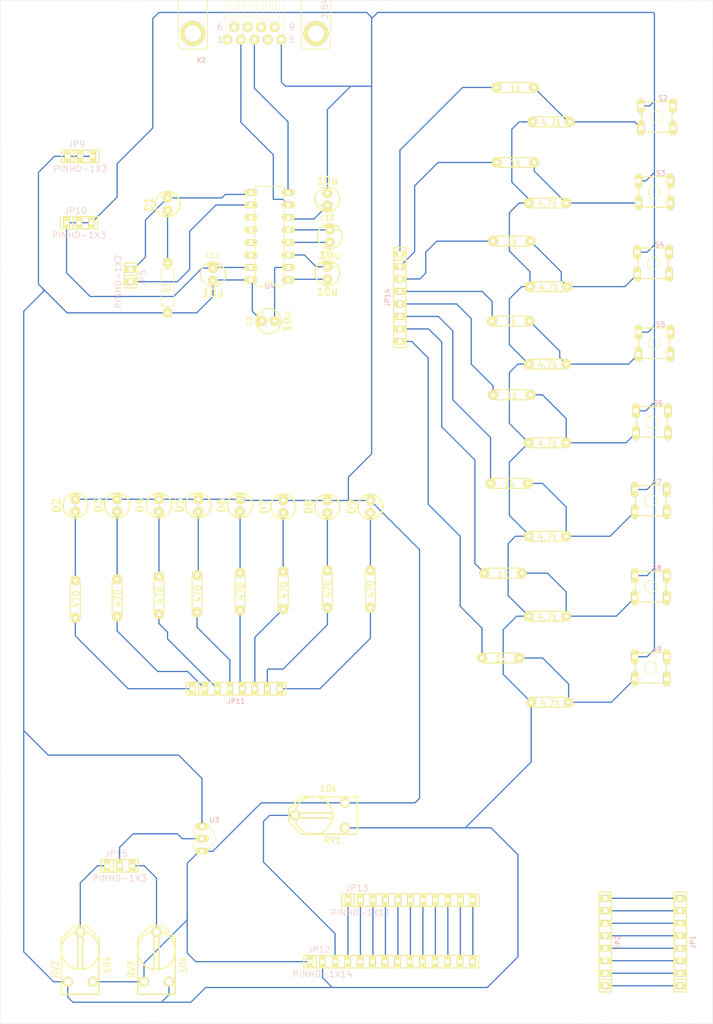
<source format=kicad_pcb>
(kicad_pcb (version 20171130) (host pcbnew "(5.1.6)-1")

  (general
    (thickness 1.6)
    (drawings 4)
    (tracks 364)
    (zones 0)
    (modules 63)
    (nets 95)
  )

  (page USLetter portrait)
  (layers
    (0 F.Cu signal hide)
    (31 B.Cu signal)
    (32 B.Adhes user hide)
    (33 F.Adhes user hide)
    (34 B.Paste user hide)
    (35 F.Paste user hide)
    (36 B.SilkS user hide)
    (37 F.SilkS user)
    (38 B.Mask user hide)
    (39 F.Mask user hide)
    (40 Dwgs.User user)
    (41 Cmts.User user hide)
    (42 Eco1.User user hide)
    (43 Eco2.User user hide)
    (44 Edge.Cuts user)
    (45 Margin user hide)
    (46 B.CrtYd user hide)
    (47 F.CrtYd user hide)
    (48 B.Fab user hide)
    (49 F.Fab user hide)
  )

  (setup
    (last_trace_width 0.25)
    (trace_clearance 0.2)
    (zone_clearance 0.508)
    (zone_45_only no)
    (trace_min 0.2)
    (via_size 0.8)
    (via_drill 0.4)
    (via_min_size 0.4)
    (via_min_drill 0.3)
    (uvia_size 0.3)
    (uvia_drill 0.1)
    (uvias_allowed no)
    (uvia_min_size 0.2)
    (uvia_min_drill 0.1)
    (edge_width 0.05)
    (segment_width 0.2)
    (pcb_text_width 0.3)
    (pcb_text_size 1.5 1.5)
    (mod_edge_width 0.12)
    (mod_text_size 1 1)
    (mod_text_width 0.15)
    (pad_size 1.524 1.524)
    (pad_drill 0.762)
    (pad_to_mask_clearance 0.05)
    (aux_axis_origin 0 0)
    (visible_elements 7FFFFFFF)
    (pcbplotparams
      (layerselection 0x00000_fffffffe)
      (usegerberextensions true)
      (usegerberattributes false)
      (usegerberadvancedattributes false)
      (creategerberjobfile false)
      (excludeedgelayer true)
      (linewidth 0.100000)
      (plotframeref false)
      (viasonmask false)
      (mode 1)
      (useauxorigin false)
      (hpglpennumber 1)
      (hpglpenspeed 20)
      (hpglpendiameter 15.000000)
      (psnegative false)
      (psa4output false)
      (plotreference false)
      (plotvalue false)
      (plotinvisibletext false)
      (padsonsilk true)
      (subtractmaskfromsilk false)
      (outputformat 1)
      (mirror false)
      (drillshape 0)
      (scaleselection 1)
      (outputdirectory "./"))
  )

  (net 0 "")
  (net 1 "Net-(C6-Pad1)")
  (net 2 "Net-(C6-Pad2)")
  (net 3 "Net-(C7-Pad1)")
  (net 4 "Net-(C7-Pad2)")
  (net 5 "Net-(C9-Pad1)")
  (net 6 +5VA)
  (net 7 GNDA)
  (net 8 "Net-(C10-Pad2)")
  (net 9 "Net-(D1-Pad1)")
  (net 10 "Net-(D1-Pad2)")
  (net 11 "Net-(D2-Pad1)")
  (net 12 "Net-(D3-Pad1)")
  (net 13 "Net-(D4-Pad1)")
  (net 14 "Net-(D5-Pad1)")
  (net 15 "Net-(D6-Pad1)")
  (net 16 "Net-(D7-Pad1)")
  (net 17 "Net-(D8-Pad1)")
  (net 18 "Net-(D9-Pad1)")
  (net 19 "Net-(JP1-Pad8)")
  (net 20 "Net-(JP1-Pad7)")
  (net 21 "Net-(JP1-Pad6)")
  (net 22 "Net-(JP1-Pad5)")
  (net 23 "Net-(JP1-Pad4)")
  (net 24 "Net-(JP1-Pad3)")
  (net 25 "Net-(JP1-Pad2)")
  (net 26 "Net-(JP1-Pad1)")
  (net 27 "Net-(JP5-Pad2)")
  (net 28 "Net-(JP11-Pad8)")
  (net 29 "Net-(JP11-Pad7)")
  (net 30 "Net-(JP11-Pad6)")
  (net 31 "Net-(JP11-Pad5)")
  (net 32 "Net-(JP11-Pad4)")
  (net 33 "Net-(JP11-Pad3)")
  (net 34 "Net-(JP11-Pad2)")
  (net 35 "Net-(JP11-Pad1)")
  (net 36 "Net-(JP12-Pad12)")
  (net 37 "Net-(JP12-Pad11)")
  (net 38 "Net-(JP12-Pad10)")
  (net 39 "Net-(JP12-Pad9)")
  (net 40 "Net-(JP12-Pad8)")
  (net 41 "Net-(JP12-Pad7)")
  (net 42 "Net-(JP12-Pad6)")
  (net 43 "Net-(JP12-Pad5)")
  (net 44 "Net-(JP12-Pad4)")
  (net 45 "Net-(JP12-Pad3)")
  (net 46 "Net-(JP14-Pad8)")
  (net 47 "Net-(JP14-Pad7)")
  (net 48 "Net-(JP14-Pad6)")
  (net 49 "Net-(JP14-Pad5)")
  (net 50 "Net-(JP14-Pad4)")
  (net 51 "Net-(JP14-Pad3)")
  (net 52 "Net-(JP14-Pad2)")
  (net 53 "Net-(JP14-Pad1)")
  (net 54 "Net-(JP15-Pad3)")
  (net 55 "Net-(JP15-Pad2)")
  (net 56 "Net-(JP15-Pad1)")
  (net 57 "Net-(R12-Pad2)")
  (net 58 "Net-(R13-Pad2)")
  (net 59 "Net-(R14-Pad2)")
  (net 60 "Net-(R15-Pad2)")
  (net 61 "Net-(R16-Pad2)")
  (net 62 "Net-(R17-Pad2)")
  (net 63 "Net-(R18-Pad2)")
  (net 64 "Net-(R19-Pad2)")
  (net 65 "Net-(S2-Pad4)")
  (net 66 "Net-(S2-Pad2)")
  (net 67 "Net-(S3-Pad4)")
  (net 68 "Net-(S3-Pad2)")
  (net 69 "Net-(S4-Pad4)")
  (net 70 "Net-(S4-Pad2)")
  (net 71 "Net-(S5-Pad4)")
  (net 72 "Net-(S5-Pad2)")
  (net 73 "Net-(S6-Pad4)")
  (net 74 "Net-(S6-Pad2)")
  (net 75 "Net-(S7-Pad4)")
  (net 76 "Net-(S7-Pad2)")
  (net 77 "Net-(S8-Pad4)")
  (net 78 "Net-(S8-Pad2)")
  (net 79 "Net-(S9-Pad4)")
  (net 80 "Net-(S9-Pad2)")
  (net 81 "Net-(U4-Pad14)")
  (net 82 "Net-(U4-Pad13)")
  (net 83 "Net-(U4-Pad12)")
  (net 84 "Net-(U4-Pad11)")
  (net 85 "Net-(U4-Pad8)")
  (net 86 "Net-(U4-Pad7)")
  (net 87 "Net-(X2-Pad9)")
  (net 88 "Net-(X2-Pad8)")
  (net 89 "Net-(X2-Pad7)")
  (net 90 "Net-(X2-Pad6)")
  (net 91 "Net-(X2-Pad4)")
  (net 92 "Net-(X2-Pad1)")
  (net 93 "Net-(JP12-Pad14)")
  (net 94 "Net-(JP12-Pad13)")

  (net_class Default "This is the default net class."
    (clearance 0.2)
    (trace_width 0.25)
    (via_dia 0.8)
    (via_drill 0.4)
    (uvia_dia 0.3)
    (uvia_drill 0.1)
    (add_net +5VA)
    (add_net GNDA)
    (add_net "Net-(C10-Pad2)")
    (add_net "Net-(C6-Pad1)")
    (add_net "Net-(C6-Pad2)")
    (add_net "Net-(C7-Pad1)")
    (add_net "Net-(C7-Pad2)")
    (add_net "Net-(C9-Pad1)")
    (add_net "Net-(D1-Pad1)")
    (add_net "Net-(D1-Pad2)")
    (add_net "Net-(D2-Pad1)")
    (add_net "Net-(D3-Pad1)")
    (add_net "Net-(D4-Pad1)")
    (add_net "Net-(D5-Pad1)")
    (add_net "Net-(D6-Pad1)")
    (add_net "Net-(D7-Pad1)")
    (add_net "Net-(D8-Pad1)")
    (add_net "Net-(D9-Pad1)")
    (add_net "Net-(JP1-Pad1)")
    (add_net "Net-(JP1-Pad2)")
    (add_net "Net-(JP1-Pad3)")
    (add_net "Net-(JP1-Pad4)")
    (add_net "Net-(JP1-Pad5)")
    (add_net "Net-(JP1-Pad6)")
    (add_net "Net-(JP1-Pad7)")
    (add_net "Net-(JP1-Pad8)")
    (add_net "Net-(JP11-Pad1)")
    (add_net "Net-(JP11-Pad2)")
    (add_net "Net-(JP11-Pad3)")
    (add_net "Net-(JP11-Pad4)")
    (add_net "Net-(JP11-Pad5)")
    (add_net "Net-(JP11-Pad6)")
    (add_net "Net-(JP11-Pad7)")
    (add_net "Net-(JP11-Pad8)")
    (add_net "Net-(JP12-Pad10)")
    (add_net "Net-(JP12-Pad11)")
    (add_net "Net-(JP12-Pad12)")
    (add_net "Net-(JP12-Pad13)")
    (add_net "Net-(JP12-Pad14)")
    (add_net "Net-(JP12-Pad3)")
    (add_net "Net-(JP12-Pad4)")
    (add_net "Net-(JP12-Pad5)")
    (add_net "Net-(JP12-Pad6)")
    (add_net "Net-(JP12-Pad7)")
    (add_net "Net-(JP12-Pad8)")
    (add_net "Net-(JP12-Pad9)")
    (add_net "Net-(JP14-Pad1)")
    (add_net "Net-(JP14-Pad2)")
    (add_net "Net-(JP14-Pad3)")
    (add_net "Net-(JP14-Pad4)")
    (add_net "Net-(JP14-Pad5)")
    (add_net "Net-(JP14-Pad6)")
    (add_net "Net-(JP14-Pad7)")
    (add_net "Net-(JP14-Pad8)")
    (add_net "Net-(JP15-Pad1)")
    (add_net "Net-(JP15-Pad2)")
    (add_net "Net-(JP15-Pad3)")
    (add_net "Net-(JP5-Pad2)")
    (add_net "Net-(R12-Pad2)")
    (add_net "Net-(R13-Pad2)")
    (add_net "Net-(R14-Pad2)")
    (add_net "Net-(R15-Pad2)")
    (add_net "Net-(R16-Pad2)")
    (add_net "Net-(R17-Pad2)")
    (add_net "Net-(R18-Pad2)")
    (add_net "Net-(R19-Pad2)")
    (add_net "Net-(S2-Pad2)")
    (add_net "Net-(S2-Pad4)")
    (add_net "Net-(S3-Pad2)")
    (add_net "Net-(S3-Pad4)")
    (add_net "Net-(S4-Pad2)")
    (add_net "Net-(S4-Pad4)")
    (add_net "Net-(S5-Pad2)")
    (add_net "Net-(S5-Pad4)")
    (add_net "Net-(S6-Pad2)")
    (add_net "Net-(S6-Pad4)")
    (add_net "Net-(S7-Pad2)")
    (add_net "Net-(S7-Pad4)")
    (add_net "Net-(S8-Pad2)")
    (add_net "Net-(S8-Pad4)")
    (add_net "Net-(S9-Pad2)")
    (add_net "Net-(S9-Pad4)")
    (add_net "Net-(U4-Pad11)")
    (add_net "Net-(U4-Pad12)")
    (add_net "Net-(U4-Pad13)")
    (add_net "Net-(U4-Pad14)")
    (add_net "Net-(U4-Pad7)")
    (add_net "Net-(U4-Pad8)")
    (add_net "Net-(X2-Pad1)")
    (add_net "Net-(X2-Pad4)")
    (add_net "Net-(X2-Pad6)")
    (add_net "Net-(X2-Pad7)")
    (add_net "Net-(X2-Pad8)")
    (add_net "Net-(X2-Pad9)")
  )

  (module user:pinhead-1X14 (layer F.Cu) (tedit 51E43BE6) (tstamp 5F4CFC13)
    (at 114.74 232.5)
    (descr "PIN HEADER - 0.1\"")
    (tags "PIN HEADER - 0.1\"")
    (path /5F4F9A7C)
    (attr virtual)
    (fp_text reference JP12 (at -14.6812 -2.4638) (layer B.SilkS)
      (effects (font (size 1.27 1.27) (thickness 0.0889)))
    )
    (fp_text value PINHD-1X14 (at -13.97 2.54) (layer B.SilkS)
      (effects (font (size 1.27 1.27) (thickness 0.0889)))
    )
    (fp_line (start 13.716 0.254) (end 14.224 0.254) (layer F.SilkS) (width 0.06604))
    (fp_line (start 14.224 0.254) (end 14.224 -0.254) (layer F.SilkS) (width 0.06604))
    (fp_line (start 13.716 -0.254) (end 14.224 -0.254) (layer F.SilkS) (width 0.06604))
    (fp_line (start 13.716 0.254) (end 13.716 -0.254) (layer F.SilkS) (width 0.06604))
    (fp_line (start 11.176 0.254) (end 11.684 0.254) (layer F.SilkS) (width 0.06604))
    (fp_line (start 11.684 0.254) (end 11.684 -0.254) (layer F.SilkS) (width 0.06604))
    (fp_line (start 11.176 -0.254) (end 11.684 -0.254) (layer F.SilkS) (width 0.06604))
    (fp_line (start 11.176 0.254) (end 11.176 -0.254) (layer F.SilkS) (width 0.06604))
    (fp_line (start 8.636 0.254) (end 9.144 0.254) (layer F.SilkS) (width 0.06604))
    (fp_line (start 9.144 0.254) (end 9.144 -0.254) (layer F.SilkS) (width 0.06604))
    (fp_line (start 8.636 -0.254) (end 9.144 -0.254) (layer F.SilkS) (width 0.06604))
    (fp_line (start 8.636 0.254) (end 8.636 -0.254) (layer F.SilkS) (width 0.06604))
    (fp_line (start 6.096 0.254) (end 6.604 0.254) (layer F.SilkS) (width 0.06604))
    (fp_line (start 6.604 0.254) (end 6.604 -0.254) (layer F.SilkS) (width 0.06604))
    (fp_line (start 6.096 -0.254) (end 6.604 -0.254) (layer F.SilkS) (width 0.06604))
    (fp_line (start 6.096 0.254) (end 6.096 -0.254) (layer F.SilkS) (width 0.06604))
    (fp_line (start 3.556 0.254) (end 4.064 0.254) (layer F.SilkS) (width 0.06604))
    (fp_line (start 4.064 0.254) (end 4.064 -0.254) (layer F.SilkS) (width 0.06604))
    (fp_line (start 3.556 -0.254) (end 4.064 -0.254) (layer F.SilkS) (width 0.06604))
    (fp_line (start 3.556 0.254) (end 3.556 -0.254) (layer F.SilkS) (width 0.06604))
    (fp_line (start 1.016 0.254) (end 1.524 0.254) (layer F.SilkS) (width 0.06604))
    (fp_line (start 1.524 0.254) (end 1.524 -0.254) (layer F.SilkS) (width 0.06604))
    (fp_line (start 1.016 -0.254) (end 1.524 -0.254) (layer F.SilkS) (width 0.06604))
    (fp_line (start 1.016 0.254) (end 1.016 -0.254) (layer F.SilkS) (width 0.06604))
    (fp_line (start -1.524 0.254) (end -1.016 0.254) (layer F.SilkS) (width 0.06604))
    (fp_line (start -1.016 0.254) (end -1.016 -0.254) (layer F.SilkS) (width 0.06604))
    (fp_line (start -1.524 -0.254) (end -1.016 -0.254) (layer F.SilkS) (width 0.06604))
    (fp_line (start -1.524 0.254) (end -1.524 -0.254) (layer F.SilkS) (width 0.06604))
    (fp_line (start -4.064 0.254) (end -3.556 0.254) (layer F.SilkS) (width 0.06604))
    (fp_line (start -3.556 0.254) (end -3.556 -0.254) (layer F.SilkS) (width 0.06604))
    (fp_line (start -4.064 -0.254) (end -3.556 -0.254) (layer F.SilkS) (width 0.06604))
    (fp_line (start -4.064 0.254) (end -4.064 -0.254) (layer F.SilkS) (width 0.06604))
    (fp_line (start -6.604 0.254) (end -6.096 0.254) (layer F.SilkS) (width 0.06604))
    (fp_line (start -6.096 0.254) (end -6.096 -0.254) (layer F.SilkS) (width 0.06604))
    (fp_line (start -6.604 -0.254) (end -6.096 -0.254) (layer F.SilkS) (width 0.06604))
    (fp_line (start -6.604 0.254) (end -6.604 -0.254) (layer F.SilkS) (width 0.06604))
    (fp_line (start -9.144 0.254) (end -8.636 0.254) (layer F.SilkS) (width 0.06604))
    (fp_line (start -8.636 0.254) (end -8.636 -0.254) (layer F.SilkS) (width 0.06604))
    (fp_line (start -9.144 -0.254) (end -8.636 -0.254) (layer F.SilkS) (width 0.06604))
    (fp_line (start -9.144 0.254) (end -9.144 -0.254) (layer F.SilkS) (width 0.06604))
    (fp_line (start -11.684 0.254) (end -11.176 0.254) (layer F.SilkS) (width 0.06604))
    (fp_line (start -11.176 0.254) (end -11.176 -0.254) (layer F.SilkS) (width 0.06604))
    (fp_line (start -11.684 -0.254) (end -11.176 -0.254) (layer F.SilkS) (width 0.06604))
    (fp_line (start -11.684 0.254) (end -11.684 -0.254) (layer F.SilkS) (width 0.06604))
    (fp_line (start -14.224 0.254) (end -13.716 0.254) (layer F.SilkS) (width 0.06604))
    (fp_line (start -13.716 0.254) (end -13.716 -0.254) (layer F.SilkS) (width 0.06604))
    (fp_line (start -14.224 -0.254) (end -13.716 -0.254) (layer F.SilkS) (width 0.06604))
    (fp_line (start -14.224 0.254) (end -14.224 -0.254) (layer F.SilkS) (width 0.06604))
    (fp_line (start -16.764 0.254) (end -16.256 0.254) (layer F.SilkS) (width 0.06604))
    (fp_line (start -16.256 0.254) (end -16.256 -0.254) (layer F.SilkS) (width 0.06604))
    (fp_line (start -16.764 -0.254) (end -16.256 -0.254) (layer F.SilkS) (width 0.06604))
    (fp_line (start -16.764 0.254) (end -16.764 -0.254) (layer F.SilkS) (width 0.06604))
    (fp_line (start 16.256 0.254) (end 16.764 0.254) (layer F.SilkS) (width 0.06604))
    (fp_line (start 16.764 0.254) (end 16.764 -0.254) (layer F.SilkS) (width 0.06604))
    (fp_line (start 16.256 -0.254) (end 16.764 -0.254) (layer F.SilkS) (width 0.06604))
    (fp_line (start 16.256 0.254) (end 16.256 -0.254) (layer F.SilkS) (width 0.06604))
    (fp_line (start -17.78 -1.27) (end -17.78 1.27) (layer F.SilkS) (width 0.254))
    (fp_line (start -17.78 -1.27) (end -15.24 -1.27) (layer F.SilkS) (width 0.254))
    (fp_line (start -15.24 -1.27) (end 17.78 -1.27) (layer F.SilkS) (width 0.254))
    (fp_line (start 17.78 -1.27) (end 17.78 1.27) (layer F.SilkS) (width 0.254))
    (fp_line (start 17.78 1.27) (end -17.78 1.27) (layer F.SilkS) (width 0.254))
    (fp_line (start -15.24 -1.27) (end -15.24 1.27) (layer F.SilkS) (width 0.254))
    (pad 14 thru_hole oval (at 16.51 0) (size 1.3208 2.6416) (drill 0.889) (layers *.Cu *.Mask F.SilkS)
      (net 93 "Net-(JP12-Pad14)"))
    (pad 13 thru_hole oval (at 13.97 0) (size 1.3208 2.6416) (drill 0.889) (layers *.Cu *.Mask F.SilkS)
      (net 94 "Net-(JP12-Pad13)"))
    (pad 12 thru_hole oval (at 11.43 0) (size 1.3208 2.6416) (drill 0.889) (layers *.Cu *.Mask F.SilkS)
      (net 36 "Net-(JP12-Pad12)"))
    (pad 11 thru_hole oval (at 8.89 0) (size 1.3208 2.6416) (drill 0.889) (layers *.Cu *.Mask F.SilkS)
      (net 37 "Net-(JP12-Pad11)"))
    (pad 10 thru_hole oval (at 6.35 0) (size 1.3208 2.6416) (drill 0.889) (layers *.Cu *.Mask F.SilkS)
      (net 38 "Net-(JP12-Pad10)"))
    (pad 9 thru_hole oval (at 3.81 0) (size 1.3208 2.6416) (drill 0.889) (layers *.Cu *.Mask F.SilkS)
      (net 39 "Net-(JP12-Pad9)"))
    (pad 8 thru_hole oval (at 1.27 0) (size 1.3208 2.6416) (drill 0.889) (layers *.Cu *.Mask F.SilkS)
      (net 40 "Net-(JP12-Pad8)"))
    (pad 7 thru_hole oval (at -1.27 0) (size 1.3208 2.6416) (drill 0.889) (layers *.Cu *.Mask F.SilkS)
      (net 41 "Net-(JP12-Pad7)"))
    (pad 6 thru_hole oval (at -3.81 0) (size 1.3208 2.6416) (drill 0.889) (layers *.Cu *.Mask F.SilkS)
      (net 42 "Net-(JP12-Pad6)"))
    (pad 5 thru_hole oval (at -6.35 0) (size 1.3208 2.6416) (drill 0.889) (layers *.Cu *.Mask F.SilkS)
      (net 43 "Net-(JP12-Pad5)"))
    (pad 4 thru_hole oval (at -8.89 0) (size 1.3208 2.6416) (drill 0.889) (layers *.Cu *.Mask F.SilkS)
      (net 44 "Net-(JP12-Pad4)"))
    (pad 3 thru_hole oval (at -11.43 0) (size 1.3208 2.6416) (drill 0.889) (layers *.Cu *.Mask F.SilkS)
      (net 45 "Net-(JP12-Pad3)"))
    (pad 2 thru_hole oval (at -13.97 0) (size 1.3208 2.6416) (drill 0.889) (layers *.Cu *.Mask F.SilkS)
      (net 6 +5VA))
    (pad 1 thru_hole oval (at -16.51 0) (size 1.3208 2.6416) (drill 0.889) (layers *.Cu *.Mask F.SilkS)
      (net 7 GNDA))
    (pad 1 thru_hole rect (at -16.51 0) (size 1.524 0) (drill 1.016) (layers F&B.Cu F.Paste F.SilkS F.Mask)
      (net 7 GNDA))
  )

  (module user:Conector_F09HP (layer F.Cu) (tedit 51C9C9FD) (tstamp 5F4D002C)
    (at 86.9061 43.7642)
    (descr "HARTING SUB-D")
    (tags "HARTING SUB-D")
    (path /5F46696F)
    (attr virtual)
    (fp_text reference X2 (at -10.795 5.461) (layer B.SilkS)
      (effects (font (size 1 1) (thickness 0.15)))
    )
    (fp_text value F09HP (at 0.254 -14.859) (layer B.SilkS)
      (effects (font (size 1.778 1.778) (thickness 0.0889)))
    )
    (fp_line (start -9.271 -6.858) (end 9.271 -6.858) (layer F.SilkS) (width 0.06604))
    (fp_line (start 9.271 -6.858) (end 9.271 -7.62) (layer F.SilkS) (width 0.06604))
    (fp_line (start -9.271 -7.62) (end 9.271 -7.62) (layer F.SilkS) (width 0.06604))
    (fp_line (start -9.271 -6.858) (end -9.271 -7.62) (layer F.SilkS) (width 0.06604))
    (fp_line (start -15.494 -11.176) (end 15.494 -11.176) (layer F.SilkS) (width 0.06604))
    (fp_line (start 15.494 -11.176) (end 15.494 -11.684) (layer F.SilkS) (width 0.06604))
    (fp_line (start -15.494 -11.684) (end 15.494 -11.684) (layer F.SilkS) (width 0.06604))
    (fp_line (start -15.494 -11.176) (end -15.494 -11.684) (layer F.SilkS) (width 0.06604))
    (fp_line (start -5.8928 0.381) (end -5.08 0.381) (layer F.SilkS) (width 0.06604))
    (fp_line (start -5.08 0.381) (end -5.08 -6.858) (layer F.SilkS) (width 0.06604))
    (fp_line (start -5.8928 -6.858) (end -5.08 -6.858) (layer F.SilkS) (width 0.06604))
    (fp_line (start -5.8928 0.381) (end -5.8928 -6.858) (layer F.SilkS) (width 0.06604))
    (fp_line (start -4.5212 -2.159) (end -3.7084 -2.159) (layer F.SilkS) (width 0.06604))
    (fp_line (start -3.7084 -2.159) (end -3.7084 -6.858) (layer F.SilkS) (width 0.06604))
    (fp_line (start -4.5212 -6.858) (end -3.7084 -6.858) (layer F.SilkS) (width 0.06604))
    (fp_line (start -4.5212 -2.159) (end -4.5212 -6.858) (layer F.SilkS) (width 0.06604))
    (fp_line (start -3.1496 0.381) (end -2.3368 0.381) (layer F.SilkS) (width 0.06604))
    (fp_line (start -2.3368 0.381) (end -2.3368 -6.858) (layer F.SilkS) (width 0.06604))
    (fp_line (start -3.1496 -6.858) (end -2.3368 -6.858) (layer F.SilkS) (width 0.06604))
    (fp_line (start -3.1496 0.381) (end -3.1496 -6.858) (layer F.SilkS) (width 0.06604))
    (fp_line (start -1.778 -2.159) (end -0.9652 -2.159) (layer F.SilkS) (width 0.06604))
    (fp_line (start -0.9652 -2.159) (end -0.9652 -6.858) (layer F.SilkS) (width 0.06604))
    (fp_line (start -1.778 -6.858) (end -0.9652 -6.858) (layer F.SilkS) (width 0.06604))
    (fp_line (start -1.778 -2.159) (end -1.778 -6.858) (layer F.SilkS) (width 0.06604))
    (fp_line (start -0.4318 0.381) (end 0.381 0.381) (layer F.SilkS) (width 0.06604))
    (fp_line (start 0.381 0.381) (end 0.381 -6.858) (layer F.SilkS) (width 0.06604))
    (fp_line (start -0.4318 -6.858) (end 0.381 -6.858) (layer F.SilkS) (width 0.06604))
    (fp_line (start -0.4318 0.381) (end -0.4318 -6.858) (layer F.SilkS) (width 0.06604))
    (fp_line (start 0.9398 -2.159) (end 1.7526 -2.159) (layer F.SilkS) (width 0.06604))
    (fp_line (start 1.7526 -2.159) (end 1.7526 -6.858) (layer F.SilkS) (width 0.06604))
    (fp_line (start 0.9398 -6.858) (end 1.7526 -6.858) (layer F.SilkS) (width 0.06604))
    (fp_line (start 0.9398 -2.159) (end 0.9398 -6.858) (layer F.SilkS) (width 0.06604))
    (fp_line (start 2.3368 0.381) (end 3.1496 0.381) (layer F.SilkS) (width 0.06604))
    (fp_line (start 3.1496 0.381) (end 3.1496 -6.858) (layer F.SilkS) (width 0.06604))
    (fp_line (start 2.3368 -6.858) (end 3.1496 -6.858) (layer F.SilkS) (width 0.06604))
    (fp_line (start 2.3368 0.381) (end 2.3368 -6.858) (layer F.SilkS) (width 0.06604))
    (fp_line (start 3.7084 -2.159) (end 4.5212 -2.159) (layer F.SilkS) (width 0.06604))
    (fp_line (start 4.5212 -2.159) (end 4.5212 -6.858) (layer F.SilkS) (width 0.06604))
    (fp_line (start 3.7084 -6.858) (end 4.5212 -6.858) (layer F.SilkS) (width 0.06604))
    (fp_line (start 3.7084 -2.159) (end 3.7084 -6.858) (layer F.SilkS) (width 0.06604))
    (fp_line (start 5.08 0.381) (end 5.8928 0.381) (layer F.SilkS) (width 0.06604))
    (fp_line (start 5.8928 0.381) (end 5.8928 -6.858) (layer F.SilkS) (width 0.06604))
    (fp_line (start 5.08 -6.858) (end 5.8928 -6.858) (layer F.SilkS) (width 0.06604))
    (fp_line (start 5.08 0.381) (end 5.08 -6.858) (layer F.SilkS) (width 0.06604))
    (fp_line (start -7.62 -17.907) (end -7.366 -17.907) (layer F.SilkS) (width 0.1524))
    (fp_line (start -7.747 -11.684) (end 7.747 -11.684) (layer F.SilkS) (width 0.1524))
    (fp_line (start -15.494 -7.62) (end -10.414 -7.62) (layer F.SilkS) (width 0.1524))
    (fp_line (start -15.494 -7.62) (end -15.494 -10.668) (layer F.SilkS) (width 0.1524))
    (fp_line (start -15.494 -7.62) (end -15.494 -7.493) (layer F.SilkS) (width 0.1524))
    (fp_line (start -15.494 -10.668) (end -15.494 -11.176) (layer F.SilkS) (width 0.1524))
    (fp_line (start -15.494 -11.176) (end -15.494 -11.684) (layer F.SilkS) (width 0.1524))
    (fp_line (start 15.494 -11.684) (end 15.494 -11.176) (layer F.SilkS) (width 0.1524))
    (fp_line (start 15.494 -11.176) (end 15.494 -10.668) (layer F.SilkS) (width 0.1524))
    (fp_line (start 15.494 -10.668) (end 15.494 -7.62) (layer F.SilkS) (width 0.1524))
    (fp_line (start 15.494 -7.62) (end 15.494 -7.493) (layer F.SilkS) (width 0.1524))
    (fp_line (start -15.494 -11.176) (end -12.954 -11.176) (layer F.SilkS) (width 0.1524))
    (fp_line (start -12.954 -11.176) (end -10.414 -11.176) (layer F.SilkS) (width 0.1524))
    (fp_line (start -10.414 -10.668) (end -10.414 -11.176) (layer F.SilkS) (width 0.1524))
    (fp_line (start -10.414 -10.668) (end -10.287 -10.668) (layer F.SilkS) (width 0.1524))
    (fp_line (start -10.414 -7.62) (end -9.525 -7.62) (layer F.SilkS) (width 0.1524))
    (fp_line (start -9.525 -7.62) (end -9.271 -7.62) (layer F.SilkS) (width 0.1524))
    (fp_line (start -10.287 -8.255) (end -10.287 -10.668) (layer F.SilkS) (width 0.1524))
    (fp_line (start -9.271 -7.62) (end -9.271 -6.858) (layer F.SilkS) (width 0.1524))
    (fp_line (start -9.271 -7.62) (end 9.271 -7.62) (layer F.SilkS) (width 0.1524))
    (fp_line (start -9.271 -6.858) (end 9.271 -6.858) (layer F.SilkS) (width 0.1524))
    (fp_line (start 9.271 -7.62) (end 9.271 -6.858) (layer F.SilkS) (width 0.1524))
    (fp_line (start 9.271 -7.62) (end 9.525 -7.62) (layer F.SilkS) (width 0.1524))
    (fp_line (start 9.525 -7.62) (end 10.414 -7.62) (layer F.SilkS) (width 0.1524))
    (fp_line (start 12.954 -11.176) (end 15.494 -11.176) (layer F.SilkS) (width 0.1524))
    (fp_line (start -10.414 -11.176) (end 10.414 -11.176) (layer F.SilkS) (width 0.1524))
    (fp_line (start 10.414 -11.176) (end 12.954 -11.176) (layer F.SilkS) (width 0.1524))
    (fp_line (start 10.414 -10.668) (end 10.414 -11.176) (layer F.SilkS) (width 0.1524))
    (fp_line (start 10.287 -8.255) (end 10.287 -10.668) (layer F.SilkS) (width 0.1524))
    (fp_line (start 10.287 -10.668) (end 10.414 -10.668) (layer F.SilkS) (width 0.1524))
    (fp_line (start -14.859 3.175) (end -15.494 2.54) (layer F.SilkS) (width 0.1524))
    (fp_line (start -15.494 2.54) (end -15.494 -7.493) (layer F.SilkS) (width 0.1524))
    (fp_line (start -10.033 3.175) (end -14.859 3.175) (layer F.SilkS) (width 0.1524))
    (fp_line (start -10.033 3.175) (end -9.525 2.667) (layer F.SilkS) (width 0.1524))
    (fp_line (start -9.525 2.667) (end -9.525 -7.62) (layer F.SilkS) (width 0.1524))
    (fp_line (start 9.525 2.667) (end 9.525 -7.62) (layer F.SilkS) (width 0.1524))
    (fp_line (start 9.525 2.667) (end 10.033 3.175) (layer F.SilkS) (width 0.1524))
    (fp_line (start 10.033 3.175) (end 14.986 3.175) (layer F.SilkS) (width 0.1524))
    (fp_line (start 14.986 3.175) (end 15.494 2.667) (layer F.SilkS) (width 0.1524))
    (fp_line (start 15.494 2.667) (end 15.494 -7.493) (layer F.SilkS) (width 0.1524))
    (fp_line (start 10.414 -7.62) (end 15.494 -7.62) (layer F.SilkS) (width 0.1524))
    (fp_line (start -15.494 -11.684) (end -7.747 -11.684) (layer F.SilkS) (width 0.1524))
    (fp_line (start -8.128 -12.319) (end -8.128 -17.399) (layer F.SilkS) (width 0.1524))
    (fp_line (start 7.747 -11.684) (end 15.494 -11.684) (layer F.SilkS) (width 0.1524))
    (fp_line (start 8.128 -12.319) (end 8.128 -17.399) (layer F.SilkS) (width 0.1524))
    (fp_line (start -7.366 -17.907) (end 7.366 -17.907) (layer F.SilkS) (width 0.1524))
    (fp_line (start 7.366 -17.907) (end 7.62 -17.907) (layer F.SilkS) (width 0.1524))
    (fp_circle (center -12.5222 0) (end -13.3477 0.8255) (layer F.SilkS) (width 0.0762))
    (fp_circle (center 12.5222 0) (end 13.3477 0.8255) (layer F.SilkS) (width 0.0762))
    (fp_text user F09 (at -5.715 -9.144) (layer B.SilkS)
      (effects (font (size 1.27 1.27) (thickness 0.0889)))
    )
    (fp_text user 2,54 (at 14.34846 -5.08 90) (layer B.SilkS)
      (effects (font (size 1.27 1.27) (thickness 0.0889)))
    )
    (fp_text user 6 (at -6.985 -1.27) (layer B.SilkS)
      (effects (font (size 1.27 1.27) (thickness 0.0889)))
    )
    (fp_text user 9 (at 7.62 -1.27) (layer B.SilkS)
      (effects (font (size 1.27 1.27) (thickness 0.0889)))
    )
    (fp_text user 5 (at 7.62 1.27) (layer B.SilkS)
      (effects (font (size 1.27 1.27) (thickness 0.0889)))
    )
    (fp_text user 1 (at -6.985 1.27) (layer B.SilkS)
      (effects (font (size 1.27 1.27) (thickness 0.0889)))
    )
    (fp_arc (start 8.76046 -12.319) (end 8.76046 -11.684) (angle 90) (layer F.SilkS) (width 0.1524))
    (fp_arc (start -8.76046 -12.319) (end -8.128 -12.319) (angle 90) (layer F.SilkS) (width 0.1524))
    (fp_arc (start 9.652 -8.255) (end 10.287 -8.255) (angle 90) (layer F.SilkS) (width 0.1524))
    (fp_arc (start -9.652 -8.255) (end -9.652 -7.62) (angle 90) (layer F.SilkS) (width 0.1524))
    (fp_arc (start 7.62 -17.399) (end 7.62 -17.907) (angle 90) (layer F.SilkS) (width 0.1524))
    (fp_arc (start -7.62 -17.399) (end -8.128 -17.399) (angle 90) (layer F.SilkS) (width 0.1524))
    (pad G2 thru_hole circle (at 12.5222 0) (size 5.08 5.08) (drill 3.302) (layers *.Cu F.Paste F.SilkS F.Mask))
    (pad G1 thru_hole circle (at -12.5222 0) (size 5.08 5.08) (drill 3.302) (layers *.Cu F.Paste F.SilkS F.Mask))
    (pad 9 thru_hole circle (at 4.1148 -1.27) (size 1.99898 1.99898) (drill 1.016) (layers *.Cu F.Paste F.SilkS F.Mask)
      (net 87 "Net-(X2-Pad9)"))
    (pad 8 thru_hole circle (at 1.3716 -1.27) (size 1.99898 1.99898) (drill 1.016) (layers *.Cu F.Paste F.SilkS F.Mask)
      (net 88 "Net-(X2-Pad8)"))
    (pad 7 thru_hole circle (at -1.3716 -1.27) (size 1.99898 1.99898) (drill 1.016) (layers *.Cu F.Paste F.SilkS F.Mask)
      (net 89 "Net-(X2-Pad7)"))
    (pad 6 thru_hole circle (at -4.1148 -1.27) (size 1.99898 1.99898) (drill 1.016) (layers *.Cu F.Paste F.SilkS F.Mask)
      (net 90 "Net-(X2-Pad6)"))
    (pad 5 thru_hole circle (at 5.4864 1.27) (size 1.99898 1.99898) (drill 1.016) (layers *.Cu F.Paste F.SilkS F.Mask)
      (net 7 GNDA))
    (pad 4 thru_hole circle (at 2.7432 1.27) (size 1.99898 1.99898) (drill 1.016) (layers *.Cu F.Paste F.SilkS F.Mask)
      (net 91 "Net-(X2-Pad4)"))
    (pad 3 thru_hole circle (at 0 1.27) (size 1.99898 1.99898) (drill 1.016) (layers *.Cu F.Paste F.SilkS F.Mask)
      (net 85 "Net-(U4-Pad8)"))
    (pad 2 thru_hole circle (at -2.7432 1.27) (size 1.99898 1.99898) (drill 1.016) (layers *.Cu F.Paste F.SilkS F.Mask)
      (net 86 "Net-(U4-Pad7)"))
    (pad 1 thru_hole circle (at -5.4864 1.27) (size 1.99898 1.99898) (drill 1.016) (layers *.Cu F.Paste F.SilkS F.Mask)
      (net 92 "Net-(X2-Pad1)"))
  )

  (module user:Maxim232 (layer F.Cu) (tedit 51CCC38E) (tstamp 5F4CFFB4)
    (at 90 85 90)
    (descr "DUAL IN LINE PACKAGE")
    (tags "DUAL IN LINE PACKAGE")
    (path /5F4536EB)
    (attr virtual)
    (fp_text reference U4 (at -10.16 0) (layer B.SilkS)
      (effects (font (size 1 1) (thickness 0.15)))
    )
    (fp_text value MAX232 (at -3.683 0 90) (layer B.SilkS) hide
      (effects (font (size 1.27 1.27) (thickness 0.0889)))
    )
    (fp_line (start 10.16 -2.921) (end -10.16 -2.921) (layer F.SilkS) (width 0.1524))
    (fp_line (start -10.16 2.921) (end 10.16 2.921) (layer F.SilkS) (width 0.1524))
    (fp_line (start 10.16 -2.921) (end 10.16 2.921) (layer F.SilkS) (width 0.1524))
    (fp_line (start -10.16 -2.921) (end -10.16 -1.016) (layer F.SilkS) (width 0.1524))
    (fp_line (start -10.16 2.921) (end -10.16 1.016) (layer F.SilkS) (width 0.1524))
    (fp_arc (start -10.16 0) (end -10.16 -1.016) (angle 180) (layer F.SilkS) (width 0.1524))
    (pad 16 thru_hole oval (at -8.89 -3.81 90) (size 1.3208 2.6416) (drill 0.8128) (layers *.Cu F.Paste F.SilkS F.Mask)
      (net 6 +5VA))
    (pad 15 thru_hole oval (at -6.35 -3.81 90) (size 1.3208 2.6416) (drill 0.8128) (layers *.Cu F.Paste F.SilkS F.Mask)
      (net 7 GNDA))
    (pad 14 thru_hole oval (at -3.81 -3.81 90) (size 1.3208 2.6416) (drill 0.8128) (layers *.Cu F.Paste F.SilkS F.Mask)
      (net 81 "Net-(U4-Pad14)"))
    (pad 13 thru_hole oval (at -1.27 -3.81 90) (size 1.3208 2.6416) (drill 0.8128) (layers *.Cu F.Paste F.SilkS F.Mask)
      (net 82 "Net-(U4-Pad13)"))
    (pad 12 thru_hole oval (at 1.27 -3.81 90) (size 1.3208 2.6416) (drill 0.8128) (layers *.Cu F.Paste F.SilkS F.Mask)
      (net 83 "Net-(U4-Pad12)"))
    (pad 11 thru_hole oval (at 3.81 -3.81 90) (size 1.3208 2.6416) (drill 0.8128) (layers *.Cu F.Paste F.SilkS F.Mask)
      (net 84 "Net-(U4-Pad11)"))
    (pad 10 thru_hole oval (at 6.35 -3.81 90) (size 1.3208 2.6416) (drill 0.8128) (layers *.Cu F.Paste F.SilkS F.Mask)
      (net 27 "Net-(JP5-Pad2)"))
    (pad 9 thru_hole oval (at 8.89 -3.81 90) (size 1.3208 2.6416) (drill 0.8128) (layers *.Cu F.Paste F.SilkS F.Mask)
      (net 10 "Net-(D1-Pad2)"))
    (pad 8 thru_hole oval (at 8.89 3.81 90) (size 1.3208 2.6416) (drill 0.8128) (layers *.Cu F.Paste F.SilkS F.Mask)
      (net 85 "Net-(U4-Pad8)"))
    (pad 7 thru_hole oval (at 6.35 3.81 90) (size 1.3208 2.6416) (drill 0.8128) (layers *.Cu F.Paste F.SilkS F.Mask)
      (net 86 "Net-(U4-Pad7)"))
    (pad 6 thru_hole oval (at 3.81 3.81 90) (size 1.3208 2.6416) (drill 0.8128) (layers *.Cu F.Paste F.SilkS F.Mask)
      (net 8 "Net-(C10-Pad2)"))
    (pad 5 thru_hole oval (at 1.27 3.81 90) (size 1.3208 2.6416) (drill 0.8128) (layers *.Cu F.Paste F.SilkS F.Mask)
      (net 4 "Net-(C7-Pad2)"))
    (pad 4 thru_hole oval (at -1.27 3.81 90) (size 1.3208 2.6416) (drill 0.8128) (layers *.Cu F.Paste F.SilkS F.Mask)
      (net 3 "Net-(C7-Pad1)"))
    (pad 3 thru_hole oval (at -3.81 3.81 90) (size 1.3208 2.6416) (drill 0.8128) (layers *.Cu F.Paste F.SilkS F.Mask)
      (net 2 "Net-(C6-Pad2)"))
    (pad 2 thru_hole oval (at -6.35 3.81 90) (size 1.3208 2.6416) (drill 0.8128) (layers *.Cu F.Paste F.SilkS F.Mask)
      (net 5 "Net-(C9-Pad1)"))
    (pad 1 thru_hole oval (at -8.89 3.81 90) (size 1.3208 2.6416) (drill 0.8128) (layers *.Cu F.Paste F.SilkS F.Mask)
      (net 1 "Net-(C6-Pad1)"))
  )

  (module user:MCP9700A (layer F.Cu) (tedit 52CEFD97) (tstamp 5F4CFF9A)
    (at 76.25 207.5 270)
    (descr "TO-92 PADS IN LINE")
    (tags "TO-92 PADS IN LINE")
    (path /5F3F219E)
    (attr virtual)
    (fp_text reference U3 (at -3.81 -2.54) (layer B.SilkS)
      (effects (font (size 1 1) (thickness 0.15)))
    )
    (fp_text value MCP9700A (at 1.27 2.667 90) (layer B.SilkS) hide
      (effects (font (size 1.27 1.27) (thickness 0.0889)))
    )
    (fp_line (start -2.09296 1.651) (end 2.09296 1.651) (layer F.SilkS) (width 0.127))
    (fp_line (start 1.13538 0.127) (end -1.13538 0.127) (layer F.SilkS) (width 0.127))
    (fp_line (start -1.40208 0.127) (end -2.66192 0.127) (layer F.SilkS) (width 0.127))
    (fp_line (start -1.13538 0.127) (end -1.40208 0.127) (layer F.SilkS) (width 0.127))
    (fp_line (start 2.66192 0.127) (end 1.40208 0.127) (layer F.SilkS) (width 0.127))
    (fp_line (start 1.40208 0.127) (end 1.13538 0.127) (layer F.SilkS) (width 0.127))
    (fp_arc (start 0 0) (end 2.42316 1.10998) (angle 13.6) (layer F.SilkS) (width 0.127))
    (fp_arc (start 0 0) (end 2.413 -1.13538) (angle 50.4) (layer F.SilkS) (width 0.127))
    (fp_arc (start 0 0) (end -2.09296 1.651) (angle 13) (layer F.SilkS) (width 0.127))
    (fp_arc (start 0 0) (end -2.413 1.13538) (angle 50.4) (layer F.SilkS) (width 0.127))
    (fp_arc (start 0 0) (end -2.413 -1.13538) (angle 129.5) (layer F.SilkS) (width 0.127))
    (pad 3 thru_hole oval (at 2.54 0 270) (size 1.3208 2.6416) (drill 0.8128) (layers *.Cu F.Paste F.SilkS F.Mask)
      (net 7 GNDA))
    (pad 2 thru_hole oval (at 0 0 270) (size 1.3208 2.6416) (drill 0.8128) (layers *.Cu F.Paste F.SilkS F.Mask)
      (net 55 "Net-(JP15-Pad2)"))
    (pad 1 thru_hole oval (at -2.54 0 270) (size 1.3208 2.6416) (drill 0.8128) (layers *.Cu F.Paste F.SilkS F.Mask)
      (net 6 +5VA))
  )

  (module user:DTS-6 (layer F.Cu) (tedit 51CCC518) (tstamp 5F4CFF88)
    (at 167.5 172.75)
    (path /5F6D95E0)
    (attr virtual)
    (fp_text reference S9 (at 1.27 -3.81) (layer B.SilkS)
      (effects (font (size 1 1) (thickness 0.15)))
    )
    (fp_text value DTS-6 (at 1.27 4.445) (layer B.SilkS) hide
      (effects (font (size 1.27 1.27) (thickness 0.0889)))
    )
    (fp_line (start -3.0988 -3.0988) (end 3.0988 -3.0988) (layer F.SilkS) (width 0.2032))
    (fp_line (start 3.0988 -3.0988) (end 3.0988 3.0988) (layer F.SilkS) (width 0.2032))
    (fp_line (start 3.0988 3.0988) (end -3.0988 3.0988) (layer F.SilkS) (width 0.2032))
    (fp_line (start -3.0988 3.0988) (end -3.0988 -3.0988) (layer F.SilkS) (width 0.2032))
    (fp_line (start 1.4986 -3.0988) (end -1.4986 -3.0988) (layer F.SilkS) (width 0.2032))
    (fp_line (start 3.0988 0.99822) (end 3.0988 -0.99822) (layer F.SilkS) (width 0.2032))
    (fp_line (start 1.4986 3.0988) (end -1.4986 3.0988) (layer F.SilkS) (width 0.2032))
    (fp_line (start -3.0988 0.99822) (end -3.0988 -0.99822) (layer F.SilkS) (width 0.2032))
    (fp_circle (center 0 0) (end -0.87376 0.87376) (layer F.SilkS) (width 0.1016))
    (fp_circle (center 0 0) (end -0.87376 0.87376) (layer F.SilkS) (width 0.1016))
    (pad 4 thru_hole oval (at 3.24866 2.2479) (size 1.50622 3.01498) (drill 0.99822) (layers *.Cu F.Paste F.SilkS F.Mask)
      (net 79 "Net-(S9-Pad4)"))
    (pad 3 thru_hole oval (at -3.24866 2.2479) (size 1.50622 3.01498) (drill 0.99822) (layers *.Cu F.Paste F.SilkS F.Mask)
      (net 64 "Net-(R19-Pad2)"))
    (pad 2 thru_hole oval (at 3.24866 -2.2479) (size 1.50622 3.01498) (drill 0.99822) (layers *.Cu F.Paste F.SilkS F.Mask)
      (net 80 "Net-(S9-Pad2)"))
    (pad 1 thru_hole oval (at -3.24866 -2.2479) (size 1.50622 3.01498) (drill 0.99822) (layers *.Cu F.Paste F.SilkS F.Mask)
      (net 7 GNDA))
  )

  (module user:DTS-6 (layer F.Cu) (tedit 51CCC518) (tstamp 5F4CFF76)
    (at 167.5 156.25)
    (path /5F6D0387)
    (attr virtual)
    (fp_text reference S8 (at 1.27 -3.81) (layer B.SilkS)
      (effects (font (size 1 1) (thickness 0.15)))
    )
    (fp_text value DTS-6 (at 1.27 4.445) (layer B.SilkS) hide
      (effects (font (size 1.27 1.27) (thickness 0.0889)))
    )
    (fp_line (start -3.0988 -3.0988) (end 3.0988 -3.0988) (layer F.SilkS) (width 0.2032))
    (fp_line (start 3.0988 -3.0988) (end 3.0988 3.0988) (layer F.SilkS) (width 0.2032))
    (fp_line (start 3.0988 3.0988) (end -3.0988 3.0988) (layer F.SilkS) (width 0.2032))
    (fp_line (start -3.0988 3.0988) (end -3.0988 -3.0988) (layer F.SilkS) (width 0.2032))
    (fp_line (start 1.4986 -3.0988) (end -1.4986 -3.0988) (layer F.SilkS) (width 0.2032))
    (fp_line (start 3.0988 0.99822) (end 3.0988 -0.99822) (layer F.SilkS) (width 0.2032))
    (fp_line (start 1.4986 3.0988) (end -1.4986 3.0988) (layer F.SilkS) (width 0.2032))
    (fp_line (start -3.0988 0.99822) (end -3.0988 -0.99822) (layer F.SilkS) (width 0.2032))
    (fp_circle (center 0 0) (end -0.87376 0.87376) (layer F.SilkS) (width 0.1016))
    (fp_circle (center 0 0) (end -0.87376 0.87376) (layer F.SilkS) (width 0.1016))
    (pad 4 thru_hole oval (at 3.24866 2.2479) (size 1.50622 3.01498) (drill 0.99822) (layers *.Cu F.Paste F.SilkS F.Mask)
      (net 77 "Net-(S8-Pad4)"))
    (pad 3 thru_hole oval (at -3.24866 2.2479) (size 1.50622 3.01498) (drill 0.99822) (layers *.Cu F.Paste F.SilkS F.Mask)
      (net 63 "Net-(R18-Pad2)"))
    (pad 2 thru_hole oval (at 3.24866 -2.2479) (size 1.50622 3.01498) (drill 0.99822) (layers *.Cu F.Paste F.SilkS F.Mask)
      (net 78 "Net-(S8-Pad2)"))
    (pad 1 thru_hole oval (at -3.24866 -2.2479) (size 1.50622 3.01498) (drill 0.99822) (layers *.Cu F.Paste F.SilkS F.Mask)
      (net 7 GNDA))
  )

  (module user:DTS-6 (layer F.Cu) (tedit 51CCC518) (tstamp 5F4CFF64)
    (at 167.5 138.75)
    (path /5F694086)
    (attr virtual)
    (fp_text reference S7 (at 1.27 -3.81) (layer B.SilkS)
      (effects (font (size 1 1) (thickness 0.15)))
    )
    (fp_text value DTS-6 (at 1.27 4.445) (layer B.SilkS) hide
      (effects (font (size 1.27 1.27) (thickness 0.0889)))
    )
    (fp_line (start -3.0988 -3.0988) (end 3.0988 -3.0988) (layer F.SilkS) (width 0.2032))
    (fp_line (start 3.0988 -3.0988) (end 3.0988 3.0988) (layer F.SilkS) (width 0.2032))
    (fp_line (start 3.0988 3.0988) (end -3.0988 3.0988) (layer F.SilkS) (width 0.2032))
    (fp_line (start -3.0988 3.0988) (end -3.0988 -3.0988) (layer F.SilkS) (width 0.2032))
    (fp_line (start 1.4986 -3.0988) (end -1.4986 -3.0988) (layer F.SilkS) (width 0.2032))
    (fp_line (start 3.0988 0.99822) (end 3.0988 -0.99822) (layer F.SilkS) (width 0.2032))
    (fp_line (start 1.4986 3.0988) (end -1.4986 3.0988) (layer F.SilkS) (width 0.2032))
    (fp_line (start -3.0988 0.99822) (end -3.0988 -0.99822) (layer F.SilkS) (width 0.2032))
    (fp_circle (center 0 0) (end -0.87376 0.87376) (layer F.SilkS) (width 0.1016))
    (fp_circle (center 0 0) (end -0.87376 0.87376) (layer F.SilkS) (width 0.1016))
    (pad 4 thru_hole oval (at 3.24866 2.2479) (size 1.50622 3.01498) (drill 0.99822) (layers *.Cu F.Paste F.SilkS F.Mask)
      (net 75 "Net-(S7-Pad4)"))
    (pad 3 thru_hole oval (at -3.24866 2.2479) (size 1.50622 3.01498) (drill 0.99822) (layers *.Cu F.Paste F.SilkS F.Mask)
      (net 62 "Net-(R17-Pad2)"))
    (pad 2 thru_hole oval (at 3.24866 -2.2479) (size 1.50622 3.01498) (drill 0.99822) (layers *.Cu F.Paste F.SilkS F.Mask)
      (net 76 "Net-(S7-Pad2)"))
    (pad 1 thru_hole oval (at -3.24866 -2.2479) (size 1.50622 3.01498) (drill 0.99822) (layers *.Cu F.Paste F.SilkS F.Mask)
      (net 7 GNDA))
  )

  (module user:DTS-6 (layer F.Cu) (tedit 51CCC518) (tstamp 5F4CFF52)
    (at 167.75 122.75)
    (path /5F68B6EF)
    (attr virtual)
    (fp_text reference S6 (at 1.27 -3.81) (layer B.SilkS)
      (effects (font (size 1 1) (thickness 0.15)))
    )
    (fp_text value DTS-6 (at 1.27 4.445) (layer B.SilkS) hide
      (effects (font (size 1.27 1.27) (thickness 0.0889)))
    )
    (fp_line (start -3.0988 -3.0988) (end 3.0988 -3.0988) (layer F.SilkS) (width 0.2032))
    (fp_line (start 3.0988 -3.0988) (end 3.0988 3.0988) (layer F.SilkS) (width 0.2032))
    (fp_line (start 3.0988 3.0988) (end -3.0988 3.0988) (layer F.SilkS) (width 0.2032))
    (fp_line (start -3.0988 3.0988) (end -3.0988 -3.0988) (layer F.SilkS) (width 0.2032))
    (fp_line (start 1.4986 -3.0988) (end -1.4986 -3.0988) (layer F.SilkS) (width 0.2032))
    (fp_line (start 3.0988 0.99822) (end 3.0988 -0.99822) (layer F.SilkS) (width 0.2032))
    (fp_line (start 1.4986 3.0988) (end -1.4986 3.0988) (layer F.SilkS) (width 0.2032))
    (fp_line (start -3.0988 0.99822) (end -3.0988 -0.99822) (layer F.SilkS) (width 0.2032))
    (fp_circle (center 0 0) (end -0.87376 0.87376) (layer F.SilkS) (width 0.1016))
    (fp_circle (center 0 0) (end -0.87376 0.87376) (layer F.SilkS) (width 0.1016))
    (pad 4 thru_hole oval (at 3.24866 2.2479) (size 1.50622 3.01498) (drill 0.99822) (layers *.Cu F.Paste F.SilkS F.Mask)
      (net 73 "Net-(S6-Pad4)"))
    (pad 3 thru_hole oval (at -3.24866 2.2479) (size 1.50622 3.01498) (drill 0.99822) (layers *.Cu F.Paste F.SilkS F.Mask)
      (net 61 "Net-(R16-Pad2)"))
    (pad 2 thru_hole oval (at 3.24866 -2.2479) (size 1.50622 3.01498) (drill 0.99822) (layers *.Cu F.Paste F.SilkS F.Mask)
      (net 74 "Net-(S6-Pad2)"))
    (pad 1 thru_hole oval (at -3.24866 -2.2479) (size 1.50622 3.01498) (drill 0.99822) (layers *.Cu F.Paste F.SilkS F.Mask)
      (net 7 GNDA))
  )

  (module user:DTS-6 (layer F.Cu) (tedit 51CCC518) (tstamp 5F4CFF40)
    (at 168.25 106.75)
    (path /5F683171)
    (attr virtual)
    (fp_text reference S5 (at 1.27 -3.81) (layer B.SilkS)
      (effects (font (size 1 1) (thickness 0.15)))
    )
    (fp_text value DTS-6 (at 1.27 4.445) (layer B.SilkS) hide
      (effects (font (size 1.27 1.27) (thickness 0.0889)))
    )
    (fp_line (start -3.0988 -3.0988) (end 3.0988 -3.0988) (layer F.SilkS) (width 0.2032))
    (fp_line (start 3.0988 -3.0988) (end 3.0988 3.0988) (layer F.SilkS) (width 0.2032))
    (fp_line (start 3.0988 3.0988) (end -3.0988 3.0988) (layer F.SilkS) (width 0.2032))
    (fp_line (start -3.0988 3.0988) (end -3.0988 -3.0988) (layer F.SilkS) (width 0.2032))
    (fp_line (start 1.4986 -3.0988) (end -1.4986 -3.0988) (layer F.SilkS) (width 0.2032))
    (fp_line (start 3.0988 0.99822) (end 3.0988 -0.99822) (layer F.SilkS) (width 0.2032))
    (fp_line (start 1.4986 3.0988) (end -1.4986 3.0988) (layer F.SilkS) (width 0.2032))
    (fp_line (start -3.0988 0.99822) (end -3.0988 -0.99822) (layer F.SilkS) (width 0.2032))
    (fp_circle (center 0 0) (end -0.87376 0.87376) (layer F.SilkS) (width 0.1016))
    (fp_circle (center 0 0) (end -0.87376 0.87376) (layer F.SilkS) (width 0.1016))
    (pad 4 thru_hole oval (at 3.24866 2.2479) (size 1.50622 3.01498) (drill 0.99822) (layers *.Cu F.Paste F.SilkS F.Mask)
      (net 71 "Net-(S5-Pad4)"))
    (pad 3 thru_hole oval (at -3.24866 2.2479) (size 1.50622 3.01498) (drill 0.99822) (layers *.Cu F.Paste F.SilkS F.Mask)
      (net 60 "Net-(R15-Pad2)"))
    (pad 2 thru_hole oval (at 3.24866 -2.2479) (size 1.50622 3.01498) (drill 0.99822) (layers *.Cu F.Paste F.SilkS F.Mask)
      (net 72 "Net-(S5-Pad2)"))
    (pad 1 thru_hole oval (at -3.24866 -2.2479) (size 1.50622 3.01498) (drill 0.99822) (layers *.Cu F.Paste F.SilkS F.Mask)
      (net 7 GNDA))
  )

  (module user:DTS-6 (layer F.Cu) (tedit 51CCC518) (tstamp 5F4CFF2E)
    (at 168 90.5)
    (path /5F67AEFC)
    (attr virtual)
    (fp_text reference S4 (at 1.27 -3.81) (layer B.SilkS)
      (effects (font (size 1 1) (thickness 0.15)))
    )
    (fp_text value DTS-6 (at 1.27 4.445) (layer B.SilkS) hide
      (effects (font (size 1.27 1.27) (thickness 0.0889)))
    )
    (fp_line (start -3.0988 -3.0988) (end 3.0988 -3.0988) (layer F.SilkS) (width 0.2032))
    (fp_line (start 3.0988 -3.0988) (end 3.0988 3.0988) (layer F.SilkS) (width 0.2032))
    (fp_line (start 3.0988 3.0988) (end -3.0988 3.0988) (layer F.SilkS) (width 0.2032))
    (fp_line (start -3.0988 3.0988) (end -3.0988 -3.0988) (layer F.SilkS) (width 0.2032))
    (fp_line (start 1.4986 -3.0988) (end -1.4986 -3.0988) (layer F.SilkS) (width 0.2032))
    (fp_line (start 3.0988 0.99822) (end 3.0988 -0.99822) (layer F.SilkS) (width 0.2032))
    (fp_line (start 1.4986 3.0988) (end -1.4986 3.0988) (layer F.SilkS) (width 0.2032))
    (fp_line (start -3.0988 0.99822) (end -3.0988 -0.99822) (layer F.SilkS) (width 0.2032))
    (fp_circle (center 0 0) (end -0.87376 0.87376) (layer F.SilkS) (width 0.1016))
    (fp_circle (center 0 0) (end -0.87376 0.87376) (layer F.SilkS) (width 0.1016))
    (pad 4 thru_hole oval (at 3.24866 2.2479) (size 1.50622 3.01498) (drill 0.99822) (layers *.Cu F.Paste F.SilkS F.Mask)
      (net 69 "Net-(S4-Pad4)"))
    (pad 3 thru_hole oval (at -3.24866 2.2479) (size 1.50622 3.01498) (drill 0.99822) (layers *.Cu F.Paste F.SilkS F.Mask)
      (net 59 "Net-(R14-Pad2)"))
    (pad 2 thru_hole oval (at 3.24866 -2.2479) (size 1.50622 3.01498) (drill 0.99822) (layers *.Cu F.Paste F.SilkS F.Mask)
      (net 70 "Net-(S4-Pad2)"))
    (pad 1 thru_hole oval (at -3.24866 -2.2479) (size 1.50622 3.01498) (drill 0.99822) (layers *.Cu F.Paste F.SilkS F.Mask)
      (net 7 GNDA))
  )

  (module user:DTS-6 (layer F.Cu) (tedit 51CCC518) (tstamp 5F4CFF1C)
    (at 168.24866 75.9979)
    (path /5F673085)
    (attr virtual)
    (fp_text reference S3 (at 1.27 -3.81) (layer B.SilkS)
      (effects (font (size 1 1) (thickness 0.15)))
    )
    (fp_text value DTS-6 (at 1.27 4.445) (layer B.SilkS) hide
      (effects (font (size 1.27 1.27) (thickness 0.0889)))
    )
    (fp_line (start -3.0988 -3.0988) (end 3.0988 -3.0988) (layer F.SilkS) (width 0.2032))
    (fp_line (start 3.0988 -3.0988) (end 3.0988 3.0988) (layer F.SilkS) (width 0.2032))
    (fp_line (start 3.0988 3.0988) (end -3.0988 3.0988) (layer F.SilkS) (width 0.2032))
    (fp_line (start -3.0988 3.0988) (end -3.0988 -3.0988) (layer F.SilkS) (width 0.2032))
    (fp_line (start 1.4986 -3.0988) (end -1.4986 -3.0988) (layer F.SilkS) (width 0.2032))
    (fp_line (start 3.0988 0.99822) (end 3.0988 -0.99822) (layer F.SilkS) (width 0.2032))
    (fp_line (start 1.4986 3.0988) (end -1.4986 3.0988) (layer F.SilkS) (width 0.2032))
    (fp_line (start -3.0988 0.99822) (end -3.0988 -0.99822) (layer F.SilkS) (width 0.2032))
    (fp_circle (center 0 0) (end -0.87376 0.87376) (layer F.SilkS) (width 0.1016))
    (fp_circle (center 0 0) (end -0.87376 0.87376) (layer F.SilkS) (width 0.1016))
    (pad 4 thru_hole oval (at 3.24866 2.2479) (size 1.50622 3.01498) (drill 0.99822) (layers *.Cu F.Paste F.SilkS F.Mask)
      (net 67 "Net-(S3-Pad4)"))
    (pad 3 thru_hole oval (at -3.24866 2.2479) (size 1.50622 3.01498) (drill 0.99822) (layers *.Cu F.Paste F.SilkS F.Mask)
      (net 58 "Net-(R13-Pad2)"))
    (pad 2 thru_hole oval (at 3.24866 -2.2479) (size 1.50622 3.01498) (drill 0.99822) (layers *.Cu F.Paste F.SilkS F.Mask)
      (net 68 "Net-(S3-Pad2)"))
    (pad 1 thru_hole oval (at -3.24866 -2.2479) (size 1.50622 3.01498) (drill 0.99822) (layers *.Cu F.Paste F.SilkS F.Mask)
      (net 7 GNDA))
  )

  (module user:DTS-6 (layer F.Cu) (tedit 51CCC518) (tstamp 5F4CFF0A)
    (at 168.74866 60.75)
    (path /5F642DAD)
    (attr virtual)
    (fp_text reference S2 (at 1.27 -3.81) (layer B.SilkS)
      (effects (font (size 1 1) (thickness 0.15)))
    )
    (fp_text value DTS-6 (at 1.27 4.445) (layer B.SilkS) hide
      (effects (font (size 1.27 1.27) (thickness 0.0889)))
    )
    (fp_line (start -3.0988 -3.0988) (end 3.0988 -3.0988) (layer F.SilkS) (width 0.2032))
    (fp_line (start 3.0988 -3.0988) (end 3.0988 3.0988) (layer F.SilkS) (width 0.2032))
    (fp_line (start 3.0988 3.0988) (end -3.0988 3.0988) (layer F.SilkS) (width 0.2032))
    (fp_line (start -3.0988 3.0988) (end -3.0988 -3.0988) (layer F.SilkS) (width 0.2032))
    (fp_line (start 1.4986 -3.0988) (end -1.4986 -3.0988) (layer F.SilkS) (width 0.2032))
    (fp_line (start 3.0988 0.99822) (end 3.0988 -0.99822) (layer F.SilkS) (width 0.2032))
    (fp_line (start 1.4986 3.0988) (end -1.4986 3.0988) (layer F.SilkS) (width 0.2032))
    (fp_line (start -3.0988 0.99822) (end -3.0988 -0.99822) (layer F.SilkS) (width 0.2032))
    (fp_circle (center 0 0) (end -0.87376 0.87376) (layer F.SilkS) (width 0.1016))
    (fp_circle (center 0 0) (end -0.87376 0.87376) (layer F.SilkS) (width 0.1016))
    (pad 4 thru_hole oval (at 3.24866 2.2479) (size 1.50622 3.01498) (drill 0.99822) (layers *.Cu F.Paste F.SilkS F.Mask)
      (net 65 "Net-(S2-Pad4)"))
    (pad 3 thru_hole oval (at -3.24866 2.2479) (size 1.50622 3.01498) (drill 0.99822) (layers *.Cu F.Paste F.SilkS F.Mask)
      (net 57 "Net-(R12-Pad2)"))
    (pad 2 thru_hole oval (at 3.24866 -2.2479) (size 1.50622 3.01498) (drill 0.99822) (layers *.Cu F.Paste F.SilkS F.Mask)
      (net 66 "Net-(S2-Pad2)"))
    (pad 1 thru_hole oval (at -3.24866 -2.2479) (size 1.50622 3.01498) (drill 0.99822) (layers *.Cu F.Paste F.SilkS F.Mask)
      (net 7 GNDA))
  )

  (module discret:RV2X4 (layer F.Cu) (tedit 200000) (tstamp 5F4CFEF8)
    (at 67 231.5 90)
    (descr "Resistance variable / Potentiometre")
    (tags R)
    (path /5F3F7A40)
    (fp_text reference RV3 (at -2.54 -5.08 90) (layer F.SilkS)
      (effects (font (size 1.397 1.27) (thickness 0.2032)))
    )
    (fp_text value 10k (at -1.651 5.461 90) (layer F.SilkS)
      (effects (font (size 1.397 1.27) (thickness 0.2032)))
    )
    (fp_line (start -7.62 -3.81) (end 3.81 -3.81) (layer F.SilkS) (width 0.3048))
    (fp_line (start 3.81 -3.81) (end 6.35 -1.27) (layer F.SilkS) (width 0.3048))
    (fp_line (start 6.35 -1.27) (end 6.35 1.27) (layer F.SilkS) (width 0.3048))
    (fp_line (start 6.35 1.27) (end 3.81 3.81) (layer F.SilkS) (width 0.3048))
    (fp_line (start 3.81 3.81) (end -7.62 3.81) (layer F.SilkS) (width 0.3048))
    (fp_line (start -7.62 3.81) (end -7.62 -3.81) (layer F.SilkS) (width 0.3048))
    (fp_line (start 0.762 -3.81) (end 1.905 -3.81) (layer F.SilkS) (width 0.3048))
    (fp_line (start 1.651 3.81) (end 0.762 3.81) (layer F.SilkS) (width 0.3048))
    (fp_line (start -2.54 -0.508) (end 4.953 -0.508) (layer F.SilkS) (width 0.3048))
    (fp_line (start -2.54 0.508) (end 4.953 0.508) (layer F.SilkS) (width 0.3048))
    (fp_circle (center 1.27 0) (end -2.54 -0.635) (layer F.SilkS) (width 0.3048))
    (pad 3 thru_hole circle (at -5.08 2.54 90) (size 2.032 2.032) (drill 1.27) (layers *.Cu *.Mask F.SilkS)
      (net 6 +5VA))
    (pad 2 thru_hole circle (at 5.08 0 90) (size 2.032 2.032) (drill 1.27) (layers *.Cu *.Mask F.SilkS)
      (net 54 "Net-(JP15-Pad3)"))
    (pad 1 thru_hole circle (at -5.08 -2.54 90) (size 2.032 2.032) (drill 1.27) (layers *.Cu *.Mask F.SilkS)
      (net 7 GNDA))
    (model discret/adjustable_rx2v4.wrl
      (at (xyz 0 0 0))
      (scale (xyz 1 1 1))
      (rotate (xyz 0 0 0))
    )
  )

  (module discret:RV2X4 (layer F.Cu) (tedit 200000) (tstamp 5F4CFEE6)
    (at 51.5 231.5 90)
    (descr "Resistance variable / Potentiometre")
    (tags R)
    (path /5F3F4721)
    (fp_text reference RV2 (at -2.54 -5.08 90) (layer F.SilkS)
      (effects (font (size 1.397 1.27) (thickness 0.2032)))
    )
    (fp_text value 10k (at -1.651 5.461 90) (layer F.SilkS)
      (effects (font (size 1.397 1.27) (thickness 0.2032)))
    )
    (fp_line (start -7.62 -3.81) (end 3.81 -3.81) (layer F.SilkS) (width 0.3048))
    (fp_line (start 3.81 -3.81) (end 6.35 -1.27) (layer F.SilkS) (width 0.3048))
    (fp_line (start 6.35 -1.27) (end 6.35 1.27) (layer F.SilkS) (width 0.3048))
    (fp_line (start 6.35 1.27) (end 3.81 3.81) (layer F.SilkS) (width 0.3048))
    (fp_line (start 3.81 3.81) (end -7.62 3.81) (layer F.SilkS) (width 0.3048))
    (fp_line (start -7.62 3.81) (end -7.62 -3.81) (layer F.SilkS) (width 0.3048))
    (fp_line (start 0.762 -3.81) (end 1.905 -3.81) (layer F.SilkS) (width 0.3048))
    (fp_line (start 1.651 3.81) (end 0.762 3.81) (layer F.SilkS) (width 0.3048))
    (fp_line (start -2.54 -0.508) (end 4.953 -0.508) (layer F.SilkS) (width 0.3048))
    (fp_line (start -2.54 0.508) (end 4.953 0.508) (layer F.SilkS) (width 0.3048))
    (fp_circle (center 1.27 0) (end -2.54 -0.635) (layer F.SilkS) (width 0.3048))
    (pad 3 thru_hole circle (at -5.08 2.54 90) (size 2.032 2.032) (drill 1.27) (layers *.Cu *.Mask F.SilkS)
      (net 7 GNDA))
    (pad 2 thru_hole circle (at 5.08 0 90) (size 2.032 2.032) (drill 1.27) (layers *.Cu *.Mask F.SilkS)
      (net 56 "Net-(JP15-Pad1)"))
    (pad 1 thru_hole circle (at -5.08 -2.54 90) (size 2.032 2.032) (drill 1.27) (layers *.Cu *.Mask F.SilkS)
      (net 6 +5VA))
    (model discret/adjustable_rx2v4.wrl
      (at (xyz 0 0 0))
      (scale (xyz 1 1 1))
      (rotate (xyz 0 0 0))
    )
  )

  (module discret:RV2X4 (layer F.Cu) (tedit 200000) (tstamp 5F4CFED4)
    (at 100.25 202.75 180)
    (descr "Resistance variable / Potentiometre")
    (tags R)
    (path /5F5308F3)
    (fp_text reference RV1 (at -2.54 -5.08) (layer F.SilkS)
      (effects (font (size 1.397 1.27) (thickness 0.2032)))
    )
    (fp_text value 10k (at -1.651 5.461) (layer F.SilkS)
      (effects (font (size 1.397 1.27) (thickness 0.2032)))
    )
    (fp_line (start -7.62 -3.81) (end 3.81 -3.81) (layer F.SilkS) (width 0.3048))
    (fp_line (start 3.81 -3.81) (end 6.35 -1.27) (layer F.SilkS) (width 0.3048))
    (fp_line (start 6.35 -1.27) (end 6.35 1.27) (layer F.SilkS) (width 0.3048))
    (fp_line (start 6.35 1.27) (end 3.81 3.81) (layer F.SilkS) (width 0.3048))
    (fp_line (start 3.81 3.81) (end -7.62 3.81) (layer F.SilkS) (width 0.3048))
    (fp_line (start -7.62 3.81) (end -7.62 -3.81) (layer F.SilkS) (width 0.3048))
    (fp_line (start 0.762 -3.81) (end 1.905 -3.81) (layer F.SilkS) (width 0.3048))
    (fp_line (start 1.651 3.81) (end 0.762 3.81) (layer F.SilkS) (width 0.3048))
    (fp_line (start -2.54 -0.508) (end 4.953 -0.508) (layer F.SilkS) (width 0.3048))
    (fp_line (start -2.54 0.508) (end 4.953 0.508) (layer F.SilkS) (width 0.3048))
    (fp_circle (center 1.27 0) (end -2.54 -0.635) (layer F.SilkS) (width 0.3048))
    (pad 3 thru_hole circle (at -5.08 2.54 180) (size 2.032 2.032) (drill 1.27) (layers *.Cu *.Mask F.SilkS)
      (net 7 GNDA))
    (pad 2 thru_hole circle (at 5.08 0 180) (size 2.032 2.032) (drill 1.27) (layers *.Cu *.Mask F.SilkS)
      (net 45 "Net-(JP12-Pad3)"))
    (pad 1 thru_hole circle (at -5.08 -2.54 180) (size 2.032 2.032) (drill 1.27) (layers *.Cu *.Mask F.SilkS)
      (net 6 +5VA))
    (model discret/adjustable_rx2v4.wrl
      (at (xyz 0 0 0))
      (scale (xyz 1 1 1))
      (rotate (xyz 0 0 0))
    )
  )

  (module user:Resistor (layer F.Cu) (tedit 51C9BFF1) (tstamp 5F4CFEC2)
    (at 147 179.75)
    (descr "Resitance 3 pas")
    (tags R)
    (path /5F6D95E8)
    (autoplace_cost180 10)
    (fp_text reference R27 (at 0 0.127) (layer F.SilkS) hide
      (effects (font (size 1.397 1.27) (thickness 0.2032)))
    )
    (fp_text value 4.7k (at 0 0.127) (layer F.SilkS)
      (effects (font (size 1.397 1.27) (thickness 0.2032)))
    )
    (fp_line (start -3.302 -0.508) (end -2.794 -1.016) (layer F.SilkS) (width 0.2032))
    (fp_line (start 3.302 1.016) (end 3.302 0) (layer F.SilkS) (width 0.2032))
    (fp_line (start -3.302 1.016) (end 3.302 1.016) (layer F.SilkS) (width 0.2032))
    (fp_line (start -3.302 -1.016) (end -3.302 1.016) (layer F.SilkS) (width 0.2032))
    (fp_line (start 3.302 -1.016) (end -3.302 -1.016) (layer F.SilkS) (width 0.2032))
    (fp_line (start 3.302 0) (end 3.302 -1.016) (layer F.SilkS) (width 0.2032))
    (fp_line (start 3.81 0) (end 3.302 0) (layer F.SilkS) (width 0.2032))
    (fp_line (start -3.81 0) (end -3.302 0) (layer F.SilkS) (width 0.2032))
    (fp_line (start -3.81 0) (end -3.302 0) (layer F.SilkS) (width 0.2032))
    (fp_line (start 3.81 0) (end 3.302 0) (layer F.SilkS) (width 0.2032))
    (fp_line (start 3.302 0) (end 3.302 -1.016) (layer F.SilkS) (width 0.2032))
    (fp_line (start 3.302 -1.016) (end -3.302 -1.016) (layer F.SilkS) (width 0.2032))
    (fp_line (start -3.302 -1.016) (end -3.302 1.016) (layer F.SilkS) (width 0.2032))
    (fp_line (start -3.302 1.016) (end 3.302 1.016) (layer F.SilkS) (width 0.2032))
    (fp_line (start 3.302 1.016) (end 3.302 0) (layer F.SilkS) (width 0.2032))
    (fp_line (start -3.302 -0.508) (end -2.794 -1.016) (layer F.SilkS) (width 0.2032))
    (pad 1 thru_hole circle (at -3.81 0) (size 2.032 2.032) (drill 0.8128) (layers *.Cu *.Mask F.SilkS)
      (net 6 +5VA))
    (pad 2 thru_hole circle (at 3.81 0) (size 2.032 2.032) (drill 0.8128) (layers *.Cu *.Mask F.SilkS)
      (net 64 "Net-(R19-Pad2)"))
    (model discret/resistor.wrl
      (at (xyz 0 0 0))
      (scale (xyz 0.3 0.3 0.3))
      (rotate (xyz 0 0 0))
    )
  )

  (module user:Resistor (layer F.Cu) (tedit 51C9BFF1) (tstamp 5F4CFEAC)
    (at 146.5 162.25)
    (descr "Resitance 3 pas")
    (tags R)
    (path /5F6D038F)
    (autoplace_cost180 10)
    (fp_text reference R26 (at 0 0.127) (layer F.SilkS) hide
      (effects (font (size 1.397 1.27) (thickness 0.2032)))
    )
    (fp_text value 4.7k (at 0 0.127) (layer F.SilkS)
      (effects (font (size 1.397 1.27) (thickness 0.2032)))
    )
    (fp_line (start -3.302 -0.508) (end -2.794 -1.016) (layer F.SilkS) (width 0.2032))
    (fp_line (start 3.302 1.016) (end 3.302 0) (layer F.SilkS) (width 0.2032))
    (fp_line (start -3.302 1.016) (end 3.302 1.016) (layer F.SilkS) (width 0.2032))
    (fp_line (start -3.302 -1.016) (end -3.302 1.016) (layer F.SilkS) (width 0.2032))
    (fp_line (start 3.302 -1.016) (end -3.302 -1.016) (layer F.SilkS) (width 0.2032))
    (fp_line (start 3.302 0) (end 3.302 -1.016) (layer F.SilkS) (width 0.2032))
    (fp_line (start 3.81 0) (end 3.302 0) (layer F.SilkS) (width 0.2032))
    (fp_line (start -3.81 0) (end -3.302 0) (layer F.SilkS) (width 0.2032))
    (fp_line (start -3.81 0) (end -3.302 0) (layer F.SilkS) (width 0.2032))
    (fp_line (start 3.81 0) (end 3.302 0) (layer F.SilkS) (width 0.2032))
    (fp_line (start 3.302 0) (end 3.302 -1.016) (layer F.SilkS) (width 0.2032))
    (fp_line (start 3.302 -1.016) (end -3.302 -1.016) (layer F.SilkS) (width 0.2032))
    (fp_line (start -3.302 -1.016) (end -3.302 1.016) (layer F.SilkS) (width 0.2032))
    (fp_line (start -3.302 1.016) (end 3.302 1.016) (layer F.SilkS) (width 0.2032))
    (fp_line (start 3.302 1.016) (end 3.302 0) (layer F.SilkS) (width 0.2032))
    (fp_line (start -3.302 -0.508) (end -2.794 -1.016) (layer F.SilkS) (width 0.2032))
    (pad 1 thru_hole circle (at -3.81 0) (size 2.032 2.032) (drill 0.8128) (layers *.Cu *.Mask F.SilkS)
      (net 6 +5VA))
    (pad 2 thru_hole circle (at 3.81 0) (size 2.032 2.032) (drill 0.8128) (layers *.Cu *.Mask F.SilkS)
      (net 63 "Net-(R18-Pad2)"))
    (model discret/resistor.wrl
      (at (xyz 0 0 0))
      (scale (xyz 0.3 0.3 0.3))
      (rotate (xyz 0 0 0))
    )
  )

  (module user:Resistor (layer F.Cu) (tedit 51C9BFF1) (tstamp 5F4CFE96)
    (at 146.5 146)
    (descr "Resitance 3 pas")
    (tags R)
    (path /5F69408E)
    (autoplace_cost180 10)
    (fp_text reference R25 (at 0 0.127) (layer F.SilkS) hide
      (effects (font (size 1.397 1.27) (thickness 0.2032)))
    )
    (fp_text value 4.7k (at 0 0.127) (layer F.SilkS)
      (effects (font (size 1.397 1.27) (thickness 0.2032)))
    )
    (fp_line (start -3.302 -0.508) (end -2.794 -1.016) (layer F.SilkS) (width 0.2032))
    (fp_line (start 3.302 1.016) (end 3.302 0) (layer F.SilkS) (width 0.2032))
    (fp_line (start -3.302 1.016) (end 3.302 1.016) (layer F.SilkS) (width 0.2032))
    (fp_line (start -3.302 -1.016) (end -3.302 1.016) (layer F.SilkS) (width 0.2032))
    (fp_line (start 3.302 -1.016) (end -3.302 -1.016) (layer F.SilkS) (width 0.2032))
    (fp_line (start 3.302 0) (end 3.302 -1.016) (layer F.SilkS) (width 0.2032))
    (fp_line (start 3.81 0) (end 3.302 0) (layer F.SilkS) (width 0.2032))
    (fp_line (start -3.81 0) (end -3.302 0) (layer F.SilkS) (width 0.2032))
    (fp_line (start -3.81 0) (end -3.302 0) (layer F.SilkS) (width 0.2032))
    (fp_line (start 3.81 0) (end 3.302 0) (layer F.SilkS) (width 0.2032))
    (fp_line (start 3.302 0) (end 3.302 -1.016) (layer F.SilkS) (width 0.2032))
    (fp_line (start 3.302 -1.016) (end -3.302 -1.016) (layer F.SilkS) (width 0.2032))
    (fp_line (start -3.302 -1.016) (end -3.302 1.016) (layer F.SilkS) (width 0.2032))
    (fp_line (start -3.302 1.016) (end 3.302 1.016) (layer F.SilkS) (width 0.2032))
    (fp_line (start 3.302 1.016) (end 3.302 0) (layer F.SilkS) (width 0.2032))
    (fp_line (start -3.302 -0.508) (end -2.794 -1.016) (layer F.SilkS) (width 0.2032))
    (pad 1 thru_hole circle (at -3.81 0) (size 2.032 2.032) (drill 0.8128) (layers *.Cu *.Mask F.SilkS)
      (net 6 +5VA))
    (pad 2 thru_hole circle (at 3.81 0) (size 2.032 2.032) (drill 0.8128) (layers *.Cu *.Mask F.SilkS)
      (net 62 "Net-(R17-Pad2)"))
    (model discret/resistor.wrl
      (at (xyz 0 0 0))
      (scale (xyz 0.3 0.3 0.3))
      (rotate (xyz 0 0 0))
    )
  )

  (module user:Resistor (layer F.Cu) (tedit 51C9BFF1) (tstamp 5F4CFE80)
    (at 146.5 127)
    (descr "Resitance 3 pas")
    (tags R)
    (path /5F68B6F7)
    (autoplace_cost180 10)
    (fp_text reference R24 (at 0 0.127) (layer F.SilkS) hide
      (effects (font (size 1.397 1.27) (thickness 0.2032)))
    )
    (fp_text value 4.7k (at 0 0.127) (layer F.SilkS)
      (effects (font (size 1.397 1.27) (thickness 0.2032)))
    )
    (fp_line (start -3.302 -0.508) (end -2.794 -1.016) (layer F.SilkS) (width 0.2032))
    (fp_line (start 3.302 1.016) (end 3.302 0) (layer F.SilkS) (width 0.2032))
    (fp_line (start -3.302 1.016) (end 3.302 1.016) (layer F.SilkS) (width 0.2032))
    (fp_line (start -3.302 -1.016) (end -3.302 1.016) (layer F.SilkS) (width 0.2032))
    (fp_line (start 3.302 -1.016) (end -3.302 -1.016) (layer F.SilkS) (width 0.2032))
    (fp_line (start 3.302 0) (end 3.302 -1.016) (layer F.SilkS) (width 0.2032))
    (fp_line (start 3.81 0) (end 3.302 0) (layer F.SilkS) (width 0.2032))
    (fp_line (start -3.81 0) (end -3.302 0) (layer F.SilkS) (width 0.2032))
    (fp_line (start -3.81 0) (end -3.302 0) (layer F.SilkS) (width 0.2032))
    (fp_line (start 3.81 0) (end 3.302 0) (layer F.SilkS) (width 0.2032))
    (fp_line (start 3.302 0) (end 3.302 -1.016) (layer F.SilkS) (width 0.2032))
    (fp_line (start 3.302 -1.016) (end -3.302 -1.016) (layer F.SilkS) (width 0.2032))
    (fp_line (start -3.302 -1.016) (end -3.302 1.016) (layer F.SilkS) (width 0.2032))
    (fp_line (start -3.302 1.016) (end 3.302 1.016) (layer F.SilkS) (width 0.2032))
    (fp_line (start 3.302 1.016) (end 3.302 0) (layer F.SilkS) (width 0.2032))
    (fp_line (start -3.302 -0.508) (end -2.794 -1.016) (layer F.SilkS) (width 0.2032))
    (pad 1 thru_hole circle (at -3.81 0) (size 2.032 2.032) (drill 0.8128) (layers *.Cu *.Mask F.SilkS)
      (net 6 +5VA))
    (pad 2 thru_hole circle (at 3.81 0) (size 2.032 2.032) (drill 0.8128) (layers *.Cu *.Mask F.SilkS)
      (net 61 "Net-(R16-Pad2)"))
    (model discret/resistor.wrl
      (at (xyz 0 0 0))
      (scale (xyz 0.3 0.3 0.3))
      (rotate (xyz 0 0 0))
    )
  )

  (module user:Resistor (layer F.Cu) (tedit 51C9BFF1) (tstamp 5F4CFE6A)
    (at 146.5 111)
    (descr "Resitance 3 pas")
    (tags R)
    (path /5F683179)
    (autoplace_cost180 10)
    (fp_text reference R23 (at 0 0.127) (layer F.SilkS) hide
      (effects (font (size 1.397 1.27) (thickness 0.2032)))
    )
    (fp_text value 4.7k (at 0 0.127) (layer F.SilkS)
      (effects (font (size 1.397 1.27) (thickness 0.2032)))
    )
    (fp_line (start -3.302 -0.508) (end -2.794 -1.016) (layer F.SilkS) (width 0.2032))
    (fp_line (start 3.302 1.016) (end 3.302 0) (layer F.SilkS) (width 0.2032))
    (fp_line (start -3.302 1.016) (end 3.302 1.016) (layer F.SilkS) (width 0.2032))
    (fp_line (start -3.302 -1.016) (end -3.302 1.016) (layer F.SilkS) (width 0.2032))
    (fp_line (start 3.302 -1.016) (end -3.302 -1.016) (layer F.SilkS) (width 0.2032))
    (fp_line (start 3.302 0) (end 3.302 -1.016) (layer F.SilkS) (width 0.2032))
    (fp_line (start 3.81 0) (end 3.302 0) (layer F.SilkS) (width 0.2032))
    (fp_line (start -3.81 0) (end -3.302 0) (layer F.SilkS) (width 0.2032))
    (fp_line (start -3.81 0) (end -3.302 0) (layer F.SilkS) (width 0.2032))
    (fp_line (start 3.81 0) (end 3.302 0) (layer F.SilkS) (width 0.2032))
    (fp_line (start 3.302 0) (end 3.302 -1.016) (layer F.SilkS) (width 0.2032))
    (fp_line (start 3.302 -1.016) (end -3.302 -1.016) (layer F.SilkS) (width 0.2032))
    (fp_line (start -3.302 -1.016) (end -3.302 1.016) (layer F.SilkS) (width 0.2032))
    (fp_line (start -3.302 1.016) (end 3.302 1.016) (layer F.SilkS) (width 0.2032))
    (fp_line (start 3.302 1.016) (end 3.302 0) (layer F.SilkS) (width 0.2032))
    (fp_line (start -3.302 -0.508) (end -2.794 -1.016) (layer F.SilkS) (width 0.2032))
    (pad 1 thru_hole circle (at -3.81 0) (size 2.032 2.032) (drill 0.8128) (layers *.Cu *.Mask F.SilkS)
      (net 6 +5VA))
    (pad 2 thru_hole circle (at 3.81 0) (size 2.032 2.032) (drill 0.8128) (layers *.Cu *.Mask F.SilkS)
      (net 60 "Net-(R15-Pad2)"))
    (model discret/resistor.wrl
      (at (xyz 0 0 0))
      (scale (xyz 0.3 0.3 0.3))
      (rotate (xyz 0 0 0))
    )
  )

  (module user:Resistor (layer F.Cu) (tedit 51C9BFF1) (tstamp 5F4CFE54)
    (at 146.75 95.25)
    (descr "Resitance 3 pas")
    (tags R)
    (path /5F67AF04)
    (autoplace_cost180 10)
    (fp_text reference R22 (at 0 0.127) (layer F.SilkS) hide
      (effects (font (size 1.397 1.27) (thickness 0.2032)))
    )
    (fp_text value 4.7k (at 0 0.127) (layer F.SilkS)
      (effects (font (size 1.397 1.27) (thickness 0.2032)))
    )
    (fp_line (start -3.302 -0.508) (end -2.794 -1.016) (layer F.SilkS) (width 0.2032))
    (fp_line (start 3.302 1.016) (end 3.302 0) (layer F.SilkS) (width 0.2032))
    (fp_line (start -3.302 1.016) (end 3.302 1.016) (layer F.SilkS) (width 0.2032))
    (fp_line (start -3.302 -1.016) (end -3.302 1.016) (layer F.SilkS) (width 0.2032))
    (fp_line (start 3.302 -1.016) (end -3.302 -1.016) (layer F.SilkS) (width 0.2032))
    (fp_line (start 3.302 0) (end 3.302 -1.016) (layer F.SilkS) (width 0.2032))
    (fp_line (start 3.81 0) (end 3.302 0) (layer F.SilkS) (width 0.2032))
    (fp_line (start -3.81 0) (end -3.302 0) (layer F.SilkS) (width 0.2032))
    (fp_line (start -3.81 0) (end -3.302 0) (layer F.SilkS) (width 0.2032))
    (fp_line (start 3.81 0) (end 3.302 0) (layer F.SilkS) (width 0.2032))
    (fp_line (start 3.302 0) (end 3.302 -1.016) (layer F.SilkS) (width 0.2032))
    (fp_line (start 3.302 -1.016) (end -3.302 -1.016) (layer F.SilkS) (width 0.2032))
    (fp_line (start -3.302 -1.016) (end -3.302 1.016) (layer F.SilkS) (width 0.2032))
    (fp_line (start -3.302 1.016) (end 3.302 1.016) (layer F.SilkS) (width 0.2032))
    (fp_line (start 3.302 1.016) (end 3.302 0) (layer F.SilkS) (width 0.2032))
    (fp_line (start -3.302 -0.508) (end -2.794 -1.016) (layer F.SilkS) (width 0.2032))
    (pad 1 thru_hole circle (at -3.81 0) (size 2.032 2.032) (drill 0.8128) (layers *.Cu *.Mask F.SilkS)
      (net 6 +5VA))
    (pad 2 thru_hole circle (at 3.81 0) (size 2.032 2.032) (drill 0.8128) (layers *.Cu *.Mask F.SilkS)
      (net 59 "Net-(R14-Pad2)"))
    (model discret/resistor.wrl
      (at (xyz 0 0 0))
      (scale (xyz 0.3 0.3 0.3))
      (rotate (xyz 0 0 0))
    )
  )

  (module user:Resistor (layer F.Cu) (tedit 51C9BFF1) (tstamp 5F4CFE3E)
    (at 146.5 78.25)
    (descr "Resitance 3 pas")
    (tags R)
    (path /5F67308D)
    (autoplace_cost180 10)
    (fp_text reference R21 (at 0 0.127) (layer F.SilkS) hide
      (effects (font (size 1.397 1.27) (thickness 0.2032)))
    )
    (fp_text value 4.7k (at 0 0.127) (layer F.SilkS)
      (effects (font (size 1.397 1.27) (thickness 0.2032)))
    )
    (fp_line (start -3.302 -0.508) (end -2.794 -1.016) (layer F.SilkS) (width 0.2032))
    (fp_line (start 3.302 1.016) (end 3.302 0) (layer F.SilkS) (width 0.2032))
    (fp_line (start -3.302 1.016) (end 3.302 1.016) (layer F.SilkS) (width 0.2032))
    (fp_line (start -3.302 -1.016) (end -3.302 1.016) (layer F.SilkS) (width 0.2032))
    (fp_line (start 3.302 -1.016) (end -3.302 -1.016) (layer F.SilkS) (width 0.2032))
    (fp_line (start 3.302 0) (end 3.302 -1.016) (layer F.SilkS) (width 0.2032))
    (fp_line (start 3.81 0) (end 3.302 0) (layer F.SilkS) (width 0.2032))
    (fp_line (start -3.81 0) (end -3.302 0) (layer F.SilkS) (width 0.2032))
    (fp_line (start -3.81 0) (end -3.302 0) (layer F.SilkS) (width 0.2032))
    (fp_line (start 3.81 0) (end 3.302 0) (layer F.SilkS) (width 0.2032))
    (fp_line (start 3.302 0) (end 3.302 -1.016) (layer F.SilkS) (width 0.2032))
    (fp_line (start 3.302 -1.016) (end -3.302 -1.016) (layer F.SilkS) (width 0.2032))
    (fp_line (start -3.302 -1.016) (end -3.302 1.016) (layer F.SilkS) (width 0.2032))
    (fp_line (start -3.302 1.016) (end 3.302 1.016) (layer F.SilkS) (width 0.2032))
    (fp_line (start 3.302 1.016) (end 3.302 0) (layer F.SilkS) (width 0.2032))
    (fp_line (start -3.302 -0.508) (end -2.794 -1.016) (layer F.SilkS) (width 0.2032))
    (pad 1 thru_hole circle (at -3.81 0) (size 2.032 2.032) (drill 0.8128) (layers *.Cu *.Mask F.SilkS)
      (net 6 +5VA))
    (pad 2 thru_hole circle (at 3.81 0) (size 2.032 2.032) (drill 0.8128) (layers *.Cu *.Mask F.SilkS)
      (net 58 "Net-(R13-Pad2)"))
    (model discret/resistor.wrl
      (at (xyz 0 0 0))
      (scale (xyz 0.3 0.3 0.3))
      (rotate (xyz 0 0 0))
    )
  )

  (module user:Resistor (layer F.Cu) (tedit 51C9BFF1) (tstamp 5F4CFE28)
    (at 147.25 61.75)
    (descr "Resitance 3 pas")
    (tags R)
    (path /5F6527A3)
    (autoplace_cost180 10)
    (fp_text reference R20 (at 0 0.127) (layer F.SilkS) hide
      (effects (font (size 1.397 1.27) (thickness 0.2032)))
    )
    (fp_text value 4.7k (at 0 0.127) (layer F.SilkS)
      (effects (font (size 1.397 1.27) (thickness 0.2032)))
    )
    (fp_line (start -3.302 -0.508) (end -2.794 -1.016) (layer F.SilkS) (width 0.2032))
    (fp_line (start 3.302 1.016) (end 3.302 0) (layer F.SilkS) (width 0.2032))
    (fp_line (start -3.302 1.016) (end 3.302 1.016) (layer F.SilkS) (width 0.2032))
    (fp_line (start -3.302 -1.016) (end -3.302 1.016) (layer F.SilkS) (width 0.2032))
    (fp_line (start 3.302 -1.016) (end -3.302 -1.016) (layer F.SilkS) (width 0.2032))
    (fp_line (start 3.302 0) (end 3.302 -1.016) (layer F.SilkS) (width 0.2032))
    (fp_line (start 3.81 0) (end 3.302 0) (layer F.SilkS) (width 0.2032))
    (fp_line (start -3.81 0) (end -3.302 0) (layer F.SilkS) (width 0.2032))
    (fp_line (start -3.81 0) (end -3.302 0) (layer F.SilkS) (width 0.2032))
    (fp_line (start 3.81 0) (end 3.302 0) (layer F.SilkS) (width 0.2032))
    (fp_line (start 3.302 0) (end 3.302 -1.016) (layer F.SilkS) (width 0.2032))
    (fp_line (start 3.302 -1.016) (end -3.302 -1.016) (layer F.SilkS) (width 0.2032))
    (fp_line (start -3.302 -1.016) (end -3.302 1.016) (layer F.SilkS) (width 0.2032))
    (fp_line (start -3.302 1.016) (end 3.302 1.016) (layer F.SilkS) (width 0.2032))
    (fp_line (start 3.302 1.016) (end 3.302 0) (layer F.SilkS) (width 0.2032))
    (fp_line (start -3.302 -0.508) (end -2.794 -1.016) (layer F.SilkS) (width 0.2032))
    (pad 1 thru_hole circle (at -3.81 0) (size 2.032 2.032) (drill 0.8128) (layers *.Cu *.Mask F.SilkS)
      (net 6 +5VA))
    (pad 2 thru_hole circle (at 3.81 0) (size 2.032 2.032) (drill 0.8128) (layers *.Cu *.Mask F.SilkS)
      (net 57 "Net-(R12-Pad2)"))
    (model discret/resistor.wrl
      (at (xyz 0 0 0))
      (scale (xyz 0.3 0.3 0.3))
      (rotate (xyz 0 0 0))
    )
  )

  (module user:Resistor (layer F.Cu) (tedit 51C9BFF1) (tstamp 5F4CFE12)
    (at 137 170.75)
    (descr "Resitance 3 pas")
    (tags R)
    (path /5F5FF2A2)
    (autoplace_cost180 10)
    (fp_text reference R19 (at 0 0.127) (layer F.SilkS) hide
      (effects (font (size 1.397 1.27) (thickness 0.2032)))
    )
    (fp_text value 1k (at 0 0.127) (layer F.SilkS)
      (effects (font (size 1.397 1.27) (thickness 0.2032)))
    )
    (fp_line (start -3.302 -0.508) (end -2.794 -1.016) (layer F.SilkS) (width 0.2032))
    (fp_line (start 3.302 1.016) (end 3.302 0) (layer F.SilkS) (width 0.2032))
    (fp_line (start -3.302 1.016) (end 3.302 1.016) (layer F.SilkS) (width 0.2032))
    (fp_line (start -3.302 -1.016) (end -3.302 1.016) (layer F.SilkS) (width 0.2032))
    (fp_line (start 3.302 -1.016) (end -3.302 -1.016) (layer F.SilkS) (width 0.2032))
    (fp_line (start 3.302 0) (end 3.302 -1.016) (layer F.SilkS) (width 0.2032))
    (fp_line (start 3.81 0) (end 3.302 0) (layer F.SilkS) (width 0.2032))
    (fp_line (start -3.81 0) (end -3.302 0) (layer F.SilkS) (width 0.2032))
    (fp_line (start -3.81 0) (end -3.302 0) (layer F.SilkS) (width 0.2032))
    (fp_line (start 3.81 0) (end 3.302 0) (layer F.SilkS) (width 0.2032))
    (fp_line (start 3.302 0) (end 3.302 -1.016) (layer F.SilkS) (width 0.2032))
    (fp_line (start 3.302 -1.016) (end -3.302 -1.016) (layer F.SilkS) (width 0.2032))
    (fp_line (start -3.302 -1.016) (end -3.302 1.016) (layer F.SilkS) (width 0.2032))
    (fp_line (start -3.302 1.016) (end 3.302 1.016) (layer F.SilkS) (width 0.2032))
    (fp_line (start 3.302 1.016) (end 3.302 0) (layer F.SilkS) (width 0.2032))
    (fp_line (start -3.302 -0.508) (end -2.794 -1.016) (layer F.SilkS) (width 0.2032))
    (pad 1 thru_hole circle (at -3.81 0) (size 2.032 2.032) (drill 0.8128) (layers *.Cu *.Mask F.SilkS)
      (net 46 "Net-(JP14-Pad8)"))
    (pad 2 thru_hole circle (at 3.81 0) (size 2.032 2.032) (drill 0.8128) (layers *.Cu *.Mask F.SilkS)
      (net 64 "Net-(R19-Pad2)"))
    (model discret/resistor.wrl
      (at (xyz 0 0 0))
      (scale (xyz 0.3 0.3 0.3))
      (rotate (xyz 0 0 0))
    )
  )

  (module user:Resistor (layer F.Cu) (tedit 51C9BFF1) (tstamp 5F4CFDFC)
    (at 137.5 153.5)
    (descr "Resitance 3 pas")
    (tags R)
    (path /5F5D0AAD)
    (autoplace_cost180 10)
    (fp_text reference R18 (at 0 0.127) (layer F.SilkS) hide
      (effects (font (size 1.397 1.27) (thickness 0.2032)))
    )
    (fp_text value 1k (at 0 0.127) (layer F.SilkS)
      (effects (font (size 1.397 1.27) (thickness 0.2032)))
    )
    (fp_line (start -3.302 -0.508) (end -2.794 -1.016) (layer F.SilkS) (width 0.2032))
    (fp_line (start 3.302 1.016) (end 3.302 0) (layer F.SilkS) (width 0.2032))
    (fp_line (start -3.302 1.016) (end 3.302 1.016) (layer F.SilkS) (width 0.2032))
    (fp_line (start -3.302 -1.016) (end -3.302 1.016) (layer F.SilkS) (width 0.2032))
    (fp_line (start 3.302 -1.016) (end -3.302 -1.016) (layer F.SilkS) (width 0.2032))
    (fp_line (start 3.302 0) (end 3.302 -1.016) (layer F.SilkS) (width 0.2032))
    (fp_line (start 3.81 0) (end 3.302 0) (layer F.SilkS) (width 0.2032))
    (fp_line (start -3.81 0) (end -3.302 0) (layer F.SilkS) (width 0.2032))
    (fp_line (start -3.81 0) (end -3.302 0) (layer F.SilkS) (width 0.2032))
    (fp_line (start 3.81 0) (end 3.302 0) (layer F.SilkS) (width 0.2032))
    (fp_line (start 3.302 0) (end 3.302 -1.016) (layer F.SilkS) (width 0.2032))
    (fp_line (start 3.302 -1.016) (end -3.302 -1.016) (layer F.SilkS) (width 0.2032))
    (fp_line (start -3.302 -1.016) (end -3.302 1.016) (layer F.SilkS) (width 0.2032))
    (fp_line (start -3.302 1.016) (end 3.302 1.016) (layer F.SilkS) (width 0.2032))
    (fp_line (start 3.302 1.016) (end 3.302 0) (layer F.SilkS) (width 0.2032))
    (fp_line (start -3.302 -0.508) (end -2.794 -1.016) (layer F.SilkS) (width 0.2032))
    (pad 1 thru_hole circle (at -3.81 0) (size 2.032 2.032) (drill 0.8128) (layers *.Cu *.Mask F.SilkS)
      (net 47 "Net-(JP14-Pad7)"))
    (pad 2 thru_hole circle (at 3.81 0) (size 2.032 2.032) (drill 0.8128) (layers *.Cu *.Mask F.SilkS)
      (net 63 "Net-(R18-Pad2)"))
    (model discret/resistor.wrl
      (at (xyz 0 0 0))
      (scale (xyz 0.3 0.3 0.3))
      (rotate (xyz 0 0 0))
    )
  )

  (module user:Resistor (layer F.Cu) (tedit 51C9BFF1) (tstamp 5F4CFDE6)
    (at 138.75 135.25)
    (descr "Resitance 3 pas")
    (tags R)
    (path /5F5B73E1)
    (autoplace_cost180 10)
    (fp_text reference R17 (at 0 0.127) (layer F.SilkS) hide
      (effects (font (size 1.397 1.27) (thickness 0.2032)))
    )
    (fp_text value 1k (at 0 0.127) (layer F.SilkS)
      (effects (font (size 1.397 1.27) (thickness 0.2032)))
    )
    (fp_line (start -3.302 -0.508) (end -2.794 -1.016) (layer F.SilkS) (width 0.2032))
    (fp_line (start 3.302 1.016) (end 3.302 0) (layer F.SilkS) (width 0.2032))
    (fp_line (start -3.302 1.016) (end 3.302 1.016) (layer F.SilkS) (width 0.2032))
    (fp_line (start -3.302 -1.016) (end -3.302 1.016) (layer F.SilkS) (width 0.2032))
    (fp_line (start 3.302 -1.016) (end -3.302 -1.016) (layer F.SilkS) (width 0.2032))
    (fp_line (start 3.302 0) (end 3.302 -1.016) (layer F.SilkS) (width 0.2032))
    (fp_line (start 3.81 0) (end 3.302 0) (layer F.SilkS) (width 0.2032))
    (fp_line (start -3.81 0) (end -3.302 0) (layer F.SilkS) (width 0.2032))
    (fp_line (start -3.81 0) (end -3.302 0) (layer F.SilkS) (width 0.2032))
    (fp_line (start 3.81 0) (end 3.302 0) (layer F.SilkS) (width 0.2032))
    (fp_line (start 3.302 0) (end 3.302 -1.016) (layer F.SilkS) (width 0.2032))
    (fp_line (start 3.302 -1.016) (end -3.302 -1.016) (layer F.SilkS) (width 0.2032))
    (fp_line (start -3.302 -1.016) (end -3.302 1.016) (layer F.SilkS) (width 0.2032))
    (fp_line (start -3.302 1.016) (end 3.302 1.016) (layer F.SilkS) (width 0.2032))
    (fp_line (start 3.302 1.016) (end 3.302 0) (layer F.SilkS) (width 0.2032))
    (fp_line (start -3.302 -0.508) (end -2.794 -1.016) (layer F.SilkS) (width 0.2032))
    (pad 1 thru_hole circle (at -3.81 0) (size 2.032 2.032) (drill 0.8128) (layers *.Cu *.Mask F.SilkS)
      (net 48 "Net-(JP14-Pad6)"))
    (pad 2 thru_hole circle (at 3.81 0) (size 2.032 2.032) (drill 0.8128) (layers *.Cu *.Mask F.SilkS)
      (net 62 "Net-(R17-Pad2)"))
    (model discret/resistor.wrl
      (at (xyz 0 0 0))
      (scale (xyz 0.3 0.3 0.3))
      (rotate (xyz 0 0 0))
    )
  )

  (module user:Resistor (layer F.Cu) (tedit 51C9BFF1) (tstamp 5F4CFDD0)
    (at 139.25 117.25)
    (descr "Resitance 3 pas")
    (tags R)
    (path /5F5CACA5)
    (autoplace_cost180 10)
    (fp_text reference R16 (at 0 0.127) (layer F.SilkS) hide
      (effects (font (size 1.397 1.27) (thickness 0.2032)))
    )
    (fp_text value 1k (at 0 0.127) (layer F.SilkS)
      (effects (font (size 1.397 1.27) (thickness 0.2032)))
    )
    (fp_line (start -3.302 -0.508) (end -2.794 -1.016) (layer F.SilkS) (width 0.2032))
    (fp_line (start 3.302 1.016) (end 3.302 0) (layer F.SilkS) (width 0.2032))
    (fp_line (start -3.302 1.016) (end 3.302 1.016) (layer F.SilkS) (width 0.2032))
    (fp_line (start -3.302 -1.016) (end -3.302 1.016) (layer F.SilkS) (width 0.2032))
    (fp_line (start 3.302 -1.016) (end -3.302 -1.016) (layer F.SilkS) (width 0.2032))
    (fp_line (start 3.302 0) (end 3.302 -1.016) (layer F.SilkS) (width 0.2032))
    (fp_line (start 3.81 0) (end 3.302 0) (layer F.SilkS) (width 0.2032))
    (fp_line (start -3.81 0) (end -3.302 0) (layer F.SilkS) (width 0.2032))
    (fp_line (start -3.81 0) (end -3.302 0) (layer F.SilkS) (width 0.2032))
    (fp_line (start 3.81 0) (end 3.302 0) (layer F.SilkS) (width 0.2032))
    (fp_line (start 3.302 0) (end 3.302 -1.016) (layer F.SilkS) (width 0.2032))
    (fp_line (start 3.302 -1.016) (end -3.302 -1.016) (layer F.SilkS) (width 0.2032))
    (fp_line (start -3.302 -1.016) (end -3.302 1.016) (layer F.SilkS) (width 0.2032))
    (fp_line (start -3.302 1.016) (end 3.302 1.016) (layer F.SilkS) (width 0.2032))
    (fp_line (start 3.302 1.016) (end 3.302 0) (layer F.SilkS) (width 0.2032))
    (fp_line (start -3.302 -0.508) (end -2.794 -1.016) (layer F.SilkS) (width 0.2032))
    (pad 1 thru_hole circle (at -3.81 0) (size 2.032 2.032) (drill 0.8128) (layers *.Cu *.Mask F.SilkS)
      (net 49 "Net-(JP14-Pad5)"))
    (pad 2 thru_hole circle (at 3.81 0) (size 2.032 2.032) (drill 0.8128) (layers *.Cu *.Mask F.SilkS)
      (net 61 "Net-(R16-Pad2)"))
    (model discret/resistor.wrl
      (at (xyz 0 0 0))
      (scale (xyz 0.3 0.3 0.3))
      (rotate (xyz 0 0 0))
    )
  )

  (module user:Resistor (layer F.Cu) (tedit 51C9BFF1) (tstamp 5F4CFDBA)
    (at 139.06 102.25)
    (descr "Resitance 3 pas")
    (tags R)
    (path /5F5C4F2B)
    (autoplace_cost180 10)
    (fp_text reference R15 (at 0 0.127) (layer F.SilkS) hide
      (effects (font (size 1.397 1.27) (thickness 0.2032)))
    )
    (fp_text value 1k (at 0 0.127) (layer F.SilkS)
      (effects (font (size 1.397 1.27) (thickness 0.2032)))
    )
    (fp_line (start -3.302 -0.508) (end -2.794 -1.016) (layer F.SilkS) (width 0.2032))
    (fp_line (start 3.302 1.016) (end 3.302 0) (layer F.SilkS) (width 0.2032))
    (fp_line (start -3.302 1.016) (end 3.302 1.016) (layer F.SilkS) (width 0.2032))
    (fp_line (start -3.302 -1.016) (end -3.302 1.016) (layer F.SilkS) (width 0.2032))
    (fp_line (start 3.302 -1.016) (end -3.302 -1.016) (layer F.SilkS) (width 0.2032))
    (fp_line (start 3.302 0) (end 3.302 -1.016) (layer F.SilkS) (width 0.2032))
    (fp_line (start 3.81 0) (end 3.302 0) (layer F.SilkS) (width 0.2032))
    (fp_line (start -3.81 0) (end -3.302 0) (layer F.SilkS) (width 0.2032))
    (fp_line (start -3.81 0) (end -3.302 0) (layer F.SilkS) (width 0.2032))
    (fp_line (start 3.81 0) (end 3.302 0) (layer F.SilkS) (width 0.2032))
    (fp_line (start 3.302 0) (end 3.302 -1.016) (layer F.SilkS) (width 0.2032))
    (fp_line (start 3.302 -1.016) (end -3.302 -1.016) (layer F.SilkS) (width 0.2032))
    (fp_line (start -3.302 -1.016) (end -3.302 1.016) (layer F.SilkS) (width 0.2032))
    (fp_line (start -3.302 1.016) (end 3.302 1.016) (layer F.SilkS) (width 0.2032))
    (fp_line (start 3.302 1.016) (end 3.302 0) (layer F.SilkS) (width 0.2032))
    (fp_line (start -3.302 -0.508) (end -2.794 -1.016) (layer F.SilkS) (width 0.2032))
    (pad 1 thru_hole circle (at -3.81 0) (size 2.032 2.032) (drill 0.8128) (layers *.Cu *.Mask F.SilkS)
      (net 50 "Net-(JP14-Pad4)"))
    (pad 2 thru_hole circle (at 3.81 0) (size 2.032 2.032) (drill 0.8128) (layers *.Cu *.Mask F.SilkS)
      (net 60 "Net-(R15-Pad2)"))
    (model discret/resistor.wrl
      (at (xyz 0 0 0))
      (scale (xyz 0.3 0.3 0.3))
      (rotate (xyz 0 0 0))
    )
  )

  (module user:Resistor (layer F.Cu) (tedit 51C9BFF1) (tstamp 5F4CFDA4)
    (at 139.25 86)
    (descr "Resitance 3 pas")
    (tags R)
    (path /5F5BF11E)
    (autoplace_cost180 10)
    (fp_text reference R14 (at 0 0.127) (layer F.SilkS) hide
      (effects (font (size 1.397 1.27) (thickness 0.2032)))
    )
    (fp_text value 1k (at 0 0.127) (layer F.SilkS)
      (effects (font (size 1.397 1.27) (thickness 0.2032)))
    )
    (fp_line (start -3.302 -0.508) (end -2.794 -1.016) (layer F.SilkS) (width 0.2032))
    (fp_line (start 3.302 1.016) (end 3.302 0) (layer F.SilkS) (width 0.2032))
    (fp_line (start -3.302 1.016) (end 3.302 1.016) (layer F.SilkS) (width 0.2032))
    (fp_line (start -3.302 -1.016) (end -3.302 1.016) (layer F.SilkS) (width 0.2032))
    (fp_line (start 3.302 -1.016) (end -3.302 -1.016) (layer F.SilkS) (width 0.2032))
    (fp_line (start 3.302 0) (end 3.302 -1.016) (layer F.SilkS) (width 0.2032))
    (fp_line (start 3.81 0) (end 3.302 0) (layer F.SilkS) (width 0.2032))
    (fp_line (start -3.81 0) (end -3.302 0) (layer F.SilkS) (width 0.2032))
    (fp_line (start -3.81 0) (end -3.302 0) (layer F.SilkS) (width 0.2032))
    (fp_line (start 3.81 0) (end 3.302 0) (layer F.SilkS) (width 0.2032))
    (fp_line (start 3.302 0) (end 3.302 -1.016) (layer F.SilkS) (width 0.2032))
    (fp_line (start 3.302 -1.016) (end -3.302 -1.016) (layer F.SilkS) (width 0.2032))
    (fp_line (start -3.302 -1.016) (end -3.302 1.016) (layer F.SilkS) (width 0.2032))
    (fp_line (start -3.302 1.016) (end 3.302 1.016) (layer F.SilkS) (width 0.2032))
    (fp_line (start 3.302 1.016) (end 3.302 0) (layer F.SilkS) (width 0.2032))
    (fp_line (start -3.302 -0.508) (end -2.794 -1.016) (layer F.SilkS) (width 0.2032))
    (pad 1 thru_hole circle (at -3.81 0) (size 2.032 2.032) (drill 0.8128) (layers *.Cu *.Mask F.SilkS)
      (net 51 "Net-(JP14-Pad3)"))
    (pad 2 thru_hole circle (at 3.81 0) (size 2.032 2.032) (drill 0.8128) (layers *.Cu *.Mask F.SilkS)
      (net 59 "Net-(R14-Pad2)"))
    (model discret/resistor.wrl
      (at (xyz 0 0 0))
      (scale (xyz 0.3 0.3 0.3))
      (rotate (xyz 0 0 0))
    )
  )

  (module user:Resistor (layer F.Cu) (tedit 51C9BFF1) (tstamp 5F4CFD8E)
    (at 140 70)
    (descr "Resitance 3 pas")
    (tags R)
    (path /5F5B93FD)
    (autoplace_cost180 10)
    (fp_text reference R13 (at 0 0.127) (layer F.SilkS) hide
      (effects (font (size 1.397 1.27) (thickness 0.2032)))
    )
    (fp_text value 1k (at 0 0.127) (layer F.SilkS)
      (effects (font (size 1.397 1.27) (thickness 0.2032)))
    )
    (fp_line (start -3.302 -0.508) (end -2.794 -1.016) (layer F.SilkS) (width 0.2032))
    (fp_line (start 3.302 1.016) (end 3.302 0) (layer F.SilkS) (width 0.2032))
    (fp_line (start -3.302 1.016) (end 3.302 1.016) (layer F.SilkS) (width 0.2032))
    (fp_line (start -3.302 -1.016) (end -3.302 1.016) (layer F.SilkS) (width 0.2032))
    (fp_line (start 3.302 -1.016) (end -3.302 -1.016) (layer F.SilkS) (width 0.2032))
    (fp_line (start 3.302 0) (end 3.302 -1.016) (layer F.SilkS) (width 0.2032))
    (fp_line (start 3.81 0) (end 3.302 0) (layer F.SilkS) (width 0.2032))
    (fp_line (start -3.81 0) (end -3.302 0) (layer F.SilkS) (width 0.2032))
    (fp_line (start -3.81 0) (end -3.302 0) (layer F.SilkS) (width 0.2032))
    (fp_line (start 3.81 0) (end 3.302 0) (layer F.SilkS) (width 0.2032))
    (fp_line (start 3.302 0) (end 3.302 -1.016) (layer F.SilkS) (width 0.2032))
    (fp_line (start 3.302 -1.016) (end -3.302 -1.016) (layer F.SilkS) (width 0.2032))
    (fp_line (start -3.302 -1.016) (end -3.302 1.016) (layer F.SilkS) (width 0.2032))
    (fp_line (start -3.302 1.016) (end 3.302 1.016) (layer F.SilkS) (width 0.2032))
    (fp_line (start 3.302 1.016) (end 3.302 0) (layer F.SilkS) (width 0.2032))
    (fp_line (start -3.302 -0.508) (end -2.794 -1.016) (layer F.SilkS) (width 0.2032))
    (pad 1 thru_hole circle (at -3.81 0) (size 2.032 2.032) (drill 0.8128) (layers *.Cu *.Mask F.SilkS)
      (net 52 "Net-(JP14-Pad2)"))
    (pad 2 thru_hole circle (at 3.81 0) (size 2.032 2.032) (drill 0.8128) (layers *.Cu *.Mask F.SilkS)
      (net 58 "Net-(R13-Pad2)"))
    (model discret/resistor.wrl
      (at (xyz 0 0 0))
      (scale (xyz 0.3 0.3 0.3))
      (rotate (xyz 0 0 0))
    )
  )

  (module user:Resistor (layer F.Cu) (tedit 51C9BFF1) (tstamp 5F4CFD78)
    (at 139.94 54.75)
    (descr "Resitance 3 pas")
    (tags R)
    (path /5F5B863C)
    (autoplace_cost180 10)
    (fp_text reference R12 (at 0 0.127) (layer F.SilkS) hide
      (effects (font (size 1.397 1.27) (thickness 0.2032)))
    )
    (fp_text value 1k (at 0 0.127) (layer F.SilkS)
      (effects (font (size 1.397 1.27) (thickness 0.2032)))
    )
    (fp_line (start -3.302 -0.508) (end -2.794 -1.016) (layer F.SilkS) (width 0.2032))
    (fp_line (start 3.302 1.016) (end 3.302 0) (layer F.SilkS) (width 0.2032))
    (fp_line (start -3.302 1.016) (end 3.302 1.016) (layer F.SilkS) (width 0.2032))
    (fp_line (start -3.302 -1.016) (end -3.302 1.016) (layer F.SilkS) (width 0.2032))
    (fp_line (start 3.302 -1.016) (end -3.302 -1.016) (layer F.SilkS) (width 0.2032))
    (fp_line (start 3.302 0) (end 3.302 -1.016) (layer F.SilkS) (width 0.2032))
    (fp_line (start 3.81 0) (end 3.302 0) (layer F.SilkS) (width 0.2032))
    (fp_line (start -3.81 0) (end -3.302 0) (layer F.SilkS) (width 0.2032))
    (fp_line (start -3.81 0) (end -3.302 0) (layer F.SilkS) (width 0.2032))
    (fp_line (start 3.81 0) (end 3.302 0) (layer F.SilkS) (width 0.2032))
    (fp_line (start 3.302 0) (end 3.302 -1.016) (layer F.SilkS) (width 0.2032))
    (fp_line (start 3.302 -1.016) (end -3.302 -1.016) (layer F.SilkS) (width 0.2032))
    (fp_line (start -3.302 -1.016) (end -3.302 1.016) (layer F.SilkS) (width 0.2032))
    (fp_line (start -3.302 1.016) (end 3.302 1.016) (layer F.SilkS) (width 0.2032))
    (fp_line (start 3.302 1.016) (end 3.302 0) (layer F.SilkS) (width 0.2032))
    (fp_line (start -3.302 -0.508) (end -2.794 -1.016) (layer F.SilkS) (width 0.2032))
    (pad 1 thru_hole circle (at -3.81 0) (size 2.032 2.032) (drill 0.8128) (layers *.Cu *.Mask F.SilkS)
      (net 53 "Net-(JP14-Pad1)"))
    (pad 2 thru_hole circle (at 3.81 0) (size 2.032 2.032) (drill 0.8128) (layers *.Cu *.Mask F.SilkS)
      (net 57 "Net-(R12-Pad2)"))
    (model discret/resistor.wrl
      (at (xyz 0 0 0))
      (scale (xyz 0.3 0.3 0.3))
      (rotate (xyz 0 0 0))
    )
  )

  (module user:Resistor (layer F.Cu) (tedit 51C9BFF1) (tstamp 5F4CFD62)
    (at 50.5 158.81 90)
    (descr "Resitance 3 pas")
    (tags R)
    (path /5F48ABD8)
    (autoplace_cost180 10)
    (fp_text reference R11 (at 0 0.127 90) (layer F.SilkS) hide
      (effects (font (size 1.397 1.27) (thickness 0.2032)))
    )
    (fp_text value 470 (at 0 0.127 90) (layer F.SilkS)
      (effects (font (size 1.397 1.27) (thickness 0.2032)))
    )
    (fp_line (start -3.302 -0.508) (end -2.794 -1.016) (layer F.SilkS) (width 0.2032))
    (fp_line (start 3.302 1.016) (end 3.302 0) (layer F.SilkS) (width 0.2032))
    (fp_line (start -3.302 1.016) (end 3.302 1.016) (layer F.SilkS) (width 0.2032))
    (fp_line (start -3.302 -1.016) (end -3.302 1.016) (layer F.SilkS) (width 0.2032))
    (fp_line (start 3.302 -1.016) (end -3.302 -1.016) (layer F.SilkS) (width 0.2032))
    (fp_line (start 3.302 0) (end 3.302 -1.016) (layer F.SilkS) (width 0.2032))
    (fp_line (start 3.81 0) (end 3.302 0) (layer F.SilkS) (width 0.2032))
    (fp_line (start -3.81 0) (end -3.302 0) (layer F.SilkS) (width 0.2032))
    (fp_line (start -3.81 0) (end -3.302 0) (layer F.SilkS) (width 0.2032))
    (fp_line (start 3.81 0) (end 3.302 0) (layer F.SilkS) (width 0.2032))
    (fp_line (start 3.302 0) (end 3.302 -1.016) (layer F.SilkS) (width 0.2032))
    (fp_line (start 3.302 -1.016) (end -3.302 -1.016) (layer F.SilkS) (width 0.2032))
    (fp_line (start -3.302 -1.016) (end -3.302 1.016) (layer F.SilkS) (width 0.2032))
    (fp_line (start -3.302 1.016) (end 3.302 1.016) (layer F.SilkS) (width 0.2032))
    (fp_line (start 3.302 1.016) (end 3.302 0) (layer F.SilkS) (width 0.2032))
    (fp_line (start -3.302 -0.508) (end -2.794 -1.016) (layer F.SilkS) (width 0.2032))
    (pad 1 thru_hole circle (at -3.81 0 90) (size 2.032 2.032) (drill 0.8128) (layers *.Cu *.Mask F.SilkS)
      (net 35 "Net-(JP11-Pad1)"))
    (pad 2 thru_hole circle (at 3.81 0 90) (size 2.032 2.032) (drill 0.8128) (layers *.Cu *.Mask F.SilkS)
      (net 11 "Net-(D2-Pad1)"))
    (model discret/resistor.wrl
      (at (xyz 0 0 0))
      (scale (xyz 0.3 0.3 0.3))
      (rotate (xyz 0 0 0))
    )
  )

  (module user:Resistor (layer F.Cu) (tedit 51C9BFF1) (tstamp 5F4CFD4C)
    (at 59 158.56 90)
    (descr "Resitance 3 pas")
    (tags R)
    (path /5F48E9DE)
    (autoplace_cost180 10)
    (fp_text reference R10 (at 0 0.127 90) (layer F.SilkS) hide
      (effects (font (size 1.397 1.27) (thickness 0.2032)))
    )
    (fp_text value 470 (at 0 0.127 90) (layer F.SilkS)
      (effects (font (size 1.397 1.27) (thickness 0.2032)))
    )
    (fp_line (start -3.302 -0.508) (end -2.794 -1.016) (layer F.SilkS) (width 0.2032))
    (fp_line (start 3.302 1.016) (end 3.302 0) (layer F.SilkS) (width 0.2032))
    (fp_line (start -3.302 1.016) (end 3.302 1.016) (layer F.SilkS) (width 0.2032))
    (fp_line (start -3.302 -1.016) (end -3.302 1.016) (layer F.SilkS) (width 0.2032))
    (fp_line (start 3.302 -1.016) (end -3.302 -1.016) (layer F.SilkS) (width 0.2032))
    (fp_line (start 3.302 0) (end 3.302 -1.016) (layer F.SilkS) (width 0.2032))
    (fp_line (start 3.81 0) (end 3.302 0) (layer F.SilkS) (width 0.2032))
    (fp_line (start -3.81 0) (end -3.302 0) (layer F.SilkS) (width 0.2032))
    (fp_line (start -3.81 0) (end -3.302 0) (layer F.SilkS) (width 0.2032))
    (fp_line (start 3.81 0) (end 3.302 0) (layer F.SilkS) (width 0.2032))
    (fp_line (start 3.302 0) (end 3.302 -1.016) (layer F.SilkS) (width 0.2032))
    (fp_line (start 3.302 -1.016) (end -3.302 -1.016) (layer F.SilkS) (width 0.2032))
    (fp_line (start -3.302 -1.016) (end -3.302 1.016) (layer F.SilkS) (width 0.2032))
    (fp_line (start -3.302 1.016) (end 3.302 1.016) (layer F.SilkS) (width 0.2032))
    (fp_line (start 3.302 1.016) (end 3.302 0) (layer F.SilkS) (width 0.2032))
    (fp_line (start -3.302 -0.508) (end -2.794 -1.016) (layer F.SilkS) (width 0.2032))
    (pad 1 thru_hole circle (at -3.81 0 90) (size 2.032 2.032) (drill 0.8128) (layers *.Cu *.Mask F.SilkS)
      (net 34 "Net-(JP11-Pad2)"))
    (pad 2 thru_hole circle (at 3.81 0 90) (size 2.032 2.032) (drill 0.8128) (layers *.Cu *.Mask F.SilkS)
      (net 12 "Net-(D3-Pad1)"))
    (model discret/resistor.wrl
      (at (xyz 0 0 0))
      (scale (xyz 0.3 0.3 0.3))
      (rotate (xyz 0 0 0))
    )
  )

  (module user:Resistor (layer F.Cu) (tedit 51C9BFF1) (tstamp 5F4CFD36)
    (at 67.5 158 90)
    (descr "Resitance 3 pas")
    (tags R)
    (path /5F491F06)
    (autoplace_cost180 10)
    (fp_text reference R9 (at 0 0.127 90) (layer F.SilkS) hide
      (effects (font (size 1.397 1.27) (thickness 0.2032)))
    )
    (fp_text value 470 (at 0 0.127 90) (layer F.SilkS)
      (effects (font (size 1.397 1.27) (thickness 0.2032)))
    )
    (fp_line (start -3.302 -0.508) (end -2.794 -1.016) (layer F.SilkS) (width 0.2032))
    (fp_line (start 3.302 1.016) (end 3.302 0) (layer F.SilkS) (width 0.2032))
    (fp_line (start -3.302 1.016) (end 3.302 1.016) (layer F.SilkS) (width 0.2032))
    (fp_line (start -3.302 -1.016) (end -3.302 1.016) (layer F.SilkS) (width 0.2032))
    (fp_line (start 3.302 -1.016) (end -3.302 -1.016) (layer F.SilkS) (width 0.2032))
    (fp_line (start 3.302 0) (end 3.302 -1.016) (layer F.SilkS) (width 0.2032))
    (fp_line (start 3.81 0) (end 3.302 0) (layer F.SilkS) (width 0.2032))
    (fp_line (start -3.81 0) (end -3.302 0) (layer F.SilkS) (width 0.2032))
    (fp_line (start -3.81 0) (end -3.302 0) (layer F.SilkS) (width 0.2032))
    (fp_line (start 3.81 0) (end 3.302 0) (layer F.SilkS) (width 0.2032))
    (fp_line (start 3.302 0) (end 3.302 -1.016) (layer F.SilkS) (width 0.2032))
    (fp_line (start 3.302 -1.016) (end -3.302 -1.016) (layer F.SilkS) (width 0.2032))
    (fp_line (start -3.302 -1.016) (end -3.302 1.016) (layer F.SilkS) (width 0.2032))
    (fp_line (start -3.302 1.016) (end 3.302 1.016) (layer F.SilkS) (width 0.2032))
    (fp_line (start 3.302 1.016) (end 3.302 0) (layer F.SilkS) (width 0.2032))
    (fp_line (start -3.302 -0.508) (end -2.794 -1.016) (layer F.SilkS) (width 0.2032))
    (pad 1 thru_hole circle (at -3.81 0 90) (size 2.032 2.032) (drill 0.8128) (layers *.Cu *.Mask F.SilkS)
      (net 33 "Net-(JP11-Pad3)"))
    (pad 2 thru_hole circle (at 3.81 0 90) (size 2.032 2.032) (drill 0.8128) (layers *.Cu *.Mask F.SilkS)
      (net 13 "Net-(D4-Pad1)"))
    (model discret/resistor.wrl
      (at (xyz 0 0 0))
      (scale (xyz 0.3 0.3 0.3))
      (rotate (xyz 0 0 0))
    )
  )

  (module user:Resistor (layer F.Cu) (tedit 51C9BFF1) (tstamp 5F4CFD20)
    (at 75.25 157.69 90)
    (descr "Resitance 3 pas")
    (tags R)
    (path /5F493B65)
    (autoplace_cost180 10)
    (fp_text reference R8 (at 0 0.127 90) (layer F.SilkS) hide
      (effects (font (size 1.397 1.27) (thickness 0.2032)))
    )
    (fp_text value 470 (at 0 0.127 90) (layer F.SilkS)
      (effects (font (size 1.397 1.27) (thickness 0.2032)))
    )
    (fp_line (start -3.302 -0.508) (end -2.794 -1.016) (layer F.SilkS) (width 0.2032))
    (fp_line (start 3.302 1.016) (end 3.302 0) (layer F.SilkS) (width 0.2032))
    (fp_line (start -3.302 1.016) (end 3.302 1.016) (layer F.SilkS) (width 0.2032))
    (fp_line (start -3.302 -1.016) (end -3.302 1.016) (layer F.SilkS) (width 0.2032))
    (fp_line (start 3.302 -1.016) (end -3.302 -1.016) (layer F.SilkS) (width 0.2032))
    (fp_line (start 3.302 0) (end 3.302 -1.016) (layer F.SilkS) (width 0.2032))
    (fp_line (start 3.81 0) (end 3.302 0) (layer F.SilkS) (width 0.2032))
    (fp_line (start -3.81 0) (end -3.302 0) (layer F.SilkS) (width 0.2032))
    (fp_line (start -3.81 0) (end -3.302 0) (layer F.SilkS) (width 0.2032))
    (fp_line (start 3.81 0) (end 3.302 0) (layer F.SilkS) (width 0.2032))
    (fp_line (start 3.302 0) (end 3.302 -1.016) (layer F.SilkS) (width 0.2032))
    (fp_line (start 3.302 -1.016) (end -3.302 -1.016) (layer F.SilkS) (width 0.2032))
    (fp_line (start -3.302 -1.016) (end -3.302 1.016) (layer F.SilkS) (width 0.2032))
    (fp_line (start -3.302 1.016) (end 3.302 1.016) (layer F.SilkS) (width 0.2032))
    (fp_line (start 3.302 1.016) (end 3.302 0) (layer F.SilkS) (width 0.2032))
    (fp_line (start -3.302 -0.508) (end -2.794 -1.016) (layer F.SilkS) (width 0.2032))
    (pad 1 thru_hole circle (at -3.81 0 90) (size 2.032 2.032) (drill 0.8128) (layers *.Cu *.Mask F.SilkS)
      (net 32 "Net-(JP11-Pad4)"))
    (pad 2 thru_hole circle (at 3.81 0 90) (size 2.032 2.032) (drill 0.8128) (layers *.Cu *.Mask F.SilkS)
      (net 14 "Net-(D5-Pad1)"))
    (model discret/resistor.wrl
      (at (xyz 0 0 0))
      (scale (xyz 0.3 0.3 0.3))
      (rotate (xyz 0 0 0))
    )
  )

  (module user:Resistor (layer F.Cu) (tedit 51C9BFF1) (tstamp 5F4CFD0A)
    (at 84 157.25 90)
    (descr "Resitance 3 pas")
    (tags R)
    (path /5F49588A)
    (autoplace_cost180 10)
    (fp_text reference R7 (at 0 0.127 90) (layer F.SilkS) hide
      (effects (font (size 1.397 1.27) (thickness 0.2032)))
    )
    (fp_text value 470 (at 0 0.127 90) (layer F.SilkS)
      (effects (font (size 1.397 1.27) (thickness 0.2032)))
    )
    (fp_line (start -3.302 -0.508) (end -2.794 -1.016) (layer F.SilkS) (width 0.2032))
    (fp_line (start 3.302 1.016) (end 3.302 0) (layer F.SilkS) (width 0.2032))
    (fp_line (start -3.302 1.016) (end 3.302 1.016) (layer F.SilkS) (width 0.2032))
    (fp_line (start -3.302 -1.016) (end -3.302 1.016) (layer F.SilkS) (width 0.2032))
    (fp_line (start 3.302 -1.016) (end -3.302 -1.016) (layer F.SilkS) (width 0.2032))
    (fp_line (start 3.302 0) (end 3.302 -1.016) (layer F.SilkS) (width 0.2032))
    (fp_line (start 3.81 0) (end 3.302 0) (layer F.SilkS) (width 0.2032))
    (fp_line (start -3.81 0) (end -3.302 0) (layer F.SilkS) (width 0.2032))
    (fp_line (start -3.81 0) (end -3.302 0) (layer F.SilkS) (width 0.2032))
    (fp_line (start 3.81 0) (end 3.302 0) (layer F.SilkS) (width 0.2032))
    (fp_line (start 3.302 0) (end 3.302 -1.016) (layer F.SilkS) (width 0.2032))
    (fp_line (start 3.302 -1.016) (end -3.302 -1.016) (layer F.SilkS) (width 0.2032))
    (fp_line (start -3.302 -1.016) (end -3.302 1.016) (layer F.SilkS) (width 0.2032))
    (fp_line (start -3.302 1.016) (end 3.302 1.016) (layer F.SilkS) (width 0.2032))
    (fp_line (start 3.302 1.016) (end 3.302 0) (layer F.SilkS) (width 0.2032))
    (fp_line (start -3.302 -0.508) (end -2.794 -1.016) (layer F.SilkS) (width 0.2032))
    (pad 1 thru_hole circle (at -3.81 0 90) (size 2.032 2.032) (drill 0.8128) (layers *.Cu *.Mask F.SilkS)
      (net 31 "Net-(JP11-Pad5)"))
    (pad 2 thru_hole circle (at 3.81 0 90) (size 2.032 2.032) (drill 0.8128) (layers *.Cu *.Mask F.SilkS)
      (net 15 "Net-(D6-Pad1)"))
    (model discret/resistor.wrl
      (at (xyz 0 0 0))
      (scale (xyz 0.3 0.3 0.3))
      (rotate (xyz 0 0 0))
    )
  )

  (module user:Resistor (layer F.Cu) (tedit 51C9BFF1) (tstamp 5F4CFCF4)
    (at 92.75 157 90)
    (descr "Resitance 3 pas")
    (tags R)
    (path /5F497782)
    (autoplace_cost180 10)
    (fp_text reference R6 (at 0 0.127 90) (layer F.SilkS) hide
      (effects (font (size 1.397 1.27) (thickness 0.2032)))
    )
    (fp_text value 470 (at 0 0.127 90) (layer F.SilkS)
      (effects (font (size 1.397 1.27) (thickness 0.2032)))
    )
    (fp_line (start -3.302 -0.508) (end -2.794 -1.016) (layer F.SilkS) (width 0.2032))
    (fp_line (start 3.302 1.016) (end 3.302 0) (layer F.SilkS) (width 0.2032))
    (fp_line (start -3.302 1.016) (end 3.302 1.016) (layer F.SilkS) (width 0.2032))
    (fp_line (start -3.302 -1.016) (end -3.302 1.016) (layer F.SilkS) (width 0.2032))
    (fp_line (start 3.302 -1.016) (end -3.302 -1.016) (layer F.SilkS) (width 0.2032))
    (fp_line (start 3.302 0) (end 3.302 -1.016) (layer F.SilkS) (width 0.2032))
    (fp_line (start 3.81 0) (end 3.302 0) (layer F.SilkS) (width 0.2032))
    (fp_line (start -3.81 0) (end -3.302 0) (layer F.SilkS) (width 0.2032))
    (fp_line (start -3.81 0) (end -3.302 0) (layer F.SilkS) (width 0.2032))
    (fp_line (start 3.81 0) (end 3.302 0) (layer F.SilkS) (width 0.2032))
    (fp_line (start 3.302 0) (end 3.302 -1.016) (layer F.SilkS) (width 0.2032))
    (fp_line (start 3.302 -1.016) (end -3.302 -1.016) (layer F.SilkS) (width 0.2032))
    (fp_line (start -3.302 -1.016) (end -3.302 1.016) (layer F.SilkS) (width 0.2032))
    (fp_line (start -3.302 1.016) (end 3.302 1.016) (layer F.SilkS) (width 0.2032))
    (fp_line (start 3.302 1.016) (end 3.302 0) (layer F.SilkS) (width 0.2032))
    (fp_line (start -3.302 -0.508) (end -2.794 -1.016) (layer F.SilkS) (width 0.2032))
    (pad 1 thru_hole circle (at -3.81 0 90) (size 2.032 2.032) (drill 0.8128) (layers *.Cu *.Mask F.SilkS)
      (net 30 "Net-(JP11-Pad6)"))
    (pad 2 thru_hole circle (at 3.81 0 90) (size 2.032 2.032) (drill 0.8128) (layers *.Cu *.Mask F.SilkS)
      (net 16 "Net-(D7-Pad1)"))
    (model discret/resistor.wrl
      (at (xyz 0 0 0))
      (scale (xyz 0.3 0.3 0.3))
      (rotate (xyz 0 0 0))
    )
  )

  (module user:Resistor (layer F.Cu) (tedit 51C9BFF1) (tstamp 5F4CFCDE)
    (at 101.75 156.75 90)
    (descr "Resitance 3 pas")
    (tags R)
    (path /5F49990E)
    (autoplace_cost180 10)
    (fp_text reference R5 (at 0 0.127 90) (layer F.SilkS) hide
      (effects (font (size 1.397 1.27) (thickness 0.2032)))
    )
    (fp_text value 470 (at 0 0.127 90) (layer F.SilkS)
      (effects (font (size 1.397 1.27) (thickness 0.2032)))
    )
    (fp_line (start -3.302 -0.508) (end -2.794 -1.016) (layer F.SilkS) (width 0.2032))
    (fp_line (start 3.302 1.016) (end 3.302 0) (layer F.SilkS) (width 0.2032))
    (fp_line (start -3.302 1.016) (end 3.302 1.016) (layer F.SilkS) (width 0.2032))
    (fp_line (start -3.302 -1.016) (end -3.302 1.016) (layer F.SilkS) (width 0.2032))
    (fp_line (start 3.302 -1.016) (end -3.302 -1.016) (layer F.SilkS) (width 0.2032))
    (fp_line (start 3.302 0) (end 3.302 -1.016) (layer F.SilkS) (width 0.2032))
    (fp_line (start 3.81 0) (end 3.302 0) (layer F.SilkS) (width 0.2032))
    (fp_line (start -3.81 0) (end -3.302 0) (layer F.SilkS) (width 0.2032))
    (fp_line (start -3.81 0) (end -3.302 0) (layer F.SilkS) (width 0.2032))
    (fp_line (start 3.81 0) (end 3.302 0) (layer F.SilkS) (width 0.2032))
    (fp_line (start 3.302 0) (end 3.302 -1.016) (layer F.SilkS) (width 0.2032))
    (fp_line (start 3.302 -1.016) (end -3.302 -1.016) (layer F.SilkS) (width 0.2032))
    (fp_line (start -3.302 -1.016) (end -3.302 1.016) (layer F.SilkS) (width 0.2032))
    (fp_line (start -3.302 1.016) (end 3.302 1.016) (layer F.SilkS) (width 0.2032))
    (fp_line (start 3.302 1.016) (end 3.302 0) (layer F.SilkS) (width 0.2032))
    (fp_line (start -3.302 -0.508) (end -2.794 -1.016) (layer F.SilkS) (width 0.2032))
    (pad 1 thru_hole circle (at -3.81 0 90) (size 2.032 2.032) (drill 0.8128) (layers *.Cu *.Mask F.SilkS)
      (net 29 "Net-(JP11-Pad7)"))
    (pad 2 thru_hole circle (at 3.81 0 90) (size 2.032 2.032) (drill 0.8128) (layers *.Cu *.Mask F.SilkS)
      (net 17 "Net-(D8-Pad1)"))
    (model discret/resistor.wrl
      (at (xyz 0 0 0))
      (scale (xyz 0.3 0.3 0.3))
      (rotate (xyz 0 0 0))
    )
  )

  (module user:Resistor (layer F.Cu) (tedit 51C9BFF1) (tstamp 5F4CFCC8)
    (at 110.5 156.75 90)
    (descr "Resitance 3 pas")
    (tags R)
    (path /5F49BB88)
    (autoplace_cost180 10)
    (fp_text reference R4 (at 0 0.127 90) (layer F.SilkS) hide
      (effects (font (size 1.397 1.27) (thickness 0.2032)))
    )
    (fp_text value 470 (at 0 0.127 90) (layer F.SilkS)
      (effects (font (size 1.397 1.27) (thickness 0.2032)))
    )
    (fp_line (start -3.302 -0.508) (end -2.794 -1.016) (layer F.SilkS) (width 0.2032))
    (fp_line (start 3.302 1.016) (end 3.302 0) (layer F.SilkS) (width 0.2032))
    (fp_line (start -3.302 1.016) (end 3.302 1.016) (layer F.SilkS) (width 0.2032))
    (fp_line (start -3.302 -1.016) (end -3.302 1.016) (layer F.SilkS) (width 0.2032))
    (fp_line (start 3.302 -1.016) (end -3.302 -1.016) (layer F.SilkS) (width 0.2032))
    (fp_line (start 3.302 0) (end 3.302 -1.016) (layer F.SilkS) (width 0.2032))
    (fp_line (start 3.81 0) (end 3.302 0) (layer F.SilkS) (width 0.2032))
    (fp_line (start -3.81 0) (end -3.302 0) (layer F.SilkS) (width 0.2032))
    (fp_line (start -3.81 0) (end -3.302 0) (layer F.SilkS) (width 0.2032))
    (fp_line (start 3.81 0) (end 3.302 0) (layer F.SilkS) (width 0.2032))
    (fp_line (start 3.302 0) (end 3.302 -1.016) (layer F.SilkS) (width 0.2032))
    (fp_line (start 3.302 -1.016) (end -3.302 -1.016) (layer F.SilkS) (width 0.2032))
    (fp_line (start -3.302 -1.016) (end -3.302 1.016) (layer F.SilkS) (width 0.2032))
    (fp_line (start -3.302 1.016) (end 3.302 1.016) (layer F.SilkS) (width 0.2032))
    (fp_line (start 3.302 1.016) (end 3.302 0) (layer F.SilkS) (width 0.2032))
    (fp_line (start -3.302 -0.508) (end -2.794 -1.016) (layer F.SilkS) (width 0.2032))
    (pad 1 thru_hole circle (at -3.81 0 90) (size 2.032 2.032) (drill 0.8128) (layers *.Cu *.Mask F.SilkS)
      (net 28 "Net-(JP11-Pad8)"))
    (pad 2 thru_hole circle (at 3.81 0 90) (size 2.032 2.032) (drill 0.8128) (layers *.Cu *.Mask F.SilkS)
      (net 18 "Net-(D9-Pad1)"))
    (model discret/resistor.wrl
      (at (xyz 0 0 0))
      (scale (xyz 0.3 0.3 0.3))
      (rotate (xyz 0 0 0))
    )
  )

  (module user:Resistor_large (layer F.Cu) (tedit 51C9C3D1) (tstamp 5F4CFCB2)
    (at 69.25 95.5 90)
    (path /5F45D080)
    (fp_text reference R3 (at 0 0 90) (layer F.SilkS)
      (effects (font (size 1.27 1.016) (thickness 0.1524)))
    )
    (fp_text value 470 (at 0 0 90) (layer F.SilkS) hide
      (effects (font (size 1.27 1.016) (thickness 0.1524)))
    )
    (fp_line (start -3.81 0) (end -5.08 0) (layer F.SilkS) (width 0.15))
    (fp_line (start 3.81 0) (end 5.08 0) (layer F.SilkS) (width 0.15))
    (fp_line (start -3.81 -0.635) (end -3.81 1.27) (layer F.SilkS) (width 0.127))
    (fp_line (start -3.81 1.27) (end 3.81 1.27) (layer F.SilkS) (width 0.127))
    (fp_line (start 3.81 1.27) (end 3.81 -1.27) (layer F.SilkS) (width 0.127))
    (fp_line (start 3.81 -1.27) (end -3.81 -1.27) (layer F.SilkS) (width 0.127))
    (fp_line (start -3.81 -1.27) (end -3.81 -0.635) (layer F.SilkS) (width 0.127))
    (fp_line (start -4.445 0) (end -3.81 0) (layer F.SilkS) (width 0.127))
    (fp_line (start 3.81 0) (end 4.445 0) (layer F.SilkS) (width 0.127))
    (fp_line (start -3.81 -0.635) (end -3.175 -1.27) (layer F.SilkS) (width 0.127))
    (pad 2 thru_hole circle (at 5.08 0 90) (size 2.032 2.032) (drill 0.8128) (layers *.Cu *.Mask F.SilkS)
      (net 9 "Net-(D1-Pad1)"))
    (pad 1 thru_hole circle (at -5.08 0 90) (size 2.032 2.032) (drill 0.8128) (layers *.Cu *.Mask F.SilkS)
      (net 6 +5VA))
    (model discret/resistor.wrl
      (at (xyz 0 0 0))
      (scale (xyz 0.35 0.35 0.3))
      (rotate (xyz 0 0 0))
    )
  )

  (module user:pinhead-1X03 (layer F.Cu) (tedit 51E43B5B) (tstamp 5F4CFCA2)
    (at 59.5 213)
    (descr "PIN HEADER - 0.1\"")
    (tags "PIN HEADER - 0.1\"")
    (path /5F3F6EF5)
    (attr virtual)
    (fp_text reference JP15 (at -0.7112 -2.4638) (layer B.SilkS)
      (effects (font (size 1.27 1.27) (thickness 0.0889)))
    )
    (fp_text value PINHD-1X3 (at 0 2.54) (layer B.SilkS)
      (effects (font (size 1.27 1.27) (thickness 0.0889)))
    )
    (fp_line (start -0.254 0.254) (end 0.254 0.254) (layer F.SilkS) (width 0.06604))
    (fp_line (start 0.254 0.254) (end 0.254 -0.254) (layer F.SilkS) (width 0.06604))
    (fp_line (start -0.254 -0.254) (end 0.254 -0.254) (layer F.SilkS) (width 0.06604))
    (fp_line (start -0.254 0.254) (end -0.254 -0.254) (layer F.SilkS) (width 0.06604))
    (fp_line (start -2.794 0.254) (end -2.286 0.254) (layer F.SilkS) (width 0.06604))
    (fp_line (start -2.286 0.254) (end -2.286 -0.254) (layer F.SilkS) (width 0.06604))
    (fp_line (start -2.794 -0.254) (end -2.286 -0.254) (layer F.SilkS) (width 0.06604))
    (fp_line (start -2.794 0.254) (end -2.794 -0.254) (layer F.SilkS) (width 0.06604))
    (fp_line (start 2.286 0.254) (end 2.794 0.254) (layer F.SilkS) (width 0.06604))
    (fp_line (start 2.794 0.254) (end 2.794 -0.254) (layer F.SilkS) (width 0.06604))
    (fp_line (start 2.286 -0.254) (end 2.794 -0.254) (layer F.SilkS) (width 0.06604))
    (fp_line (start 2.286 0.254) (end 2.286 -0.254) (layer F.SilkS) (width 0.06604))
    (fp_line (start -3.81 -1.27) (end -3.81 1.27) (layer F.SilkS) (width 0.254))
    (fp_line (start -3.81 -1.27) (end -1.27 -1.27) (layer F.SilkS) (width 0.254))
    (fp_line (start -1.27 -1.27) (end 3.81 -1.27) (layer F.SilkS) (width 0.254))
    (fp_line (start 3.81 -1.27) (end 3.81 1.27) (layer F.SilkS) (width 0.254))
    (fp_line (start 3.81 1.27) (end -3.81 1.27) (layer F.SilkS) (width 0.254))
    (fp_line (start -1.27 -1.27) (end -1.27 1.27) (layer F.SilkS) (width 0.254))
    (pad 3 thru_hole oval (at 2.54 0) (size 1.3208 2.6416) (drill 0.889) (layers *.Cu *.Mask F.SilkS)
      (net 54 "Net-(JP15-Pad3)"))
    (pad 2 thru_hole oval (at 0 0) (size 1.3208 2.6416) (drill 0.889) (layers *.Cu *.Mask F.SilkS)
      (net 55 "Net-(JP15-Pad2)"))
    (pad 1 thru_hole oval (at -2.54 0) (size 1.3208 2.6416) (drill 0.889) (layers *.Cu *.Mask F.SilkS)
      (net 56 "Net-(JP15-Pad1)"))
    (pad 1 thru_hole rect (at -2.54 0) (size 1.524 0) (drill 1.016) (layers *.Cu F.Paste F.SilkS F.Mask)
      (net 56 "Net-(JP15-Pad1)"))
  )

  (module user:pinhead-1X08 (layer F.Cu) (tedit 51E43B04) (tstamp 5F4CFC88)
    (at 116.5 97.5 270)
    (descr "PIN HEADER - 0.1\"")
    (tags "PIN HEADER - 0.1\"")
    (path /5F5B5DF9)
    (attr virtual)
    (fp_text reference JP14 (at 0 2.54 90) (layer B.SilkS)
      (effects (font (size 1 1) (thickness 0.15)))
    )
    (fp_text value PINHD-1X8 (at -6.35 2.54 90) (layer B.SilkS) hide
      (effects (font (size 1.27 1.27) (thickness 0.0889)))
    )
    (fp_line (start 6.096 0.254) (end 6.604 0.254) (layer F.SilkS) (width 0.06604))
    (fp_line (start 6.604 0.254) (end 6.604 -0.254) (layer F.SilkS) (width 0.06604))
    (fp_line (start 6.096 -0.254) (end 6.604 -0.254) (layer F.SilkS) (width 0.06604))
    (fp_line (start 6.096 0.254) (end 6.096 -0.254) (layer F.SilkS) (width 0.06604))
    (fp_line (start 3.556 0.254) (end 4.064 0.254) (layer F.SilkS) (width 0.06604))
    (fp_line (start 4.064 0.254) (end 4.064 -0.254) (layer F.SilkS) (width 0.06604))
    (fp_line (start 3.556 -0.254) (end 4.064 -0.254) (layer F.SilkS) (width 0.06604))
    (fp_line (start 3.556 0.254) (end 3.556 -0.254) (layer F.SilkS) (width 0.06604))
    (fp_line (start 1.016 0.254) (end 1.524 0.254) (layer F.SilkS) (width 0.06604))
    (fp_line (start 1.524 0.254) (end 1.524 -0.254) (layer F.SilkS) (width 0.06604))
    (fp_line (start 1.016 -0.254) (end 1.524 -0.254) (layer F.SilkS) (width 0.06604))
    (fp_line (start 1.016 0.254) (end 1.016 -0.254) (layer F.SilkS) (width 0.06604))
    (fp_line (start -1.524 0.254) (end -1.016 0.254) (layer F.SilkS) (width 0.06604))
    (fp_line (start -1.016 0.254) (end -1.016 -0.254) (layer F.SilkS) (width 0.06604))
    (fp_line (start -1.524 -0.254) (end -1.016 -0.254) (layer F.SilkS) (width 0.06604))
    (fp_line (start -1.524 0.254) (end -1.524 -0.254) (layer F.SilkS) (width 0.06604))
    (fp_line (start -4.064 0.254) (end -3.556 0.254) (layer F.SilkS) (width 0.06604))
    (fp_line (start -3.556 0.254) (end -3.556 -0.254) (layer F.SilkS) (width 0.06604))
    (fp_line (start -4.064 -0.254) (end -3.556 -0.254) (layer F.SilkS) (width 0.06604))
    (fp_line (start -4.064 0.254) (end -4.064 -0.254) (layer F.SilkS) (width 0.06604))
    (fp_line (start -6.604 0.254) (end -6.096 0.254) (layer F.SilkS) (width 0.06604))
    (fp_line (start -6.096 0.254) (end -6.096 -0.254) (layer F.SilkS) (width 0.06604))
    (fp_line (start -6.604 -0.254) (end -6.096 -0.254) (layer F.SilkS) (width 0.06604))
    (fp_line (start -6.604 0.254) (end -6.604 -0.254) (layer F.SilkS) (width 0.06604))
    (fp_line (start -9.144 0.254) (end -8.636 0.254) (layer F.SilkS) (width 0.06604))
    (fp_line (start -8.636 0.254) (end -8.636 -0.254) (layer F.SilkS) (width 0.06604))
    (fp_line (start -9.144 -0.254) (end -8.636 -0.254) (layer F.SilkS) (width 0.06604))
    (fp_line (start -9.144 0.254) (end -9.144 -0.254) (layer F.SilkS) (width 0.06604))
    (fp_line (start 8.636 0.254) (end 9.144 0.254) (layer F.SilkS) (width 0.06604))
    (fp_line (start 9.144 0.254) (end 9.144 -0.254) (layer F.SilkS) (width 0.06604))
    (fp_line (start 8.636 -0.254) (end 9.144 -0.254) (layer F.SilkS) (width 0.06604))
    (fp_line (start 8.636 0.254) (end 8.636 -0.254) (layer F.SilkS) (width 0.06604))
    (fp_line (start -10.16 -1.27) (end -10.16 1.27) (layer F.SilkS) (width 0.254))
    (fp_line (start 10.16 -1.27) (end 10.16 1.27) (layer F.SilkS) (width 0.254))
    (fp_line (start -10.16 -1.27) (end -7.62 -1.27) (layer F.SilkS) (width 0.254))
    (fp_line (start -7.62 -1.27) (end 10.16 -1.27) (layer F.SilkS) (width 0.254))
    (fp_line (start 10.16 1.27) (end -10.16 1.27) (layer F.SilkS) (width 0.254))
    (fp_line (start -7.62 -1.27) (end -7.62 1.27) (layer F.SilkS) (width 0.254))
    (pad 8 thru_hole oval (at 8.89 0 270) (size 1.3208 2.6416) (drill 0.889) (layers *.Cu *.Mask F.SilkS)
      (net 46 "Net-(JP14-Pad8)"))
    (pad 7 thru_hole oval (at 6.35 0 270) (size 1.3208 2.6416) (drill 0.889) (layers *.Cu *.Mask F.SilkS)
      (net 47 "Net-(JP14-Pad7)"))
    (pad 6 thru_hole oval (at 3.81 0 270) (size 1.3208 2.6416) (drill 0.889) (layers *.Cu *.Mask F.SilkS)
      (net 48 "Net-(JP14-Pad6)"))
    (pad 5 thru_hole oval (at 1.27 0 270) (size 1.3208 2.6416) (drill 0.889) (layers *.Cu *.Mask F.SilkS)
      (net 49 "Net-(JP14-Pad5)"))
    (pad 4 thru_hole oval (at -1.27 0 270) (size 1.3208 2.6416) (drill 0.889) (layers *.Cu *.Mask F.SilkS)
      (net 50 "Net-(JP14-Pad4)"))
    (pad 3 thru_hole oval (at -3.81 0 270) (size 1.3208 2.6416) (drill 0.889) (layers *.Cu *.Mask F.SilkS)
      (net 51 "Net-(JP14-Pad3)"))
    (pad 2 thru_hole oval (at -6.35 0 270) (size 1.3208 2.6416) (drill 0.889) (layers *.Cu *.Mask F.SilkS)
      (net 52 "Net-(JP14-Pad2)"))
    (pad 1 thru_hole oval (at -8.89 0 270) (size 1.3208 2.6416) (drill 0.889) (layers *.Cu *.Mask F.SilkS)
      (net 53 "Net-(JP14-Pad1)"))
    (pad 1 thru_hole rect (at -8.89 0 270) (size 1.524 0) (drill 1.016) (layers *.Cu F.Paste F.SilkS F.Mask)
      (net 53 "Net-(JP14-Pad1)"))
  )

  (module user:pinhead-1X11 (layer F.Cu) (tedit 51E43BAE) (tstamp 5F4CFC55)
    (at 118.63 220)
    (descr "PIN HEADER - 0.1\"")
    (tags "PIN HEADER - 0.1\"")
    (path /5F4F753C)
    (attr virtual)
    (fp_text reference JP13 (at -10.8712 -2.4638) (layer B.SilkS)
      (effects (font (size 1.27 1.27) (thickness 0.0889)))
    )
    (fp_text value PINHD-1X11 (at -10.16 2.54) (layer B.SilkS)
      (effects (font (size 1.27 1.27) (thickness 0.0889)))
    )
    (fp_line (start 9.906 0.254) (end 10.414 0.254) (layer F.SilkS) (width 0.06604))
    (fp_line (start 10.414 0.254) (end 10.414 -0.254) (layer F.SilkS) (width 0.06604))
    (fp_line (start 9.906 -0.254) (end 10.414 -0.254) (layer F.SilkS) (width 0.06604))
    (fp_line (start 9.906 0.254) (end 9.906 -0.254) (layer F.SilkS) (width 0.06604))
    (fp_line (start 7.366 0.254) (end 7.874 0.254) (layer F.SilkS) (width 0.06604))
    (fp_line (start 7.874 0.254) (end 7.874 -0.254) (layer F.SilkS) (width 0.06604))
    (fp_line (start 7.366 -0.254) (end 7.874 -0.254) (layer F.SilkS) (width 0.06604))
    (fp_line (start 7.366 0.254) (end 7.366 -0.254) (layer F.SilkS) (width 0.06604))
    (fp_line (start 4.826 0.254) (end 5.334 0.254) (layer F.SilkS) (width 0.06604))
    (fp_line (start 5.334 0.254) (end 5.334 -0.254) (layer F.SilkS) (width 0.06604))
    (fp_line (start 4.826 -0.254) (end 5.334 -0.254) (layer F.SilkS) (width 0.06604))
    (fp_line (start 4.826 0.254) (end 4.826 -0.254) (layer F.SilkS) (width 0.06604))
    (fp_line (start 2.286 0.254) (end 2.794 0.254) (layer F.SilkS) (width 0.06604))
    (fp_line (start 2.794 0.254) (end 2.794 -0.254) (layer F.SilkS) (width 0.06604))
    (fp_line (start 2.286 -0.254) (end 2.794 -0.254) (layer F.SilkS) (width 0.06604))
    (fp_line (start 2.286 0.254) (end 2.286 -0.254) (layer F.SilkS) (width 0.06604))
    (fp_line (start -0.254 0.254) (end 0.254 0.254) (layer F.SilkS) (width 0.06604))
    (fp_line (start 0.254 0.254) (end 0.254 -0.254) (layer F.SilkS) (width 0.06604))
    (fp_line (start -0.254 -0.254) (end 0.254 -0.254) (layer F.SilkS) (width 0.06604))
    (fp_line (start -0.254 0.254) (end -0.254 -0.254) (layer F.SilkS) (width 0.06604))
    (fp_line (start -2.794 0.254) (end -2.286 0.254) (layer F.SilkS) (width 0.06604))
    (fp_line (start -2.286 0.254) (end -2.286 -0.254) (layer F.SilkS) (width 0.06604))
    (fp_line (start -2.794 -0.254) (end -2.286 -0.254) (layer F.SilkS) (width 0.06604))
    (fp_line (start -2.794 0.254) (end -2.794 -0.254) (layer F.SilkS) (width 0.06604))
    (fp_line (start -5.334 0.254) (end -4.826 0.254) (layer F.SilkS) (width 0.06604))
    (fp_line (start -4.826 0.254) (end -4.826 -0.254) (layer F.SilkS) (width 0.06604))
    (fp_line (start -5.334 -0.254) (end -4.826 -0.254) (layer F.SilkS) (width 0.06604))
    (fp_line (start -5.334 0.254) (end -5.334 -0.254) (layer F.SilkS) (width 0.06604))
    (fp_line (start -7.874 0.254) (end -7.366 0.254) (layer F.SilkS) (width 0.06604))
    (fp_line (start -7.366 0.254) (end -7.366 -0.254) (layer F.SilkS) (width 0.06604))
    (fp_line (start -7.874 -0.254) (end -7.366 -0.254) (layer F.SilkS) (width 0.06604))
    (fp_line (start -7.874 0.254) (end -7.874 -0.254) (layer F.SilkS) (width 0.06604))
    (fp_line (start -10.414 0.254) (end -9.906 0.254) (layer F.SilkS) (width 0.06604))
    (fp_line (start -9.906 0.254) (end -9.906 -0.254) (layer F.SilkS) (width 0.06604))
    (fp_line (start -10.414 -0.254) (end -9.906 -0.254) (layer F.SilkS) (width 0.06604))
    (fp_line (start -10.414 0.254) (end -10.414 -0.254) (layer F.SilkS) (width 0.06604))
    (fp_line (start -12.954 0.254) (end -12.446 0.254) (layer F.SilkS) (width 0.06604))
    (fp_line (start -12.446 0.254) (end -12.446 -0.254) (layer F.SilkS) (width 0.06604))
    (fp_line (start -12.954 -0.254) (end -12.446 -0.254) (layer F.SilkS) (width 0.06604))
    (fp_line (start -12.954 0.254) (end -12.954 -0.254) (layer F.SilkS) (width 0.06604))
    (fp_line (start 12.446 0.254) (end 12.954 0.254) (layer F.SilkS) (width 0.06604))
    (fp_line (start 12.954 0.254) (end 12.954 -0.254) (layer F.SilkS) (width 0.06604))
    (fp_line (start 12.446 -0.254) (end 12.954 -0.254) (layer F.SilkS) (width 0.06604))
    (fp_line (start 12.446 0.254) (end 12.446 -0.254) (layer F.SilkS) (width 0.06604))
    (fp_line (start 13.97 1.27) (end -13.97 1.27) (layer F.SilkS) (width 0.254))
    (fp_line (start -13.97 -1.27) (end -13.97 1.27) (layer F.SilkS) (width 0.254))
    (fp_line (start 13.97 -1.27) (end 13.97 1.27) (layer F.SilkS) (width 0.254))
    (fp_line (start 13.97 -1.27) (end -11.43 -1.27) (layer F.SilkS) (width 0.254))
    (fp_line (start -11.43 -1.27) (end -13.97 -1.27) (layer F.SilkS) (width 0.254))
    (fp_line (start -11.43 -1.27) (end -11.43 1.27) (layer F.SilkS) (width 0.254))
    (pad 11 thru_hole oval (at 12.7 0) (size 1.3208 2.6416) (drill 0.889) (layers *.Cu *.Mask F.SilkS)
      (net 93 "Net-(JP12-Pad14)"))
    (pad 10 thru_hole oval (at 10.16 0) (size 1.3208 2.6416) (drill 0.889) (layers *.Cu *.Mask F.SilkS)
      (net 94 "Net-(JP12-Pad13)"))
    (pad 9 thru_hole oval (at 7.62 0) (size 1.3208 2.6416) (drill 0.889) (layers *.Cu *.Mask F.SilkS)
      (net 36 "Net-(JP12-Pad12)"))
    (pad 8 thru_hole oval (at 5.08 0) (size 1.3208 2.6416) (drill 0.889) (layers *.Cu *.Mask F.SilkS)
      (net 37 "Net-(JP12-Pad11)"))
    (pad 7 thru_hole oval (at 2.54 0) (size 1.3208 2.6416) (drill 0.889) (layers *.Cu *.Mask F.SilkS)
      (net 38 "Net-(JP12-Pad10)"))
    (pad 6 thru_hole oval (at 0 0) (size 1.3208 2.6416) (drill 0.889) (layers *.Cu *.Mask F.SilkS)
      (net 39 "Net-(JP12-Pad9)"))
    (pad 5 thru_hole oval (at -2.54 0) (size 1.3208 2.6416) (drill 0.889) (layers *.Cu *.Mask F.SilkS)
      (net 40 "Net-(JP12-Pad8)"))
    (pad 4 thru_hole oval (at -5.08 0) (size 1.3208 2.6416) (drill 0.889) (layers *.Cu *.Mask F.SilkS)
      (net 41 "Net-(JP12-Pad7)"))
    (pad 3 thru_hole oval (at -7.62 0) (size 1.3208 2.6416) (drill 0.889) (layers *.Cu *.Mask F.SilkS)
      (net 42 "Net-(JP12-Pad6)"))
    (pad 2 thru_hole oval (at -10.16 0) (size 1.3208 2.6416) (drill 0.889) (layers *.Cu *.Mask F.SilkS)
      (net 43 "Net-(JP12-Pad5)"))
    (pad 1 thru_hole oval (at -12.7 0) (size 1.3208 2.6416) (drill 0.889) (layers *.Cu *.Mask F.SilkS)
      (net 44 "Net-(JP12-Pad4)"))
    (pad 1 thru_hole rect (at -12.7 0) (size 1.524 0) (drill 1.016) (layers F&B.Cu F.Paste F.SilkS F.Mask)
      (net 44 "Net-(JP12-Pad4)"))
  )

  (module user:pinhead-1X08 (layer F.Cu) (tedit 51E43B04) (tstamp 5F4CFBA4)
    (at 83.19 177)
    (descr "PIN HEADER - 0.1\"")
    (tags "PIN HEADER - 0.1\"")
    (path /5F4886A7)
    (attr virtual)
    (fp_text reference JP11 (at 0 2.54) (layer B.SilkS)
      (effects (font (size 1 1) (thickness 0.15)))
    )
    (fp_text value PINHD-1X8 (at -6.35 2.54) (layer B.SilkS) hide
      (effects (font (size 1.27 1.27) (thickness 0.0889)))
    )
    (fp_line (start 6.096 0.254) (end 6.604 0.254) (layer F.SilkS) (width 0.06604))
    (fp_line (start 6.604 0.254) (end 6.604 -0.254) (layer F.SilkS) (width 0.06604))
    (fp_line (start 6.096 -0.254) (end 6.604 -0.254) (layer F.SilkS) (width 0.06604))
    (fp_line (start 6.096 0.254) (end 6.096 -0.254) (layer F.SilkS) (width 0.06604))
    (fp_line (start 3.556 0.254) (end 4.064 0.254) (layer F.SilkS) (width 0.06604))
    (fp_line (start 4.064 0.254) (end 4.064 -0.254) (layer F.SilkS) (width 0.06604))
    (fp_line (start 3.556 -0.254) (end 4.064 -0.254) (layer F.SilkS) (width 0.06604))
    (fp_line (start 3.556 0.254) (end 3.556 -0.254) (layer F.SilkS) (width 0.06604))
    (fp_line (start 1.016 0.254) (end 1.524 0.254) (layer F.SilkS) (width 0.06604))
    (fp_line (start 1.524 0.254) (end 1.524 -0.254) (layer F.SilkS) (width 0.06604))
    (fp_line (start 1.016 -0.254) (end 1.524 -0.254) (layer F.SilkS) (width 0.06604))
    (fp_line (start 1.016 0.254) (end 1.016 -0.254) (layer F.SilkS) (width 0.06604))
    (fp_line (start -1.524 0.254) (end -1.016 0.254) (layer F.SilkS) (width 0.06604))
    (fp_line (start -1.016 0.254) (end -1.016 -0.254) (layer F.SilkS) (width 0.06604))
    (fp_line (start -1.524 -0.254) (end -1.016 -0.254) (layer F.SilkS) (width 0.06604))
    (fp_line (start -1.524 0.254) (end -1.524 -0.254) (layer F.SilkS) (width 0.06604))
    (fp_line (start -4.064 0.254) (end -3.556 0.254) (layer F.SilkS) (width 0.06604))
    (fp_line (start -3.556 0.254) (end -3.556 -0.254) (layer F.SilkS) (width 0.06604))
    (fp_line (start -4.064 -0.254) (end -3.556 -0.254) (layer F.SilkS) (width 0.06604))
    (fp_line (start -4.064 0.254) (end -4.064 -0.254) (layer F.SilkS) (width 0.06604))
    (fp_line (start -6.604 0.254) (end -6.096 0.254) (layer F.SilkS) (width 0.06604))
    (fp_line (start -6.096 0.254) (end -6.096 -0.254) (layer F.SilkS) (width 0.06604))
    (fp_line (start -6.604 -0.254) (end -6.096 -0.254) (layer F.SilkS) (width 0.06604))
    (fp_line (start -6.604 0.254) (end -6.604 -0.254) (layer F.SilkS) (width 0.06604))
    (fp_line (start -9.144 0.254) (end -8.636 0.254) (layer F.SilkS) (width 0.06604))
    (fp_line (start -8.636 0.254) (end -8.636 -0.254) (layer F.SilkS) (width 0.06604))
    (fp_line (start -9.144 -0.254) (end -8.636 -0.254) (layer F.SilkS) (width 0.06604))
    (fp_line (start -9.144 0.254) (end -9.144 -0.254) (layer F.SilkS) (width 0.06604))
    (fp_line (start 8.636 0.254) (end 9.144 0.254) (layer F.SilkS) (width 0.06604))
    (fp_line (start 9.144 0.254) (end 9.144 -0.254) (layer F.SilkS) (width 0.06604))
    (fp_line (start 8.636 -0.254) (end 9.144 -0.254) (layer F.SilkS) (width 0.06604))
    (fp_line (start 8.636 0.254) (end 8.636 -0.254) (layer F.SilkS) (width 0.06604))
    (fp_line (start -10.16 -1.27) (end -10.16 1.27) (layer F.SilkS) (width 0.254))
    (fp_line (start 10.16 -1.27) (end 10.16 1.27) (layer F.SilkS) (width 0.254))
    (fp_line (start -10.16 -1.27) (end -7.62 -1.27) (layer F.SilkS) (width 0.254))
    (fp_line (start -7.62 -1.27) (end 10.16 -1.27) (layer F.SilkS) (width 0.254))
    (fp_line (start 10.16 1.27) (end -10.16 1.27) (layer F.SilkS) (width 0.254))
    (fp_line (start -7.62 -1.27) (end -7.62 1.27) (layer F.SilkS) (width 0.254))
    (pad 8 thru_hole oval (at 8.89 0) (size 1.3208 2.6416) (drill 0.889) (layers *.Cu *.Mask F.SilkS)
      (net 28 "Net-(JP11-Pad8)"))
    (pad 7 thru_hole oval (at 6.35 0) (size 1.3208 2.6416) (drill 0.889) (layers *.Cu *.Mask F.SilkS)
      (net 29 "Net-(JP11-Pad7)"))
    (pad 6 thru_hole oval (at 3.81 0) (size 1.3208 2.6416) (drill 0.889) (layers *.Cu *.Mask F.SilkS)
      (net 30 "Net-(JP11-Pad6)"))
    (pad 5 thru_hole oval (at 1.27 0) (size 1.3208 2.6416) (drill 0.889) (layers *.Cu *.Mask F.SilkS)
      (net 31 "Net-(JP11-Pad5)"))
    (pad 4 thru_hole oval (at -1.27 0) (size 1.3208 2.6416) (drill 0.889) (layers *.Cu *.Mask F.SilkS)
      (net 32 "Net-(JP11-Pad4)"))
    (pad 3 thru_hole oval (at -3.81 0) (size 1.3208 2.6416) (drill 0.889) (layers *.Cu *.Mask F.SilkS)
      (net 33 "Net-(JP11-Pad3)"))
    (pad 2 thru_hole oval (at -6.35 0) (size 1.3208 2.6416) (drill 0.889) (layers *.Cu *.Mask F.SilkS)
      (net 34 "Net-(JP11-Pad2)"))
    (pad 1 thru_hole oval (at -8.89 0) (size 1.3208 2.6416) (drill 0.889) (layers *.Cu *.Mask F.SilkS)
      (net 35 "Net-(JP11-Pad1)"))
    (pad 1 thru_hole rect (at -8.89 0) (size 1.524 0) (drill 1.016) (layers *.Cu F.Paste F.SilkS F.Mask)
      (net 35 "Net-(JP11-Pad1)"))
  )

  (module user:pinhead-1X03 (layer F.Cu) (tedit 51E43B5B) (tstamp 5F4CFB71)
    (at 51.25 82.25)
    (descr "PIN HEADER - 0.1\"")
    (tags "PIN HEADER - 0.1\"")
    (path /5F470E33)
    (attr virtual)
    (fp_text reference JP10 (at -0.7112 -2.4638) (layer B.SilkS)
      (effects (font (size 1.27 1.27) (thickness 0.0889)))
    )
    (fp_text value PINHD-1X3 (at 0 2.54) (layer B.SilkS)
      (effects (font (size 1.27 1.27) (thickness 0.0889)))
    )
    (fp_line (start -0.254 0.254) (end 0.254 0.254) (layer F.SilkS) (width 0.06604))
    (fp_line (start 0.254 0.254) (end 0.254 -0.254) (layer F.SilkS) (width 0.06604))
    (fp_line (start -0.254 -0.254) (end 0.254 -0.254) (layer F.SilkS) (width 0.06604))
    (fp_line (start -0.254 0.254) (end -0.254 -0.254) (layer F.SilkS) (width 0.06604))
    (fp_line (start -2.794 0.254) (end -2.286 0.254) (layer F.SilkS) (width 0.06604))
    (fp_line (start -2.286 0.254) (end -2.286 -0.254) (layer F.SilkS) (width 0.06604))
    (fp_line (start -2.794 -0.254) (end -2.286 -0.254) (layer F.SilkS) (width 0.06604))
    (fp_line (start -2.794 0.254) (end -2.794 -0.254) (layer F.SilkS) (width 0.06604))
    (fp_line (start 2.286 0.254) (end 2.794 0.254) (layer F.SilkS) (width 0.06604))
    (fp_line (start 2.794 0.254) (end 2.794 -0.254) (layer F.SilkS) (width 0.06604))
    (fp_line (start 2.286 -0.254) (end 2.794 -0.254) (layer F.SilkS) (width 0.06604))
    (fp_line (start 2.286 0.254) (end 2.286 -0.254) (layer F.SilkS) (width 0.06604))
    (fp_line (start -3.81 -1.27) (end -3.81 1.27) (layer F.SilkS) (width 0.254))
    (fp_line (start -3.81 -1.27) (end -1.27 -1.27) (layer F.SilkS) (width 0.254))
    (fp_line (start -1.27 -1.27) (end 3.81 -1.27) (layer F.SilkS) (width 0.254))
    (fp_line (start 3.81 -1.27) (end 3.81 1.27) (layer F.SilkS) (width 0.254))
    (fp_line (start 3.81 1.27) (end -3.81 1.27) (layer F.SilkS) (width 0.254))
    (fp_line (start -1.27 -1.27) (end -1.27 1.27) (layer F.SilkS) (width 0.254))
    (pad 3 thru_hole oval (at 2.54 0) (size 1.3208 2.6416) (drill 0.889) (layers *.Cu *.Mask F.SilkS)
      (net 7 GNDA))
    (pad 2 thru_hole oval (at 0 0) (size 1.3208 2.6416) (drill 0.889) (layers *.Cu *.Mask F.SilkS)
      (net 7 GNDA))
    (pad 1 thru_hole oval (at -2.54 0) (size 1.3208 2.6416) (drill 0.889) (layers *.Cu *.Mask F.SilkS)
      (net 7 GNDA))
    (pad 1 thru_hole rect (at -2.54 0) (size 1.524 0) (drill 1.016) (layers *.Cu F.Paste F.SilkS F.Mask)
      (net 7 GNDA))
  )

  (module user:pinhead-1X03 (layer F.Cu) (tedit 51E43B5B) (tstamp 5F4CFB57)
    (at 51.5 68.75)
    (descr "PIN HEADER - 0.1\"")
    (tags "PIN HEADER - 0.1\"")
    (path /5F46F619)
    (attr virtual)
    (fp_text reference JP9 (at -0.7112 -2.4638) (layer B.SilkS)
      (effects (font (size 1.27 1.27) (thickness 0.0889)))
    )
    (fp_text value PINHD-1X3 (at 0 2.54) (layer B.SilkS)
      (effects (font (size 1.27 1.27) (thickness 0.0889)))
    )
    (fp_line (start -0.254 0.254) (end 0.254 0.254) (layer F.SilkS) (width 0.06604))
    (fp_line (start 0.254 0.254) (end 0.254 -0.254) (layer F.SilkS) (width 0.06604))
    (fp_line (start -0.254 -0.254) (end 0.254 -0.254) (layer F.SilkS) (width 0.06604))
    (fp_line (start -0.254 0.254) (end -0.254 -0.254) (layer F.SilkS) (width 0.06604))
    (fp_line (start -2.794 0.254) (end -2.286 0.254) (layer F.SilkS) (width 0.06604))
    (fp_line (start -2.286 0.254) (end -2.286 -0.254) (layer F.SilkS) (width 0.06604))
    (fp_line (start -2.794 -0.254) (end -2.286 -0.254) (layer F.SilkS) (width 0.06604))
    (fp_line (start -2.794 0.254) (end -2.794 -0.254) (layer F.SilkS) (width 0.06604))
    (fp_line (start 2.286 0.254) (end 2.794 0.254) (layer F.SilkS) (width 0.06604))
    (fp_line (start 2.794 0.254) (end 2.794 -0.254) (layer F.SilkS) (width 0.06604))
    (fp_line (start 2.286 -0.254) (end 2.794 -0.254) (layer F.SilkS) (width 0.06604))
    (fp_line (start 2.286 0.254) (end 2.286 -0.254) (layer F.SilkS) (width 0.06604))
    (fp_line (start -3.81 -1.27) (end -3.81 1.27) (layer F.SilkS) (width 0.254))
    (fp_line (start -3.81 -1.27) (end -1.27 -1.27) (layer F.SilkS) (width 0.254))
    (fp_line (start -1.27 -1.27) (end 3.81 -1.27) (layer F.SilkS) (width 0.254))
    (fp_line (start 3.81 -1.27) (end 3.81 1.27) (layer F.SilkS) (width 0.254))
    (fp_line (start 3.81 1.27) (end -3.81 1.27) (layer F.SilkS) (width 0.254))
    (fp_line (start -1.27 -1.27) (end -1.27 1.27) (layer F.SilkS) (width 0.254))
    (pad 3 thru_hole oval (at 2.54 0) (size 1.3208 2.6416) (drill 0.889) (layers *.Cu *.Mask F.SilkS)
      (net 6 +5VA))
    (pad 2 thru_hole oval (at 0 0) (size 1.3208 2.6416) (drill 0.889) (layers *.Cu *.Mask F.SilkS)
      (net 6 +5VA))
    (pad 1 thru_hole oval (at -2.54 0) (size 1.3208 2.6416) (drill 0.889) (layers *.Cu *.Mask F.SilkS)
      (net 6 +5VA))
    (pad 1 thru_hole rect (at -2.54 0) (size 1.524 0) (drill 1.016) (layers *.Cu F.Paste F.SilkS F.Mask)
      (net 6 +5VA))
  )

  (module user:pinhead-1X02 (layer F.Cu) (tedit 51E43B49) (tstamp 5F4CFB3D)
    (at 61.75 92.98 270)
    (descr "PIN HEADER - 0.1\"")
    (tags "PIN HEADER - 0.1\"")
    (path /5F457275)
    (attr virtual)
    (fp_text reference JP5 (at 0.5588 -2.4638 90) (layer B.SilkS)
      (effects (font (size 1.27 1.27) (thickness 0.0889)))
    )
    (fp_text value PINHD-1X2 (at 1.27 2.54 90) (layer B.SilkS)
      (effects (font (size 1.27 1.27) (thickness 0.0889)))
    )
    (fp_line (start -1.524 0.254) (end -1.016 0.254) (layer F.SilkS) (width 0.06604))
    (fp_line (start -1.016 0.254) (end -1.016 -0.254) (layer F.SilkS) (width 0.06604))
    (fp_line (start -1.524 -0.254) (end -1.016 -0.254) (layer F.SilkS) (width 0.06604))
    (fp_line (start -1.524 0.254) (end -1.524 -0.254) (layer F.SilkS) (width 0.06604))
    (fp_line (start 1.016 0.254) (end 1.524 0.254) (layer F.SilkS) (width 0.06604))
    (fp_line (start 1.524 0.254) (end 1.524 -0.254) (layer F.SilkS) (width 0.06604))
    (fp_line (start 1.016 -0.254) (end 1.524 -0.254) (layer F.SilkS) (width 0.06604))
    (fp_line (start 1.016 0.254) (end 1.016 -0.254) (layer F.SilkS) (width 0.06604))
    (fp_line (start -2.54 -1.27) (end -2.54 1.27) (layer F.SilkS) (width 0.254))
    (fp_line (start 2.54 1.27) (end -2.54 1.27) (layer F.SilkS) (width 0.254))
    (fp_line (start -2.54 -1.27) (end 0 -1.27) (layer F.SilkS) (width 0.254))
    (fp_line (start 0 -1.27) (end 2.54 -1.27) (layer F.SilkS) (width 0.254))
    (fp_line (start 2.54 -1.27) (end 2.54 1.27) (layer F.SilkS) (width 0.254))
    (fp_line (start 0 -1.27) (end 0 1.27) (layer F.SilkS) (width 0.254))
    (pad 2 thru_hole oval (at 1.27 0 270) (size 1.3208 2.6416) (drill 0.889) (layers *.Cu *.Mask F.SilkS)
      (net 27 "Net-(JP5-Pad2)"))
    (pad 1 thru_hole oval (at -1.27 0 270) (size 1.3208 2.6416) (drill 0.889) (layers *.Cu *.Mask F.SilkS)
      (net 10 "Net-(D1-Pad2)"))
    (pad 1 thru_hole rect (at -1.27 0 270) (size 1.524 0) (drill 1.016) (layers F&B.Cu F.Paste F.SilkS F.Mask)
      (net 10 "Net-(D1-Pad2)"))
  )

  (module user:pinhead-1X08 (layer F.Cu) (tedit 51E43B04) (tstamp 5F4CFB28)
    (at 158.25 228.5 90)
    (descr "PIN HEADER - 0.1\"")
    (tags "PIN HEADER - 0.1\"")
    (path /5F556626)
    (attr virtual)
    (fp_text reference JP2 (at 0 2.54 90) (layer B.SilkS)
      (effects (font (size 1 1) (thickness 0.15)))
    )
    (fp_text value PINHD-1X8 (at -6.35 2.54 90) (layer B.SilkS) hide
      (effects (font (size 1.27 1.27) (thickness 0.0889)))
    )
    (fp_line (start 6.096 0.254) (end 6.604 0.254) (layer F.SilkS) (width 0.06604))
    (fp_line (start 6.604 0.254) (end 6.604 -0.254) (layer F.SilkS) (width 0.06604))
    (fp_line (start 6.096 -0.254) (end 6.604 -0.254) (layer F.SilkS) (width 0.06604))
    (fp_line (start 6.096 0.254) (end 6.096 -0.254) (layer F.SilkS) (width 0.06604))
    (fp_line (start 3.556 0.254) (end 4.064 0.254) (layer F.SilkS) (width 0.06604))
    (fp_line (start 4.064 0.254) (end 4.064 -0.254) (layer F.SilkS) (width 0.06604))
    (fp_line (start 3.556 -0.254) (end 4.064 -0.254) (layer F.SilkS) (width 0.06604))
    (fp_line (start 3.556 0.254) (end 3.556 -0.254) (layer F.SilkS) (width 0.06604))
    (fp_line (start 1.016 0.254) (end 1.524 0.254) (layer F.SilkS) (width 0.06604))
    (fp_line (start 1.524 0.254) (end 1.524 -0.254) (layer F.SilkS) (width 0.06604))
    (fp_line (start 1.016 -0.254) (end 1.524 -0.254) (layer F.SilkS) (width 0.06604))
    (fp_line (start 1.016 0.254) (end 1.016 -0.254) (layer F.SilkS) (width 0.06604))
    (fp_line (start -1.524 0.254) (end -1.016 0.254) (layer F.SilkS) (width 0.06604))
    (fp_line (start -1.016 0.254) (end -1.016 -0.254) (layer F.SilkS) (width 0.06604))
    (fp_line (start -1.524 -0.254) (end -1.016 -0.254) (layer F.SilkS) (width 0.06604))
    (fp_line (start -1.524 0.254) (end -1.524 -0.254) (layer F.SilkS) (width 0.06604))
    (fp_line (start -4.064 0.254) (end -3.556 0.254) (layer F.SilkS) (width 0.06604))
    (fp_line (start -3.556 0.254) (end -3.556 -0.254) (layer F.SilkS) (width 0.06604))
    (fp_line (start -4.064 -0.254) (end -3.556 -0.254) (layer F.SilkS) (width 0.06604))
    (fp_line (start -4.064 0.254) (end -4.064 -0.254) (layer F.SilkS) (width 0.06604))
    (fp_line (start -6.604 0.254) (end -6.096 0.254) (layer F.SilkS) (width 0.06604))
    (fp_line (start -6.096 0.254) (end -6.096 -0.254) (layer F.SilkS) (width 0.06604))
    (fp_line (start -6.604 -0.254) (end -6.096 -0.254) (layer F.SilkS) (width 0.06604))
    (fp_line (start -6.604 0.254) (end -6.604 -0.254) (layer F.SilkS) (width 0.06604))
    (fp_line (start -9.144 0.254) (end -8.636 0.254) (layer F.SilkS) (width 0.06604))
    (fp_line (start -8.636 0.254) (end -8.636 -0.254) (layer F.SilkS) (width 0.06604))
    (fp_line (start -9.144 -0.254) (end -8.636 -0.254) (layer F.SilkS) (width 0.06604))
    (fp_line (start -9.144 0.254) (end -9.144 -0.254) (layer F.SilkS) (width 0.06604))
    (fp_line (start 8.636 0.254) (end 9.144 0.254) (layer F.SilkS) (width 0.06604))
    (fp_line (start 9.144 0.254) (end 9.144 -0.254) (layer F.SilkS) (width 0.06604))
    (fp_line (start 8.636 -0.254) (end 9.144 -0.254) (layer F.SilkS) (width 0.06604))
    (fp_line (start 8.636 0.254) (end 8.636 -0.254) (layer F.SilkS) (width 0.06604))
    (fp_line (start -10.16 -1.27) (end -10.16 1.27) (layer F.SilkS) (width 0.254))
    (fp_line (start 10.16 -1.27) (end 10.16 1.27) (layer F.SilkS) (width 0.254))
    (fp_line (start -10.16 -1.27) (end -7.62 -1.27) (layer F.SilkS) (width 0.254))
    (fp_line (start -7.62 -1.27) (end 10.16 -1.27) (layer F.SilkS) (width 0.254))
    (fp_line (start 10.16 1.27) (end -10.16 1.27) (layer F.SilkS) (width 0.254))
    (fp_line (start -7.62 -1.27) (end -7.62 1.27) (layer F.SilkS) (width 0.254))
    (pad 8 thru_hole oval (at 8.89 0 90) (size 1.3208 2.6416) (drill 0.889) (layers *.Cu *.Mask F.SilkS)
      (net 19 "Net-(JP1-Pad8)"))
    (pad 7 thru_hole oval (at 6.35 0 90) (size 1.3208 2.6416) (drill 0.889) (layers *.Cu *.Mask F.SilkS)
      (net 20 "Net-(JP1-Pad7)"))
    (pad 6 thru_hole oval (at 3.81 0 90) (size 1.3208 2.6416) (drill 0.889) (layers *.Cu *.Mask F.SilkS)
      (net 21 "Net-(JP1-Pad6)"))
    (pad 5 thru_hole oval (at 1.27 0 90) (size 1.3208 2.6416) (drill 0.889) (layers *.Cu *.Mask F.SilkS)
      (net 22 "Net-(JP1-Pad5)"))
    (pad 4 thru_hole oval (at -1.27 0 90) (size 1.3208 2.6416) (drill 0.889) (layers *.Cu *.Mask F.SilkS)
      (net 23 "Net-(JP1-Pad4)"))
    (pad 3 thru_hole oval (at -3.81 0 90) (size 1.3208 2.6416) (drill 0.889) (layers *.Cu *.Mask F.SilkS)
      (net 24 "Net-(JP1-Pad3)"))
    (pad 2 thru_hole oval (at -6.35 0 90) (size 1.3208 2.6416) (drill 0.889) (layers *.Cu *.Mask F.SilkS)
      (net 25 "Net-(JP1-Pad2)"))
    (pad 1 thru_hole oval (at -8.89 0 90) (size 1.3208 2.6416) (drill 0.889) (layers *.Cu *.Mask F.SilkS)
      (net 26 "Net-(JP1-Pad1)"))
    (pad 1 thru_hole rect (at -8.89 0 90) (size 1.524 0) (drill 1.016) (layers *.Cu F.Paste F.SilkS F.Mask)
      (net 26 "Net-(JP1-Pad1)"))
  )

  (module user:pinhead-1X08 (layer F.Cu) (tedit 51E43B04) (tstamp 5F4CFAF5)
    (at 173.5 228.5 90)
    (descr "PIN HEADER - 0.1\"")
    (tags "PIN HEADER - 0.1\"")
    (path /5F559CD1)
    (attr virtual)
    (fp_text reference JP1 (at 0 2.54 90) (layer B.SilkS)
      (effects (font (size 1 1) (thickness 0.15)))
    )
    (fp_text value PINHD-1X8 (at -6.35 2.54 90) (layer B.SilkS) hide
      (effects (font (size 1.27 1.27) (thickness 0.0889)))
    )
    (fp_line (start 6.096 0.254) (end 6.604 0.254) (layer F.SilkS) (width 0.06604))
    (fp_line (start 6.604 0.254) (end 6.604 -0.254) (layer F.SilkS) (width 0.06604))
    (fp_line (start 6.096 -0.254) (end 6.604 -0.254) (layer F.SilkS) (width 0.06604))
    (fp_line (start 6.096 0.254) (end 6.096 -0.254) (layer F.SilkS) (width 0.06604))
    (fp_line (start 3.556 0.254) (end 4.064 0.254) (layer F.SilkS) (width 0.06604))
    (fp_line (start 4.064 0.254) (end 4.064 -0.254) (layer F.SilkS) (width 0.06604))
    (fp_line (start 3.556 -0.254) (end 4.064 -0.254) (layer F.SilkS) (width 0.06604))
    (fp_line (start 3.556 0.254) (end 3.556 -0.254) (layer F.SilkS) (width 0.06604))
    (fp_line (start 1.016 0.254) (end 1.524 0.254) (layer F.SilkS) (width 0.06604))
    (fp_line (start 1.524 0.254) (end 1.524 -0.254) (layer F.SilkS) (width 0.06604))
    (fp_line (start 1.016 -0.254) (end 1.524 -0.254) (layer F.SilkS) (width 0.06604))
    (fp_line (start 1.016 0.254) (end 1.016 -0.254) (layer F.SilkS) (width 0.06604))
    (fp_line (start -1.524 0.254) (end -1.016 0.254) (layer F.SilkS) (width 0.06604))
    (fp_line (start -1.016 0.254) (end -1.016 -0.254) (layer F.SilkS) (width 0.06604))
    (fp_line (start -1.524 -0.254) (end -1.016 -0.254) (layer F.SilkS) (width 0.06604))
    (fp_line (start -1.524 0.254) (end -1.524 -0.254) (layer F.SilkS) (width 0.06604))
    (fp_line (start -4.064 0.254) (end -3.556 0.254) (layer F.SilkS) (width 0.06604))
    (fp_line (start -3.556 0.254) (end -3.556 -0.254) (layer F.SilkS) (width 0.06604))
    (fp_line (start -4.064 -0.254) (end -3.556 -0.254) (layer F.SilkS) (width 0.06604))
    (fp_line (start -4.064 0.254) (end -4.064 -0.254) (layer F.SilkS) (width 0.06604))
    (fp_line (start -6.604 0.254) (end -6.096 0.254) (layer F.SilkS) (width 0.06604))
    (fp_line (start -6.096 0.254) (end -6.096 -0.254) (layer F.SilkS) (width 0.06604))
    (fp_line (start -6.604 -0.254) (end -6.096 -0.254) (layer F.SilkS) (width 0.06604))
    (fp_line (start -6.604 0.254) (end -6.604 -0.254) (layer F.SilkS) (width 0.06604))
    (fp_line (start -9.144 0.254) (end -8.636 0.254) (layer F.SilkS) (width 0.06604))
    (fp_line (start -8.636 0.254) (end -8.636 -0.254) (layer F.SilkS) (width 0.06604))
    (fp_line (start -9.144 -0.254) (end -8.636 -0.254) (layer F.SilkS) (width 0.06604))
    (fp_line (start -9.144 0.254) (end -9.144 -0.254) (layer F.SilkS) (width 0.06604))
    (fp_line (start 8.636 0.254) (end 9.144 0.254) (layer F.SilkS) (width 0.06604))
    (fp_line (start 9.144 0.254) (end 9.144 -0.254) (layer F.SilkS) (width 0.06604))
    (fp_line (start 8.636 -0.254) (end 9.144 -0.254) (layer F.SilkS) (width 0.06604))
    (fp_line (start 8.636 0.254) (end 8.636 -0.254) (layer F.SilkS) (width 0.06604))
    (fp_line (start -10.16 -1.27) (end -10.16 1.27) (layer F.SilkS) (width 0.254))
    (fp_line (start 10.16 -1.27) (end 10.16 1.27) (layer F.SilkS) (width 0.254))
    (fp_line (start -10.16 -1.27) (end -7.62 -1.27) (layer F.SilkS) (width 0.254))
    (fp_line (start -7.62 -1.27) (end 10.16 -1.27) (layer F.SilkS) (width 0.254))
    (fp_line (start 10.16 1.27) (end -10.16 1.27) (layer F.SilkS) (width 0.254))
    (fp_line (start -7.62 -1.27) (end -7.62 1.27) (layer F.SilkS) (width 0.254))
    (pad 8 thru_hole oval (at 8.89 0 90) (size 1.3208 2.6416) (drill 0.889) (layers *.Cu *.Mask F.SilkS)
      (net 19 "Net-(JP1-Pad8)"))
    (pad 7 thru_hole oval (at 6.35 0 90) (size 1.3208 2.6416) (drill 0.889) (layers *.Cu *.Mask F.SilkS)
      (net 20 "Net-(JP1-Pad7)"))
    (pad 6 thru_hole oval (at 3.81 0 90) (size 1.3208 2.6416) (drill 0.889) (layers *.Cu *.Mask F.SilkS)
      (net 21 "Net-(JP1-Pad6)"))
    (pad 5 thru_hole oval (at 1.27 0 90) (size 1.3208 2.6416) (drill 0.889) (layers *.Cu *.Mask F.SilkS)
      (net 22 "Net-(JP1-Pad5)"))
    (pad 4 thru_hole oval (at -1.27 0 90) (size 1.3208 2.6416) (drill 0.889) (layers *.Cu *.Mask F.SilkS)
      (net 23 "Net-(JP1-Pad4)"))
    (pad 3 thru_hole oval (at -3.81 0 90) (size 1.3208 2.6416) (drill 0.889) (layers *.Cu *.Mask F.SilkS)
      (net 24 "Net-(JP1-Pad3)"))
    (pad 2 thru_hole oval (at -6.35 0 90) (size 1.3208 2.6416) (drill 0.889) (layers *.Cu *.Mask F.SilkS)
      (net 25 "Net-(JP1-Pad2)"))
    (pad 1 thru_hole oval (at -8.89 0 90) (size 1.3208 2.6416) (drill 0.889) (layers *.Cu *.Mask F.SilkS)
      (net 26 "Net-(JP1-Pad1)"))
    (pad 1 thru_hole rect (at -8.89 0 90) (size 1.524 0) (drill 1.016) (layers *.Cu F.Paste F.SilkS F.Mask)
      (net 26 "Net-(JP1-Pad1)"))
  )

  (module user:Led (layer F.Cu) (tedit 51C9C4D1) (tstamp 5F4CFAC2)
    (at 110.5 140 90)
    (descr "Led verticale diam 6mm")
    (tags "LED DEV")
    (path /5F49BB82)
    (fp_text reference D9 (at 0 -3.81 90) (layer F.SilkS)
      (effects (font (size 1.524 1.524) (thickness 0.3048)))
    )
    (fp_text value LED (at 0 -3.81 90) (layer F.SilkS) hide
      (effects (font (size 1.524 1.524) (thickness 0.3048)))
    )
    (fp_circle (center 0 0) (end -2.54 0) (layer F.SilkS) (width 0.3048))
    (fp_line (start 2.54 -0.635) (end 1.905 -0.635) (layer F.SilkS) (width 0.3048))
    (fp_line (start 1.905 -0.635) (end 1.905 0.635) (layer F.SilkS) (width 0.3048))
    (fp_line (start 1.905 0.635) (end 2.54 0.635) (layer F.SilkS) (width 0.3048))
    (pad 1 thru_hole circle (at -1.27 0 90) (size 2.032 2.032) (drill 0.8128) (layers *.Cu *.Mask F.SilkS)
      (net 18 "Net-(D9-Pad1)"))
    (pad 2 thru_hole circle (at 1.27 0 90) (size 2.032 2.032) (drill 0.8128) (layers *.Cu *.Mask F.SilkS)
      (net 7 GNDA))
    (model discret/led5_vertical.wrl
      (at (xyz 0 0 0))
      (scale (xyz 1 1 1))
      (rotate (xyz 0 0 0))
    )
  )

  (module user:Led (layer F.Cu) (tedit 51C9C4D1) (tstamp 5F4CFAB8)
    (at 101.75 140 90)
    (descr "Led verticale diam 6mm")
    (tags "LED DEV")
    (path /5F499908)
    (fp_text reference D8 (at 0 -3.81 90) (layer F.SilkS)
      (effects (font (size 1.524 1.524) (thickness 0.3048)))
    )
    (fp_text value LED (at 0 -3.81 90) (layer F.SilkS) hide
      (effects (font (size 1.524 1.524) (thickness 0.3048)))
    )
    (fp_circle (center 0 0) (end -2.54 0) (layer F.SilkS) (width 0.3048))
    (fp_line (start 2.54 -0.635) (end 1.905 -0.635) (layer F.SilkS) (width 0.3048))
    (fp_line (start 1.905 -0.635) (end 1.905 0.635) (layer F.SilkS) (width 0.3048))
    (fp_line (start 1.905 0.635) (end 2.54 0.635) (layer F.SilkS) (width 0.3048))
    (pad 1 thru_hole circle (at -1.27 0 90) (size 2.032 2.032) (drill 0.8128) (layers *.Cu *.Mask F.SilkS)
      (net 17 "Net-(D8-Pad1)"))
    (pad 2 thru_hole circle (at 1.27 0 90) (size 2.032 2.032) (drill 0.8128) (layers *.Cu *.Mask F.SilkS)
      (net 7 GNDA))
    (model discret/led5_vertical.wrl
      (at (xyz 0 0 0))
      (scale (xyz 1 1 1))
      (rotate (xyz 0 0 0))
    )
  )

  (module user:Led (layer F.Cu) (tedit 51C9C4D1) (tstamp 5F4CFAAE)
    (at 92.75 139.98 90)
    (descr "Led verticale diam 6mm")
    (tags "LED DEV")
    (path /5F49777C)
    (fp_text reference D7 (at 0 -3.81 90) (layer F.SilkS)
      (effects (font (size 1.524 1.524) (thickness 0.3048)))
    )
    (fp_text value LED (at 0 -3.81 90) (layer F.SilkS) hide
      (effects (font (size 1.524 1.524) (thickness 0.3048)))
    )
    (fp_circle (center 0 0) (end -2.54 0) (layer F.SilkS) (width 0.3048))
    (fp_line (start 2.54 -0.635) (end 1.905 -0.635) (layer F.SilkS) (width 0.3048))
    (fp_line (start 1.905 -0.635) (end 1.905 0.635) (layer F.SilkS) (width 0.3048))
    (fp_line (start 1.905 0.635) (end 2.54 0.635) (layer F.SilkS) (width 0.3048))
    (pad 1 thru_hole circle (at -1.27 0 90) (size 2.032 2.032) (drill 0.8128) (layers *.Cu *.Mask F.SilkS)
      (net 16 "Net-(D7-Pad1)"))
    (pad 2 thru_hole circle (at 1.27 0 90) (size 2.032 2.032) (drill 0.8128) (layers *.Cu *.Mask F.SilkS)
      (net 7 GNDA))
    (model discret/led5_vertical.wrl
      (at (xyz 0 0 0))
      (scale (xyz 1 1 1))
      (rotate (xyz 0 0 0))
    )
  )

  (module user:Led (layer F.Cu) (tedit 51C9C4D1) (tstamp 5F4CFAA4)
    (at 84 139.75 90)
    (descr "Led verticale diam 6mm")
    (tags "LED DEV")
    (path /5F495884)
    (fp_text reference D6 (at 0 -3.81 90) (layer F.SilkS)
      (effects (font (size 1.524 1.524) (thickness 0.3048)))
    )
    (fp_text value LED (at 0 -3.81 90) (layer F.SilkS) hide
      (effects (font (size 1.524 1.524) (thickness 0.3048)))
    )
    (fp_circle (center 0 0) (end -2.54 0) (layer F.SilkS) (width 0.3048))
    (fp_line (start 2.54 -0.635) (end 1.905 -0.635) (layer F.SilkS) (width 0.3048))
    (fp_line (start 1.905 -0.635) (end 1.905 0.635) (layer F.SilkS) (width 0.3048))
    (fp_line (start 1.905 0.635) (end 2.54 0.635) (layer F.SilkS) (width 0.3048))
    (pad 1 thru_hole circle (at -1.27 0 90) (size 2.032 2.032) (drill 0.8128) (layers *.Cu *.Mask F.SilkS)
      (net 15 "Net-(D6-Pad1)"))
    (pad 2 thru_hole circle (at 1.27 0 90) (size 2.032 2.032) (drill 0.8128) (layers *.Cu *.Mask F.SilkS)
      (net 7 GNDA))
    (model discret/led5_vertical.wrl
      (at (xyz 0 0 0))
      (scale (xyz 1 1 1))
      (rotate (xyz 0 0 0))
    )
  )

  (module user:Led (layer F.Cu) (tedit 51C9C4D1) (tstamp 5F4CFA9A)
    (at 75.5 139.75 90)
    (descr "Led verticale diam 6mm")
    (tags "LED DEV")
    (path /5F493B5F)
    (fp_text reference D5 (at 0 -3.81 90) (layer F.SilkS)
      (effects (font (size 1.524 1.524) (thickness 0.3048)))
    )
    (fp_text value LED (at 0 -3.81 90) (layer F.SilkS) hide
      (effects (font (size 1.524 1.524) (thickness 0.3048)))
    )
    (fp_circle (center 0 0) (end -2.54 0) (layer F.SilkS) (width 0.3048))
    (fp_line (start 2.54 -0.635) (end 1.905 -0.635) (layer F.SilkS) (width 0.3048))
    (fp_line (start 1.905 -0.635) (end 1.905 0.635) (layer F.SilkS) (width 0.3048))
    (fp_line (start 1.905 0.635) (end 2.54 0.635) (layer F.SilkS) (width 0.3048))
    (pad 1 thru_hole circle (at -1.27 0 90) (size 2.032 2.032) (drill 0.8128) (layers *.Cu *.Mask F.SilkS)
      (net 14 "Net-(D5-Pad1)"))
    (pad 2 thru_hole circle (at 1.27 0 90) (size 2.032 2.032) (drill 0.8128) (layers *.Cu *.Mask F.SilkS)
      (net 7 GNDA))
    (model discret/led5_vertical.wrl
      (at (xyz 0 0 0))
      (scale (xyz 1 1 1))
      (rotate (xyz 0 0 0))
    )
  )

  (module user:Led (layer F.Cu) (tedit 51C9C4D1) (tstamp 5F4CFA90)
    (at 67.5 139.75 90)
    (descr "Led verticale diam 6mm")
    (tags "LED DEV")
    (path /5F491F00)
    (fp_text reference D4 (at 0 -3.81 90) (layer F.SilkS)
      (effects (font (size 1.524 1.524) (thickness 0.3048)))
    )
    (fp_text value LED (at 0 -3.81 90) (layer F.SilkS) hide
      (effects (font (size 1.524 1.524) (thickness 0.3048)))
    )
    (fp_circle (center 0 0) (end -2.54 0) (layer F.SilkS) (width 0.3048))
    (fp_line (start 2.54 -0.635) (end 1.905 -0.635) (layer F.SilkS) (width 0.3048))
    (fp_line (start 1.905 -0.635) (end 1.905 0.635) (layer F.SilkS) (width 0.3048))
    (fp_line (start 1.905 0.635) (end 2.54 0.635) (layer F.SilkS) (width 0.3048))
    (pad 1 thru_hole circle (at -1.27 0 90) (size 2.032 2.032) (drill 0.8128) (layers *.Cu *.Mask F.SilkS)
      (net 13 "Net-(D4-Pad1)"))
    (pad 2 thru_hole circle (at 1.27 0 90) (size 2.032 2.032) (drill 0.8128) (layers *.Cu *.Mask F.SilkS)
      (net 7 GNDA))
    (model discret/led5_vertical.wrl
      (at (xyz 0 0 0))
      (scale (xyz 1 1 1))
      (rotate (xyz 0 0 0))
    )
  )

  (module user:Led (layer F.Cu) (tedit 51C9C4D1) (tstamp 5F4CFA86)
    (at 59 139.75 90)
    (descr "Led verticale diam 6mm")
    (tags "LED DEV")
    (path /5F48E9D8)
    (fp_text reference D3 (at 0 -3.81 90) (layer F.SilkS)
      (effects (font (size 1.524 1.524) (thickness 0.3048)))
    )
    (fp_text value LED (at 0 -3.81 90) (layer F.SilkS) hide
      (effects (font (size 1.524 1.524) (thickness 0.3048)))
    )
    (fp_circle (center 0 0) (end -2.54 0) (layer F.SilkS) (width 0.3048))
    (fp_line (start 2.54 -0.635) (end 1.905 -0.635) (layer F.SilkS) (width 0.3048))
    (fp_line (start 1.905 -0.635) (end 1.905 0.635) (layer F.SilkS) (width 0.3048))
    (fp_line (start 1.905 0.635) (end 2.54 0.635) (layer F.SilkS) (width 0.3048))
    (pad 1 thru_hole circle (at -1.27 0 90) (size 2.032 2.032) (drill 0.8128) (layers *.Cu *.Mask F.SilkS)
      (net 12 "Net-(D3-Pad1)"))
    (pad 2 thru_hole circle (at 1.27 0 90) (size 2.032 2.032) (drill 0.8128) (layers *.Cu *.Mask F.SilkS)
      (net 7 GNDA))
    (model discret/led5_vertical.wrl
      (at (xyz 0 0 0))
      (scale (xyz 1 1 1))
      (rotate (xyz 0 0 0))
    )
  )

  (module user:Led (layer F.Cu) (tedit 51C9C4D1) (tstamp 5F4CFA7C)
    (at 50.5 139.75 90)
    (descr "Led verticale diam 6mm")
    (tags "LED DEV")
    (path /5F48A04C)
    (fp_text reference D2 (at 0 -3.81 90) (layer F.SilkS)
      (effects (font (size 1.524 1.524) (thickness 0.3048)))
    )
    (fp_text value LED (at 0 -3.81 90) (layer F.SilkS) hide
      (effects (font (size 1.524 1.524) (thickness 0.3048)))
    )
    (fp_circle (center 0 0) (end -2.54 0) (layer F.SilkS) (width 0.3048))
    (fp_line (start 2.54 -0.635) (end 1.905 -0.635) (layer F.SilkS) (width 0.3048))
    (fp_line (start 1.905 -0.635) (end 1.905 0.635) (layer F.SilkS) (width 0.3048))
    (fp_line (start 1.905 0.635) (end 2.54 0.635) (layer F.SilkS) (width 0.3048))
    (pad 1 thru_hole circle (at -1.27 0 90) (size 2.032 2.032) (drill 0.8128) (layers *.Cu *.Mask F.SilkS)
      (net 11 "Net-(D2-Pad1)"))
    (pad 2 thru_hole circle (at 1.27 0 90) (size 2.032 2.032) (drill 0.8128) (layers *.Cu *.Mask F.SilkS)
      (net 7 GNDA))
    (model discret/led5_vertical.wrl
      (at (xyz 0 0 0))
      (scale (xyz 1 1 1))
      (rotate (xyz 0 0 0))
    )
  )

  (module user:Led (layer F.Cu) (tedit 51C9C4D1) (tstamp 5F4CFA72)
    (at 69.25 78.48 90)
    (descr "Led verticale diam 6mm")
    (tags "LED DEV")
    (path /5F45AFEC)
    (fp_text reference D1 (at 0 -3.81 90) (layer F.SilkS)
      (effects (font (size 1.524 1.524) (thickness 0.3048)))
    )
    (fp_text value LED (at 0 -3.81 90) (layer F.SilkS) hide
      (effects (font (size 1.524 1.524) (thickness 0.3048)))
    )
    (fp_circle (center 0 0) (end -2.54 0) (layer F.SilkS) (width 0.3048))
    (fp_line (start 2.54 -0.635) (end 1.905 -0.635) (layer F.SilkS) (width 0.3048))
    (fp_line (start 1.905 -0.635) (end 1.905 0.635) (layer F.SilkS) (width 0.3048))
    (fp_line (start 1.905 0.635) (end 2.54 0.635) (layer F.SilkS) (width 0.3048))
    (pad 1 thru_hole circle (at -1.27 0 90) (size 2.032 2.032) (drill 0.8128) (layers *.Cu *.Mask F.SilkS)
      (net 9 "Net-(D1-Pad1)"))
    (pad 2 thru_hole circle (at 1.27 0 90) (size 2.032 2.032) (drill 0.8128) (layers *.Cu *.Mask F.SilkS)
      (net 10 "Net-(D1-Pad2)"))
    (model discret/led5_vertical.wrl
      (at (xyz 0 0 0))
      (scale (xyz 1 1 1))
      (rotate (xyz 0 0 0))
    )
  )

  (module user:Capacitor_elect (layer F.Cu) (tedit 51C9C7BE) (tstamp 5F4CFA68)
    (at 78.5 92.75)
    (descr "Capacitor, pol, cyl 5x11mm")
    (path /5F45FF97)
    (fp_text reference C11 (at 0 -3.81) (layer F.SilkS)
      (effects (font (size 1 1) (thickness 0.15)))
    )
    (fp_text value 10u (at 0 3.81) (layer F.SilkS)
      (effects (font (size 1.524 1.524) (thickness 0.3048)))
    )
    (fp_line (start 0.889 -1.27) (end 1.778 -1.27) (layer F.SilkS) (width 0.254))
    (fp_line (start 1.016 -2.286) (end -1.016 -2.286) (layer F.SilkS) (width 0.254))
    (fp_line (start -1.016 -2.286) (end -1.016 -2.159) (layer F.SilkS) (width 0.254))
    (fp_line (start -1.016 -2.159) (end 1.016 -2.159) (layer F.SilkS) (width 0.254))
    (fp_line (start -1.524 -2.032) (end 1.524 -2.032) (layer F.SilkS) (width 0.254))
    (fp_circle (center 0 0) (end -2.54 0) (layer F.SilkS) (width 0.254))
    (pad 1 thru_hole circle (at 0 1.27) (size 1.99898 1.99898) (drill 0.8001) (layers *.Cu *.Mask F.SilkS)
      (net 6 +5VA))
    (pad 2 thru_hole circle (at 0 -1.27) (size 1.99898 1.99898) (drill 0.8001) (layers *.Cu *.Mask F.SilkS)
      (net 7 GNDA))
    (model discret/capacitor/cp_5x11mm.wrl
      (at (xyz 0 0 0))
      (scale (xyz 1 1 1))
      (rotate (xyz 0 0 0))
    )
  )

  (module user:Capacitor_elect (layer F.Cu) (tedit 51C9C7BE) (tstamp 5F4CFA5C)
    (at 101.75 77.5 180)
    (descr "Capacitor, pol, cyl 5x11mm")
    (path /5F464669)
    (fp_text reference C10 (at 0 -3.81) (layer F.SilkS)
      (effects (font (size 1 1) (thickness 0.15)))
    )
    (fp_text value 10u (at 0 3.81) (layer F.SilkS)
      (effects (font (size 1.524 1.524) (thickness 0.3048)))
    )
    (fp_line (start 0.889 -1.27) (end 1.778 -1.27) (layer F.SilkS) (width 0.254))
    (fp_line (start 1.016 -2.286) (end -1.016 -2.286) (layer F.SilkS) (width 0.254))
    (fp_line (start -1.016 -2.286) (end -1.016 -2.159) (layer F.SilkS) (width 0.254))
    (fp_line (start -1.016 -2.159) (end 1.016 -2.159) (layer F.SilkS) (width 0.254))
    (fp_line (start -1.524 -2.032) (end 1.524 -2.032) (layer F.SilkS) (width 0.254))
    (fp_circle (center 0 0) (end -2.54 0) (layer F.SilkS) (width 0.254))
    (pad 1 thru_hole circle (at 0 1.27 180) (size 1.99898 1.99898) (drill 0.8001) (layers *.Cu *.Mask F.SilkS)
      (net 7 GNDA))
    (pad 2 thru_hole circle (at 0 -1.27 180) (size 1.99898 1.99898) (drill 0.8001) (layers *.Cu *.Mask F.SilkS)
      (net 8 "Net-(C10-Pad2)"))
    (model discret/capacitor/cp_5x11mm.wrl
      (at (xyz 0 0 0))
      (scale (xyz 1 1 1))
      (rotate (xyz 0 0 0))
    )
  )

  (module user:Capacitor_elect (layer F.Cu) (tedit 51C9C7BE) (tstamp 5F4CFA50)
    (at 89.75 102.25 90)
    (descr "Capacitor, pol, cyl 5x11mm")
    (path /5F45F056)
    (fp_text reference C9 (at 0 -3.81 90) (layer F.SilkS)
      (effects (font (size 1 1) (thickness 0.15)))
    )
    (fp_text value 10u (at 0 3.81 90) (layer F.SilkS)
      (effects (font (size 1.524 1.524) (thickness 0.3048)))
    )
    (fp_line (start 0.889 -1.27) (end 1.778 -1.27) (layer F.SilkS) (width 0.254))
    (fp_line (start 1.016 -2.286) (end -1.016 -2.286) (layer F.SilkS) (width 0.254))
    (fp_line (start -1.016 -2.286) (end -1.016 -2.159) (layer F.SilkS) (width 0.254))
    (fp_line (start -1.016 -2.159) (end 1.016 -2.159) (layer F.SilkS) (width 0.254))
    (fp_line (start -1.524 -2.032) (end 1.524 -2.032) (layer F.SilkS) (width 0.254))
    (fp_circle (center 0 0) (end -2.54 0) (layer F.SilkS) (width 0.254))
    (pad 1 thru_hole circle (at 0 1.27 90) (size 1.99898 1.99898) (drill 0.8001) (layers *.Cu *.Mask F.SilkS)
      (net 5 "Net-(C9-Pad1)"))
    (pad 2 thru_hole circle (at 0 -1.27 90) (size 1.99898 1.99898) (drill 0.8001) (layers *.Cu *.Mask F.SilkS)
      (net 6 +5VA))
    (model discret/capacitor/cp_5x11mm.wrl
      (at (xyz 0 0 0))
      (scale (xyz 1 1 1))
      (rotate (xyz 0 0 0))
    )
  )

  (module user:Capacitor_elect (layer F.Cu) (tedit 51C9C7BE) (tstamp 5F4CFA44)
    (at 102.25 84.98)
    (descr "Capacitor, pol, cyl 5x11mm")
    (path /5F4556C9)
    (fp_text reference C7 (at 0 -3.81) (layer F.SilkS)
      (effects (font (size 1 1) (thickness 0.15)))
    )
    (fp_text value 10u (at 0 3.81) (layer F.SilkS)
      (effects (font (size 1.524 1.524) (thickness 0.3048)))
    )
    (fp_line (start 0.889 -1.27) (end 1.778 -1.27) (layer F.SilkS) (width 0.254))
    (fp_line (start 1.016 -2.286) (end -1.016 -2.286) (layer F.SilkS) (width 0.254))
    (fp_line (start -1.016 -2.286) (end -1.016 -2.159) (layer F.SilkS) (width 0.254))
    (fp_line (start -1.016 -2.159) (end 1.016 -2.159) (layer F.SilkS) (width 0.254))
    (fp_line (start -1.524 -2.032) (end 1.524 -2.032) (layer F.SilkS) (width 0.254))
    (fp_circle (center 0 0) (end -2.54 0) (layer F.SilkS) (width 0.254))
    (pad 1 thru_hole circle (at 0 1.27) (size 1.99898 1.99898) (drill 0.8001) (layers *.Cu *.Mask F.SilkS)
      (net 3 "Net-(C7-Pad1)"))
    (pad 2 thru_hole circle (at 0 -1.27) (size 1.99898 1.99898) (drill 0.8001) (layers *.Cu *.Mask F.SilkS)
      (net 4 "Net-(C7-Pad2)"))
    (model discret/capacitor/cp_5x11mm.wrl
      (at (xyz 0 0 0))
      (scale (xyz 1 1 1))
      (rotate (xyz 0 0 0))
    )
  )

  (module user:Capacitor_elect (layer F.Cu) (tedit 51C9C7BE) (tstamp 5F4CFA38)
    (at 101.75 92.48)
    (descr "Capacitor, pol, cyl 5x11mm")
    (path /5F454652)
    (fp_text reference C6 (at 0 -3.81) (layer F.SilkS)
      (effects (font (size 1 1) (thickness 0.15)))
    )
    (fp_text value 10u (at 0 3.81) (layer F.SilkS)
      (effects (font (size 1.524 1.524) (thickness 0.3048)))
    )
    (fp_line (start 0.889 -1.27) (end 1.778 -1.27) (layer F.SilkS) (width 0.254))
    (fp_line (start 1.016 -2.286) (end -1.016 -2.286) (layer F.SilkS) (width 0.254))
    (fp_line (start -1.016 -2.286) (end -1.016 -2.159) (layer F.SilkS) (width 0.254))
    (fp_line (start -1.016 -2.159) (end 1.016 -2.159) (layer F.SilkS) (width 0.254))
    (fp_line (start -1.524 -2.032) (end 1.524 -2.032) (layer F.SilkS) (width 0.254))
    (fp_circle (center 0 0) (end -2.54 0) (layer F.SilkS) (width 0.254))
    (pad 1 thru_hole circle (at 0 1.27) (size 1.99898 1.99898) (drill 0.8001) (layers *.Cu *.Mask F.SilkS)
      (net 1 "Net-(C6-Pad1)"))
    (pad 2 thru_hole circle (at 0 -1.27) (size 1.99898 1.99898) (drill 0.8001) (layers *.Cu *.Mask F.SilkS)
      (net 2 "Net-(C6-Pad2)"))
    (model discret/capacitor/cp_5x11mm.wrl
      (at (xyz 0 0 0))
      (scale (xyz 1 1 1))
      (rotate (xyz 0 0 0))
    )
  )

  (gr_line (start 180.1495 37.1475) (end 180.0479 245.0592) (layer Edge.Cuts) (width 0.05))
  (gr_line (start 180.0479 245.0592) (end 35.3568 245.1354) (layer Edge.Cuts) (width 0.05))
  (gr_line (start 35.3568 245.1354) (end 35.2044 36.9951) (layer Edge.Cuts) (width 0.05))
  (gr_line (start 35.2044 36.9951) (end 180.1495 37.1475) (layer Edge.Cuts) (width 0.05))

  (segment (start 93.95 93.75) (end 93.81 93.89) (width 0.25) (layer B.Cu) (net 1))
  (segment (start 101.75 93.75) (end 93.95 93.75) (width 0.25) (layer B.Cu) (net 1))
  (segment (start 101.75 91.21) (end 99.46 91.21) (width 0.25) (layer B.Cu) (net 2))
  (segment (start 97.06 88.81) (end 93.81 88.81) (width 0.25) (layer B.Cu) (net 2))
  (segment (start 99.46 91.21) (end 97.06 88.81) (width 0.25) (layer B.Cu) (net 2))
  (segment (start 93.83 86.25) (end 93.81 86.27) (width 0.25) (layer B.Cu) (net 3))
  (segment (start 102.25 86.25) (end 93.83 86.25) (width 0.25) (layer B.Cu) (net 3))
  (segment (start 93.83 83.71) (end 93.81 83.73) (width 0.25) (layer B.Cu) (net 4))
  (segment (start 102.25 83.71) (end 93.83 83.71) (width 0.25) (layer B.Cu) (net 4))
  (segment (start 91.02 102.25) (end 91.02 91.52) (width 0.25) (layer B.Cu) (net 5))
  (segment (start 91.19 91.35) (end 93.81 91.35) (width 0.25) (layer B.Cu) (net 5))
  (segment (start 91.02 91.52) (end 91.19 91.35) (width 0.25) (layer B.Cu) (net 5))
  (segment (start 100.77 232.5) (end 100.77 235.77) (width 0.25) (layer B.Cu) (net 6))
  (segment (start 100.77 235.77) (end 102.75 237.75) (width 0.25) (layer B.Cu) (net 6))
  (segment (start 134.25 237.75) (end 140.5 231.5) (width 0.25) (layer B.Cu) (net 6))
  (segment (start 140.5 231.5) (end 140.5 210.75) (width 0.25) (layer B.Cu) (net 6))
  (segment (start 140.5 210.75) (end 135.04 205.29) (width 0.25) (layer B.Cu) (net 6))
  (segment (start 69.54 236.58) (end 69.54 239.21) (width 0.25) (layer B.Cu) (net 6))
  (segment (start 69.54 239.21) (end 68 240.75) (width 0.25) (layer B.Cu) (net 6))
  (segment (start 68 240.75) (end 50 240.75) (width 0.25) (layer B.Cu) (net 6))
  (segment (start 48.96 239.71) (end 48.96 236.58) (width 0.25) (layer B.Cu) (net 6))
  (segment (start 50 240.75) (end 48.96 239.71) (width 0.25) (layer B.Cu) (net 6))
  (segment (start 103 237.75) (end 77 237.75) (width 0.25) (layer B.Cu) (net 6))
  (segment (start 103 237.75) (end 134.25 237.75) (width 0.25) (layer B.Cu) (net 6))
  (segment (start 102.75 237.75) (end 103 237.75) (width 0.25) (layer B.Cu) (net 6))
  (segment (start 74 240.75) (end 68 240.75) (width 0.25) (layer B.Cu) (net 6))
  (segment (start 77 237.75) (end 74 240.75) (width 0.25) (layer B.Cu) (net 6))
  (segment (start 88.48 102.25) (end 86.48 100.25) (width 0.25) (layer B.Cu) (net 6))
  (segment (start 86.48 94.18) (end 86.19 93.89) (width 0.25) (layer B.Cu) (net 6))
  (segment (start 86.48 100.25) (end 86.48 94.18) (width 0.25) (layer B.Cu) (net 6))
  (segment (start 78.63 93.89) (end 78.5 94.02) (width 0.25) (layer B.Cu) (net 6))
  (segment (start 86.19 93.89) (end 78.63 93.89) (width 0.25) (layer B.Cu) (net 6))
  (segment (start 78.5 94.02) (end 78.5 97.25) (width 0.25) (layer B.Cu) (net 6))
  (segment (start 75.17 100.58) (end 69.25 100.58) (width 0.25) (layer B.Cu) (net 6))
  (segment (start 78.5 97.25) (end 75.17 100.58) (width 0.25) (layer B.Cu) (net 6))
  (segment (start 54.04 68.75) (end 51.5 68.75) (width 0.25) (layer B.Cu) (net 6))
  (segment (start 48.96 68.75) (end 51.5 68.75) (width 0.25) (layer B.Cu) (net 6))
  (segment (start 48.96 68.75) (end 46.25 68.75) (width 0.25) (layer B.Cu) (net 6))
  (segment (start 46.25 68.75) (end 43 72) (width 0.25) (layer B.Cu) (net 6))
  (segment (start 43 72) (end 43 94.75) (width 0.25) (layer B.Cu) (net 6))
  (segment (start 48.83 100.58) (end 69.25 100.58) (width 0.25) (layer B.Cu) (net 6))
  (segment (start 48.96 236.58) (end 46.08 236.58) (width 0.25) (layer B.Cu) (net 6))
  (segment (start 46.08 236.58) (end 40 230.5) (width 0.25) (layer B.Cu) (net 6))
  (segment (start 40 100.25) (end 44 96.25) (width 0.25) (layer B.Cu) (net 6))
  (segment (start 44 95.75) (end 43.875 95.625) (width 0.25) (layer B.Cu) (net 6))
  (segment (start 44 96.25) (end 44 95.75) (width 0.25) (layer B.Cu) (net 6))
  (segment (start 43 94.75) (end 43.875 95.625) (width 0.25) (layer B.Cu) (net 6))
  (segment (start 43.875 95.625) (end 48.83 100.58) (width 0.25) (layer B.Cu) (net 6))
  (segment (start 76.25 204.96) (end 76.25 195.25) (width 0.25) (layer B.Cu) (net 6))
  (segment (start 76.25 195.25) (end 71.5 190.5) (width 0.25) (layer B.Cu) (net 6))
  (segment (start 45 190.5) (end 40 185.5) (width 0.25) (layer B.Cu) (net 6))
  (segment (start 71.5 190.5) (end 45 190.5) (width 0.25) (layer B.Cu) (net 6))
  (segment (start 40 230.5) (end 40 185.5) (width 0.25) (layer B.Cu) (net 6))
  (segment (start 40 185.5) (end 40 100.25) (width 0.25) (layer B.Cu) (net 6))
  (segment (start 142 61.75) (end 140.75 61.75) (width 0.25) (layer B.Cu) (net 6))
  (segment (start 142 61.75) (end 141.75 61.75) (width 0.25) (layer B.Cu) (net 6))
  (segment (start 143.44 61.75) (end 142 61.75) (width 0.25) (layer B.Cu) (net 6))
  (segment (start 140.75 61.75) (end 139.25 63.25) (width 0.25) (layer B.Cu) (net 6))
  (segment (start 139.25 63.25) (end 139.25 74) (width 0.25) (layer B.Cu) (net 6))
  (segment (start 142.69 77.44) (end 142.69 78.25) (width 0.25) (layer B.Cu) (net 6))
  (segment (start 139.25 74) (end 142.69 77.44) (width 0.25) (layer B.Cu) (net 6))
  (segment (start 142.69 78.25) (end 140.75 78.25) (width 0.25) (layer B.Cu) (net 6))
  (segment (start 140.75 78.25) (end 138.75 80.25) (width 0.25) (layer B.Cu) (net 6))
  (segment (start 138.75 80.25) (end 138.75 88) (width 0.25) (layer B.Cu) (net 6))
  (segment (start 142.94 92.19) (end 142.94 95.25) (width 0.25) (layer B.Cu) (net 6))
  (segment (start 138.75 88) (end 142.94 92.19) (width 0.25) (layer B.Cu) (net 6))
  (segment (start 142.94 95.25) (end 141.25 95.25) (width 0.25) (layer B.Cu) (net 6))
  (segment (start 141.25 95.25) (end 138.75 97.75) (width 0.25) (layer B.Cu) (net 6))
  (segment (start 138.75 107.06) (end 142.69 111) (width 0.25) (layer B.Cu) (net 6))
  (segment (start 138.75 97.75) (end 138.75 107.06) (width 0.25) (layer B.Cu) (net 6))
  (segment (start 142.69 111) (end 140.5 111) (width 0.25) (layer B.Cu) (net 6))
  (segment (start 140.5 111) (end 138.75 112.75) (width 0.25) (layer B.Cu) (net 6))
  (segment (start 138.75 123.06) (end 142.69 127) (width 0.25) (layer B.Cu) (net 6))
  (segment (start 138.75 112.75) (end 138.75 123.06) (width 0.25) (layer B.Cu) (net 6))
  (segment (start 138.75 141.75) (end 142.69 145.69) (width 0.25) (layer B.Cu) (net 6))
  (segment (start 142.69 127) (end 138.75 130.94) (width 0.25) (layer B.Cu) (net 6))
  (segment (start 142.69 145.69) (end 142.69 146) (width 0.25) (layer B.Cu) (net 6))
  (segment (start 138.75 130.94) (end 138.75 141.75) (width 0.25) (layer B.Cu) (net 6))
  (segment (start 142.69 146) (end 140 146) (width 0.25) (layer B.Cu) (net 6))
  (segment (start 140 146) (end 138.5 147.5) (width 0.25) (layer B.Cu) (net 6))
  (segment (start 138.5 158.06) (end 142.69 162.25) (width 0.25) (layer B.Cu) (net 6))
  (segment (start 138.5 147.5) (end 138.5 158.06) (width 0.25) (layer B.Cu) (net 6))
  (segment (start 142.69 162.25) (end 140.25 162.25) (width 0.25) (layer B.Cu) (net 6))
  (segment (start 140.25 162.25) (end 137.5 165) (width 0.25) (layer B.Cu) (net 6))
  (segment (start 137.5 174.06) (end 143.19 179.75) (width 0.25) (layer B.Cu) (net 6))
  (segment (start 137.5 165) (end 137.5 174.06) (width 0.25) (layer B.Cu) (net 6))
  (segment (start 135.04 205.29) (end 129.79 205.29) (width 0.25) (layer B.Cu) (net 6))
  (segment (start 143.19 191.89) (end 129.79 205.29) (width 0.25) (layer B.Cu) (net 6))
  (segment (start 143.19 179.75) (end 143.19 191.89) (width 0.25) (layer B.Cu) (net 6))
  (segment (start 129.79 205.29) (end 105.33 205.29) (width 0.25) (layer B.Cu) (net 6))
  (segment (start 54.04 236.58) (end 64.46 236.58) (width 0.25) (layer B.Cu) (net 7))
  (segment (start 76.25 210.04) (end 75.71 210.04) (width 0.25) (layer B.Cu) (net 7))
  (segment (start 75.71 210.04) (end 73.25 212.5) (width 0.25) (layer B.Cu) (net 7))
  (segment (start 75 232.5) (end 98.23 232.5) (width 0.25) (layer B.Cu) (net 7))
  (segment (start 73.25 230.75) (end 75 232.5) (width 0.25) (layer B.Cu) (net 7))
  (segment (start 64.46 236.58) (end 64.46 232.79) (width 0.25) (layer B.Cu) (net 7))
  (segment (start 73.25 224) (end 73.25 223.25) (width 0.25) (layer B.Cu) (net 7))
  (segment (start 73.25 212.5) (end 73.25 223.25) (width 0.25) (layer B.Cu) (net 7))
  (segment (start 64.46 232.79) (end 73.25 224) (width 0.25) (layer B.Cu) (net 7))
  (segment (start 73.25 223.25) (end 73.25 230.75) (width 0.25) (layer B.Cu) (net 7))
  (segment (start 76.25 210.04) (end 78.46 210.04) (width 0.25) (layer B.Cu) (net 7))
  (segment (start 88.29 200.21) (end 105.33 200.21) (width 0.25) (layer B.Cu) (net 7))
  (segment (start 78.46 210.04) (end 88.29 200.21) (width 0.25) (layer B.Cu) (net 7))
  (segment (start 105.33 200.21) (end 119.54 200.21) (width 0.25) (layer B.Cu) (net 7))
  (segment (start 119.54 200.21) (end 120.5 199.25) (width 0.25) (layer B.Cu) (net 7))
  (segment (start 120.5 148.73) (end 110.5 138.73) (width 0.25) (layer B.Cu) (net 7))
  (segment (start 120.5 199.25) (end 120.5 148.73) (width 0.25) (layer B.Cu) (net 7))
  (segment (start 92.77 138.73) (end 92.75 138.71) (width 0.25) (layer B.Cu) (net 7))
  (segment (start 101.75 138.73) (end 92.77 138.73) (width 0.25) (layer B.Cu) (net 7))
  (segment (start 84.23 138.71) (end 84 138.48) (width 0.25) (layer B.Cu) (net 7))
  (segment (start 92.75 138.71) (end 84.23 138.71) (width 0.25) (layer B.Cu) (net 7))
  (segment (start 84 138.48) (end 75.5 138.48) (width 0.25) (layer B.Cu) (net 7))
  (segment (start 75.5 138.48) (end 67.5 138.48) (width 0.25) (layer B.Cu) (net 7))
  (segment (start 67.5 138.48) (end 59 138.48) (width 0.25) (layer B.Cu) (net 7))
  (segment (start 59 138.48) (end 50.5 138.48) (width 0.25) (layer B.Cu) (net 7))
  (segment (start 78.63 91.35) (end 78.5 91.48) (width 0.25) (layer B.Cu) (net 7))
  (segment (start 86.19 91.35) (end 78.63 91.35) (width 0.25) (layer B.Cu) (net 7))
  (segment (start 53.79 82.25) (end 51.25 82.25) (width 0.25) (layer B.Cu) (net 7))
  (segment (start 48.71 82.25) (end 51.25 82.25) (width 0.25) (layer B.Cu) (net 7))
  (segment (start 48.71 82.25) (end 48.71 92.46) (width 0.25) (layer B.Cu) (net 7))
  (segment (start 48.71 92.46) (end 53.5 97.25) (width 0.25) (layer B.Cu) (net 7))
  (segment (start 53.5 97.25) (end 70.5 97.25) (width 0.25) (layer B.Cu) (net 7))
  (segment (start 76.27 91.48) (end 78.5 91.48) (width 0.25) (layer B.Cu) (net 7))
  (segment (start 70.5 97.25) (end 76.27 91.48) (width 0.25) (layer B.Cu) (net 7))
  (segment (start 106.02 138.73) (end 106.02 133.98) (width 0.25) (layer B.Cu) (net 7))
  (segment (start 106.02 138.73) (end 101.75 138.73) (width 0.25) (layer B.Cu) (net 7))
  (segment (start 110.5 138.73) (end 106.02 138.73) (width 0.25) (layer B.Cu) (net 7))
  (segment (start 106.02 133.98) (end 110.75 129.25) (width 0.25) (layer B.Cu) (net 7))
  (segment (start 110.75 40.5) (end 109.75 39.5) (width 0.25) (layer B.Cu) (net 7))
  (segment (start 109.75 39.5) (end 67.5 39.5) (width 0.25) (layer B.Cu) (net 7))
  (segment (start 67.5 39.5) (end 66.25 40.75) (width 0.25) (layer B.Cu) (net 7))
  (segment (start 66.25 40.75) (end 66.25 63) (width 0.25) (layer B.Cu) (net 7))
  (segment (start 66.25 63) (end 59 70.25) (width 0.25) (layer B.Cu) (net 7))
  (segment (start 59 77.04) (end 53.79 82.25) (width 0.25) (layer B.Cu) (net 7))
  (segment (start 59 70.25) (end 59 77.04) (width 0.25) (layer B.Cu) (net 7))
  (segment (start 92.3925 45.0342) (end 92.3925 53.6425) (width 0.25) (layer B.Cu) (net 7))
  (segment (start 92.3925 53.6425) (end 93.25 54.5) (width 0.25) (layer B.Cu) (net 7))
  (segment (start 101.75 59.25) (end 106.5 54.5) (width 0.25) (layer B.Cu) (net 7))
  (segment (start 101.75 76.23) (end 101.75 59.25) (width 0.25) (layer B.Cu) (net 7))
  (segment (start 93.25 54.5) (end 106.5 54.5) (width 0.25) (layer B.Cu) (net 7))
  (segment (start 106.5 54.5) (end 110.5 54.5) (width 0.25) (layer B.Cu) (net 7))
  (segment (start 112 39.5) (end 110.75 40.75) (width 0.25) (layer B.Cu) (net 7))
  (segment (start 168 39.5) (end 112 39.5) (width 0.25) (layer B.Cu) (net 7))
  (segment (start 168.25 39.75) (end 168 39.5) (width 0.25) (layer B.Cu) (net 7))
  (segment (start 110.75 40.75) (end 110.75 40.5) (width 0.25) (layer B.Cu) (net 7))
  (segment (start 164.25134 170.5021) (end 166.7479 170.5021) (width 0.25) (layer B.Cu) (net 7))
  (segment (start 166.7479 170.5021) (end 168.25 169) (width 0.25) (layer B.Cu) (net 7))
  (segment (start 110.75 129.25) (end 110.75 54.5) (width 0.25) (layer B.Cu) (net 7))
  (segment (start 110.5 54.5) (end 110.75 54.5) (width 0.25) (layer B.Cu) (net 7))
  (segment (start 110.75 54.5) (end 110.75 40.75) (width 0.25) (layer B.Cu) (net 7))
  (segment (start 164.25134 154.0021) (end 166.7479 154.0021) (width 0.25) (layer B.Cu) (net 7))
  (segment (start 168.25 152.5) (end 168.25 151.25) (width 0.25) (layer B.Cu) (net 7))
  (segment (start 166.7479 154.0021) (end 168.25 152.5) (width 0.25) (layer B.Cu) (net 7))
  (segment (start 168.25 169) (end 168.25 151.25) (width 0.25) (layer B.Cu) (net 7))
  (segment (start 164.25134 136.5021) (end 166.7479 136.5021) (width 0.25) (layer B.Cu) (net 7))
  (segment (start 166.7479 136.5021) (end 168.25 135) (width 0.25) (layer B.Cu) (net 7))
  (segment (start 168.25 151.25) (end 168.25 134.75) (width 0.25) (layer B.Cu) (net 7))
  (segment (start 168.25 135) (end 168.25 134.75) (width 0.25) (layer B.Cu) (net 7))
  (segment (start 165.00134 104.5021) (end 166.9979 104.5021) (width 0.25) (layer B.Cu) (net 7))
  (segment (start 168.25 103.25) (end 168.25 102.75) (width 0.25) (layer B.Cu) (net 7))
  (segment (start 166.9979 104.5021) (end 168.25 103.25) (width 0.25) (layer B.Cu) (net 7))
  (segment (start 164.50134 120.5021) (end 166.5021 120.5021) (width 0.25) (layer B.Cu) (net 7))
  (segment (start 166.5021 120.5021) (end 168.0042 119) (width 0.25) (layer B.Cu) (net 7))
  (segment (start 168.25 134.75) (end 168.25 119) (width 0.25) (layer B.Cu) (net 7))
  (segment (start 168.0042 119) (end 168.25 119) (width 0.25) (layer B.Cu) (net 7))
  (segment (start 168.25 119) (end 168.25 102.75) (width 0.25) (layer B.Cu) (net 7))
  (segment (start 164.75134 88.2521) (end 166.7521 88.2521) (width 0.25) (layer B.Cu) (net 7))
  (segment (start 166.7521 88.2521) (end 168.25 86.7542) (width 0.25) (layer B.Cu) (net 7))
  (segment (start 168.25 102.75) (end 168.25 85.5) (width 0.25) (layer B.Cu) (net 7))
  (segment (start 168.25 86.7542) (end 168.25 85.5) (width 0.25) (layer B.Cu) (net 7))
  (segment (start 165 73.75) (end 166.5 73.75) (width 0.25) (layer B.Cu) (net 7))
  (segment (start 168.25 72) (end 168.25 71.75) (width 0.25) (layer B.Cu) (net 7))
  (segment (start 166.5 73.75) (end 168.25 72) (width 0.25) (layer B.Cu) (net 7))
  (segment (start 168.25 85.5) (end 168.25 71.75) (width 0.25) (layer B.Cu) (net 7))
  (segment (start 165.5 58.5021) (end 167.2479 58.5021) (width 0.25) (layer B.Cu) (net 7))
  (segment (start 168.25 57.5) (end 168.25 56.75) (width 0.25) (layer B.Cu) (net 7))
  (segment (start 168.25 71.75) (end 168.25 56.75) (width 0.25) (layer B.Cu) (net 7))
  (segment (start 167.2479 58.5021) (end 168.25 57.5) (width 0.25) (layer B.Cu) (net 7))
  (segment (start 168.25 56.75) (end 168.25 39.75) (width 0.25) (layer B.Cu) (net 7))
  (segment (start 101.75 78.77) (end 99.02 81.5) (width 0.25) (layer B.Cu) (net 8))
  (segment (start 94.12 81.5) (end 93.81 81.19) (width 0.25) (layer B.Cu) (net 8))
  (segment (start 99.02 81.5) (end 94.12 81.5) (width 0.25) (layer B.Cu) (net 8))
  (segment (start 69.25 79.75) (end 69.25 90.42) (width 0.25) (layer B.Cu) (net 9))
  (segment (start 61.75 91.71) (end 62.29 91.71) (width 0.25) (layer B.Cu) (net 10))
  (segment (start 62.29 91.71) (end 64.75 89.25) (width 0.25) (layer B.Cu) (net 10))
  (segment (start 64.75 81.71) (end 69.25 77.21) (width 0.25) (layer B.Cu) (net 10))
  (segment (start 64.75 89.25) (end 64.75 81.71) (width 0.25) (layer B.Cu) (net 10))
  (segment (start 69.25 77.21) (end 80.29 77.21) (width 0.25) (layer B.Cu) (net 10))
  (segment (start 80.29 77.21) (end 81 76.5) (width 0.25) (layer B.Cu) (net 10))
  (segment (start 85.8 76.5) (end 86.19 76.11) (width 0.25) (layer B.Cu) (net 10))
  (segment (start 81 76.5) (end 85.8 76.5) (width 0.25) (layer B.Cu) (net 10))
  (segment (start 50.5 141.02) (end 50.5 155) (width 0.25) (layer B.Cu) (net 11))
  (segment (start 59 141.02) (end 59 154.75) (width 0.25) (layer B.Cu) (net 12))
  (segment (start 67.5 141.02) (end 67.5 154.19) (width 0.25) (layer B.Cu) (net 13))
  (segment (start 75.5 153.63) (end 75.25 153.88) (width 0.25) (layer B.Cu) (net 14))
  (segment (start 75.5 141.02) (end 75.5 153.63) (width 0.25) (layer B.Cu) (net 14))
  (segment (start 84 141.02) (end 84 152.25) (width 0.25) (layer B.Cu) (net 15))
  (segment (start 84 152.25) (end 84 153.44) (width 0.25) (layer B.Cu) (net 15))
  (segment (start 92.75 141.25) (end 92.75 153.19) (width 0.25) (layer B.Cu) (net 16))
  (segment (start 101.75 141.27) (end 101.75 152.94) (width 0.25) (layer B.Cu) (net 17))
  (segment (start 110.5 141.27) (end 110.5 152.94) (width 0.25) (layer B.Cu) (net 18))
  (segment (start 158.25 219.61) (end 173.5 219.61) (width 0.25) (layer B.Cu) (net 19))
  (segment (start 158.25 222.15) (end 173.5 222.15) (width 0.25) (layer B.Cu) (net 20))
  (segment (start 158.25 224.69) (end 173.5 224.69) (width 0.25) (layer B.Cu) (net 21))
  (segment (start 158.25 227.23) (end 173.5 227.23) (width 0.25) (layer B.Cu) (net 22))
  (segment (start 158.25 229.77) (end 173.5 229.77) (width 0.25) (layer B.Cu) (net 23))
  (segment (start 158.25 232.31) (end 173.5 232.31) (width 0.25) (layer B.Cu) (net 24))
  (segment (start 158.25 234.85) (end 173.5 234.85) (width 0.25) (layer B.Cu) (net 25))
  (segment (start 158.25 237.39) (end 173.5 237.39) (width 0.25) (layer B.Cu) (net 26))
  (segment (start 61.75 94.25) (end 71.25 94.25) (width 0.25) (layer B.Cu) (net 27))
  (segment (start 71.25 94.25) (end 73.75 91.75) (width 0.25) (layer B.Cu) (net 27))
  (segment (start 73.75 91.75) (end 73.75 84) (width 0.25) (layer B.Cu) (net 27))
  (segment (start 79.1 78.65) (end 86.19 78.65) (width 0.25) (layer B.Cu) (net 27))
  (segment (start 73.75 84) (end 79.1 78.65) (width 0.25) (layer B.Cu) (net 27))
  (segment (start 110.5 160.56) (end 110.5 166.75) (width 0.25) (layer B.Cu) (net 28))
  (segment (start 100.25 177) (end 92.08 177) (width 0.25) (layer B.Cu) (net 28))
  (segment (start 110.5 166.75) (end 100.25 177) (width 0.25) (layer B.Cu) (net 28))
  (segment (start 101.75 160.56) (end 101.75 164) (width 0.25) (layer B.Cu) (net 29))
  (segment (start 101.75 164) (end 92.75 173) (width 0.25) (layer B.Cu) (net 29))
  (segment (start 92.75 173) (end 89.75 173) (width 0.25) (layer B.Cu) (net 29))
  (segment (start 89.54 173.21) (end 89.54 177) (width 0.25) (layer B.Cu) (net 29))
  (segment (start 89.75 173) (end 89.54 173.21) (width 0.25) (layer B.Cu) (net 29))
  (segment (start 92.75 160.81) (end 87 166.56) (width 0.25) (layer B.Cu) (net 30))
  (segment (start 87 166.56) (end 87 177) (width 0.25) (layer B.Cu) (net 30))
  (segment (start 84 176.54) (end 84.46 177) (width 0.25) (layer B.Cu) (net 31))
  (segment (start 84 161.06) (end 84 176.54) (width 0.25) (layer B.Cu) (net 31))
  (segment (start 75.25 161.5) (end 75.25 164.5) (width 0.25) (layer B.Cu) (net 32))
  (segment (start 81.92 171.17) (end 81.92 177) (width 0.25) (layer B.Cu) (net 32))
  (segment (start 75.25 164.5) (end 81.92 171.17) (width 0.25) (layer B.Cu) (net 32))
  (segment (start 67.5 161.81) (end 67.5 163.75) (width 0.25) (layer B.Cu) (net 33))
  (segment (start 67.5 163.75) (end 69.25 165.5) (width 0.25) (layer B.Cu) (net 33))
  (segment (start 69.25 166.87) (end 79.38 177) (width 0.25) (layer B.Cu) (net 33))
  (segment (start 69.25 165.5) (end 69.25 166.87) (width 0.25) (layer B.Cu) (net 33))
  (segment (start 59 162.37) (end 59 165.25) (width 0.25) (layer B.Cu) (net 34))
  (segment (start 59 165.25) (end 67.25 173.5) (width 0.25) (layer B.Cu) (net 34))
  (segment (start 73.34 173.5) (end 76.84 177) (width 0.25) (layer B.Cu) (net 34))
  (segment (start 67.25 173.5) (end 73.34 173.5) (width 0.25) (layer B.Cu) (net 34))
  (segment (start 74.3 177) (end 61.25 177) (width 0.25) (layer B.Cu) (net 35))
  (segment (start 50.5 166.25) (end 50.5 162.62) (width 0.25) (layer B.Cu) (net 35))
  (segment (start 61.25 177) (end 50.5 166.25) (width 0.25) (layer B.Cu) (net 35))
  (segment (start 126.25 232.42) (end 126.17 232.5) (width 0.25) (layer B.Cu) (net 36))
  (segment (start 126.25 220) (end 126.25 232.42) (width 0.25) (layer B.Cu) (net 36))
  (segment (start 123.71 232.42) (end 123.63 232.5) (width 0.25) (layer B.Cu) (net 37))
  (segment (start 123.71 220) (end 123.71 232.42) (width 0.25) (layer B.Cu) (net 37))
  (segment (start 121.17 232.42) (end 121.09 232.5) (width 0.25) (layer B.Cu) (net 38))
  (segment (start 121.17 220) (end 121.17 232.42) (width 0.25) (layer B.Cu) (net 38))
  (segment (start 118.63 232.42) (end 118.55 232.5) (width 0.25) (layer B.Cu) (net 39))
  (segment (start 118.63 220) (end 118.63 232.42) (width 0.25) (layer B.Cu) (net 39))
  (segment (start 116.09 232.42) (end 116.01 232.5) (width 0.25) (layer B.Cu) (net 40))
  (segment (start 116.09 220) (end 116.09 232.42) (width 0.25) (layer B.Cu) (net 40))
  (segment (start 113.55 232.42) (end 113.47 232.5) (width 0.25) (layer B.Cu) (net 41))
  (segment (start 113.55 220) (end 113.55 232.42) (width 0.25) (layer B.Cu) (net 41))
  (segment (start 111.01 232.42) (end 110.93 232.5) (width 0.25) (layer B.Cu) (net 42))
  (segment (start 111.01 220) (end 111.01 232.42) (width 0.25) (layer B.Cu) (net 42))
  (segment (start 108.47 232.42) (end 108.39 232.5) (width 0.25) (layer B.Cu) (net 43))
  (segment (start 108.47 220) (end 108.47 232.42) (width 0.25) (layer B.Cu) (net 43))
  (segment (start 105.93 232.42) (end 105.85 232.5) (width 0.25) (layer B.Cu) (net 44))
  (segment (start 105.93 220) (end 105.93 232.42) (width 0.25) (layer B.Cu) (net 44))
  (segment (start 95.17 202.75) (end 90 202.75) (width 0.25) (layer B.Cu) (net 45))
  (segment (start 90 202.75) (end 88.75 204) (width 0.25) (layer B.Cu) (net 45))
  (segment (start 88.75 204) (end 88.75 212.25) (width 0.25) (layer B.Cu) (net 45))
  (segment (start 103.31 226.81) (end 103.31 232.5) (width 0.25) (layer B.Cu) (net 45))
  (segment (start 88.75 212.25) (end 103.31 226.81) (width 0.25) (layer B.Cu) (net 45))
  (segment (start 116.5 106.39) (end 118.89 106.39) (width 0.25) (layer B.Cu) (net 46))
  (segment (start 118.89 106.39) (end 122.25 109.75) (width 0.25) (layer B.Cu) (net 46))
  (segment (start 122.25 109.75) (end 122.25 139.5) (width 0.25) (layer B.Cu) (net 46))
  (segment (start 122.25 139.5) (end 128.75 146) (width 0.25) (layer B.Cu) (net 46))
  (segment (start 128.75 146) (end 128.75 160.25) (width 0.25) (layer B.Cu) (net 46))
  (segment (start 133.19 164.69) (end 133.19 170.75) (width 0.25) (layer B.Cu) (net 46))
  (segment (start 128.75 160.25) (end 133.19 164.69) (width 0.25) (layer B.Cu) (net 46))
  (segment (start 116.5 103.85) (end 122.35 103.85) (width 0.25) (layer B.Cu) (net 47))
  (segment (start 122.35 103.85) (end 125 106.5) (width 0.25) (layer B.Cu) (net 47))
  (segment (start 125 106.5) (end 125 123.75) (width 0.25) (layer B.Cu) (net 47))
  (segment (start 125 123.75) (end 131.75 130.5) (width 0.25) (layer B.Cu) (net 47))
  (segment (start 131.75 151.56) (end 133.69 153.5) (width 0.25) (layer B.Cu) (net 47))
  (segment (start 131.75 130.5) (end 131.75 151.56) (width 0.25) (layer B.Cu) (net 47))
  (segment (start 134.94 135.25) (end 134.94 125.94) (width 0.25) (layer B.Cu) (net 48))
  (segment (start 134.94 125.94) (end 127.25 118.25) (width 0.25) (layer B.Cu) (net 48))
  (segment (start 127.25 118.25) (end 127.25 104.25) (width 0.25) (layer B.Cu) (net 48))
  (segment (start 124.31 101.31) (end 116.5 101.31) (width 0.25) (layer B.Cu) (net 48))
  (segment (start 127.25 104.25) (end 124.31 101.31) (width 0.25) (layer B.Cu) (net 48))
  (segment (start 135.44 117.25) (end 135.44 115.44) (width 0.25) (layer B.Cu) (net 49))
  (segment (start 135.44 115.44) (end 131 111) (width 0.25) (layer B.Cu) (net 49))
  (segment (start 131 111) (end 131 101.75) (width 0.25) (layer B.Cu) (net 49))
  (segment (start 128.02 98.77) (end 116.5 98.77) (width 0.25) (layer B.Cu) (net 49))
  (segment (start 131 101.75) (end 128.02 98.77) (width 0.25) (layer B.Cu) (net 49))
  (segment (start 135.25 102.25) (end 135.25 98.25) (width 0.25) (layer B.Cu) (net 50))
  (segment (start 133.23 96.23) (end 116.5 96.23) (width 0.25) (layer B.Cu) (net 50))
  (segment (start 135.25 98.25) (end 133.23 96.23) (width 0.25) (layer B.Cu) (net 50))
  (segment (start 121.75 88.25) (end 121.75 92.5) (width 0.25) (layer B.Cu) (net 51))
  (segment (start 135.44 86) (end 124 86) (width 0.25) (layer B.Cu) (net 51))
  (segment (start 120.56 93.69) (end 116.5 93.69) (width 0.25) (layer B.Cu) (net 51))
  (segment (start 121.75 92.5) (end 120.56 93.69) (width 0.25) (layer B.Cu) (net 51))
  (segment (start 124 86) (end 121.75 88.25) (width 0.25) (layer B.Cu) (net 51))
  (segment (start 119.5 74.75) (end 119.5 88.15) (width 0.25) (layer B.Cu) (net 52))
  (segment (start 119.5 88.15) (end 116.5 91.15) (width 0.25) (layer B.Cu) (net 52))
  (segment (start 136.19 70) (end 124.25 70) (width 0.25) (layer B.Cu) (net 52))
  (segment (start 124.25 70) (end 119.5 74.75) (width 0.25) (layer B.Cu) (net 52))
  (segment (start 116.5 88.61) (end 116.5 67.5) (width 0.25) (layer B.Cu) (net 53))
  (segment (start 129.25 54.75) (end 136.13 54.75) (width 0.25) (layer B.Cu) (net 53))
  (segment (start 116.5 67.5) (end 129.25 54.75) (width 0.25) (layer B.Cu) (net 53))
  (segment (start 62.04 213) (end 64.5 213) (width 0.25) (layer B.Cu) (net 54))
  (segment (start 67 215.5) (end 67 226.42) (width 0.25) (layer B.Cu) (net 54))
  (segment (start 64.5 213) (end 67 215.5) (width 0.25) (layer B.Cu) (net 54))
  (segment (start 59.5 213) (end 59.5 209.25) (width 0.25) (layer B.Cu) (net 55))
  (segment (start 59.5 209.25) (end 62.25 206.5) (width 0.25) (layer B.Cu) (net 55))
  (segment (start 62.25 206.5) (end 71.25 206.5) (width 0.25) (layer B.Cu) (net 55))
  (segment (start 72.25 207.5) (end 76.25 207.5) (width 0.25) (layer B.Cu) (net 55))
  (segment (start 71.25 206.5) (end 72.25 207.5) (width 0.25) (layer B.Cu) (net 55))
  (segment (start 56.96 213) (end 55 213) (width 0.25) (layer B.Cu) (net 56))
  (segment (start 51.5 216.5) (end 51.5 226.42) (width 0.25) (layer B.Cu) (net 56))
  (segment (start 55 213) (end 51.5 216.5) (width 0.25) (layer B.Cu) (net 56))
  (segment (start 150.75 61.75) (end 151.06 61.75) (width 0.25) (layer B.Cu) (net 57))
  (segment (start 143.75 54.75) (end 150.75 61.75) (width 0.25) (layer B.Cu) (net 57))
  (segment (start 164.2521 61.75) (end 165.5 62.9979) (width 0.25) (layer B.Cu) (net 57))
  (segment (start 151.06 61.75) (end 164.2521 61.75) (width 0.25) (layer B.Cu) (net 57))
  (segment (start 143.81 71.75) (end 150.31 78.25) (width 0.25) (layer B.Cu) (net 58))
  (segment (start 143.81 70) (end 143.81 71.75) (width 0.25) (layer B.Cu) (net 58))
  (segment (start 150.31 78.25) (end 164 78.25) (width 0.25) (layer B.Cu) (net 58))
  (segment (start 164.0042 78.2458) (end 165 78.2458) (width 0.25) (layer B.Cu) (net 58))
  (segment (start 164 78.25) (end 164.0042 78.2458) (width 0.25) (layer B.Cu) (net 58))
  (segment (start 162.24924 95.25) (end 164.75134 92.7479) (width 0.25) (layer B.Cu) (net 59))
  (segment (start 150.56 95.25) (end 162.24924 95.25) (width 0.25) (layer B.Cu) (net 59))
  (segment (start 143.06 86) (end 149.31 92.25) (width 0.25) (layer B.Cu) (net 59))
  (segment (start 149.31 94) (end 150.56 95.25) (width 0.25) (layer B.Cu) (net 59))
  (segment (start 149.31 92.25) (end 149.31 94) (width 0.25) (layer B.Cu) (net 59))
  (segment (start 162.99924 111) (end 165.00134 108.9979) (width 0.25) (layer B.Cu) (net 60))
  (segment (start 150.31 111) (end 162.99924 111) (width 0.25) (layer B.Cu) (net 60))
  (segment (start 142.87 102.25) (end 149 108.38) (width 0.25) (layer B.Cu) (net 60))
  (segment (start 149 109.69) (end 150.31 111) (width 0.25) (layer B.Cu) (net 60))
  (segment (start 149 108.38) (end 149 109.69) (width 0.25) (layer B.Cu) (net 60))
  (segment (start 162.49924 127) (end 164.50134 124.9979) (width 0.25) (layer B.Cu) (net 61))
  (segment (start 150.31 127) (end 162.49924 127) (width 0.25) (layer B.Cu) (net 61))
  (segment (start 143.06 117.25) (end 145.5 117.25) (width 0.25) (layer B.Cu) (net 61))
  (segment (start 150.31 122.06) (end 150.31 127) (width 0.25) (layer B.Cu) (net 61))
  (segment (start 145.5 117.25) (end 150.31 122.06) (width 0.25) (layer B.Cu) (net 61))
  (segment (start 159.24924 146) (end 164.25134 140.9979) (width 0.25) (layer B.Cu) (net 62))
  (segment (start 150.31 146) (end 159.24924 146) (width 0.25) (layer B.Cu) (net 62))
  (segment (start 142.56 135.25) (end 145.5 135.25) (width 0.25) (layer B.Cu) (net 62))
  (segment (start 150.31 140.06) (end 150.31 146) (width 0.25) (layer B.Cu) (net 62))
  (segment (start 145.5 135.25) (end 150.31 140.06) (width 0.25) (layer B.Cu) (net 62))
  (segment (start 160.49924 162.25) (end 164.25134 158.4979) (width 0.25) (layer B.Cu) (net 63))
  (segment (start 150.31 162.25) (end 160.49924 162.25) (width 0.25) (layer B.Cu) (net 63))
  (segment (start 141.31 153.5) (end 146.5 153.5) (width 0.25) (layer B.Cu) (net 63))
  (segment (start 150.31 157.31) (end 150.31 162.25) (width 0.25) (layer B.Cu) (net 63))
  (segment (start 146.5 153.5) (end 150.31 157.31) (width 0.25) (layer B.Cu) (net 63))
  (segment (start 159.49924 179.75) (end 164.25134 174.9979) (width 0.25) (layer B.Cu) (net 64))
  (segment (start 150.81 179.75) (end 159.49924 179.75) (width 0.25) (layer B.Cu) (net 64))
  (segment (start 140.81 170.75) (end 145.5 170.75) (width 0.25) (layer B.Cu) (net 64))
  (segment (start 150.81 176.06) (end 150.81 179.75) (width 0.25) (layer B.Cu) (net 64))
  (segment (start 145.5 170.75) (end 150.81 176.06) (width 0.25) (layer B.Cu) (net 64))
  (segment (start 86.9061 45.0342) (end 86.9061 54.9061) (width 0.25) (layer B.Cu) (net 85))
  (segment (start 86.9061 54.9061) (end 93.75 61.75) (width 0.25) (layer B.Cu) (net 85))
  (segment (start 93.75 76.05) (end 93.81 76.11) (width 0.25) (layer B.Cu) (net 85))
  (segment (start 93.75 61.75) (end 93.75 76.05) (width 0.25) (layer B.Cu) (net 85))
  (segment (start 84.1629 45.0342) (end 84.1629 61.8371) (width 0.25) (layer B.Cu) (net 86))
  (segment (start 84.1629 61.8371) (end 90.75 68.4242) (width 0.25) (layer B.Cu) (net 86))
  (segment (start 90.75 68.4242) (end 90.75 77.5) (width 0.25) (layer B.Cu) (net 86))
  (segment (start 92.66 77.5) (end 93.81 78.65) (width 0.25) (layer B.Cu) (net 86))
  (segment (start 90.75 77.5) (end 92.66 77.5) (width 0.25) (layer B.Cu) (net 86))
  (segment (start 131.33 232.42) (end 131.25 232.5) (width 0.25) (layer B.Cu) (net 93))
  (segment (start 131.33 220) (end 131.33 232.42) (width 0.25) (layer B.Cu) (net 93))
  (segment (start 128.79 232.42) (end 128.71 232.5) (width 0.25) (layer B.Cu) (net 94))
  (segment (start 128.79 220) (end 128.79 232.42) (width 0.25) (layer B.Cu) (net 94))

)

</source>
